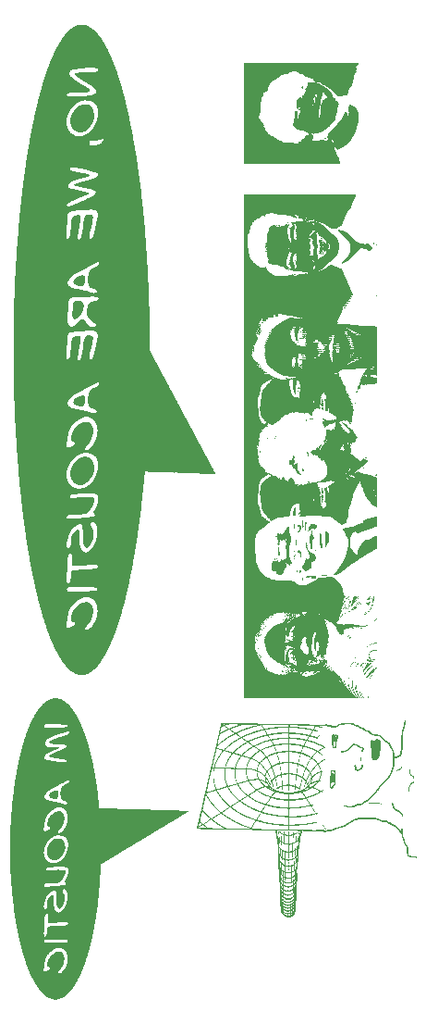
<source format=gbo>
G04*
G04 #@! TF.GenerationSoftware,Altium Limited,Altium Designer,25.1.2 (22)*
G04*
G04 Layer_Color=32896*
%FSLAX26Y26*%
%MOIN*%
G70*
G04*
G04 #@! TF.SameCoordinates,36FF1957-655E-4FCE-A78B-4FF043CE075B*
G04*
G04*
G04 #@! TF.FilePolarity,Positive*
G04*
G01*
G75*
G36*
X1662610Y3658710D02*
X1663242D01*
Y3658078D01*
X1662926D01*
Y3657762D01*
X1662610D01*
Y3657446D01*
X1661346D01*
Y3658710D01*
X1661662D01*
Y3659026D01*
X1662610D01*
Y3658710D01*
D02*
G37*
G36*
X1660082Y3657446D02*
X1659766D01*
Y3657762D01*
X1660082D01*
Y3657446D01*
D02*
G37*
G36*
X1667034D02*
X1666718D01*
Y3656498D01*
X1667034D01*
Y3654918D01*
Y3654602D01*
Y3653338D01*
X1667350D01*
Y3649862D01*
X1667034D01*
Y3648914D01*
X1666718D01*
Y3648598D01*
X1666402D01*
Y3647966D01*
X1666086D01*
Y3647650D01*
X1665770D01*
Y3646702D01*
X1665454D01*
Y3646386D01*
X1665138D01*
Y3646070D01*
X1664822D01*
Y3645754D01*
X1664506D01*
Y3645122D01*
X1664190D01*
Y3644174D01*
X1663874D01*
Y3644806D01*
X1663558D01*
Y3646070D01*
X1663242D01*
Y3647334D01*
X1663558D01*
Y3647966D01*
X1664190D01*
Y3648282D01*
X1664822D01*
Y3649862D01*
X1665138D01*
Y3650178D01*
X1664822D01*
Y3651126D01*
X1664506D01*
Y3651442D01*
X1664190D01*
Y3651758D01*
X1662926D01*
Y3652074D01*
X1662610D01*
Y3652390D01*
X1662294D01*
Y3653338D01*
X1662610D01*
Y3653654D01*
X1662926D01*
Y3653970D01*
X1662610D01*
Y3654602D01*
X1662294D01*
Y3655234D01*
X1661978D01*
Y3655550D01*
X1662294D01*
Y3655866D01*
X1662610D01*
Y3656182D01*
X1663558D01*
Y3655866D01*
X1663874D01*
Y3656182D01*
X1664190D01*
Y3656498D01*
X1664506D01*
Y3656814D01*
X1665454D01*
Y3657130D01*
X1665138D01*
Y3657762D01*
X1664822D01*
Y3658078D01*
X1665138D01*
Y3658394D01*
X1667034D01*
Y3657446D01*
D02*
G37*
G36*
X1764993Y3647334D02*
X1764677D01*
Y3647650D01*
X1764993D01*
Y3647334D01*
D02*
G37*
G36*
X1766573Y3646386D02*
Y3646070D01*
X1765941D01*
Y3646702D01*
X1766573D01*
Y3646386D01*
D02*
G37*
G36*
X1764993Y3645122D02*
X1764677D01*
Y3645438D01*
X1764361D01*
Y3645754D01*
X1764993D01*
Y3645122D01*
D02*
G37*
G36*
X1765625Y3642278D02*
Y3641962D01*
X1765309D01*
Y3642594D01*
X1765625D01*
Y3642278D01*
D02*
G37*
G36*
X1867061Y3738341D02*
X1866745D01*
Y3737709D01*
X1866429D01*
Y3737077D01*
X1866113D01*
Y3736761D01*
X1865797D01*
Y3736445D01*
X1865481D01*
Y3736129D01*
X1865165D01*
Y3735813D01*
X1864849D01*
Y3735497D01*
X1864533D01*
Y3735181D01*
X1864217D01*
Y3734865D01*
X1863901D01*
Y3734549D01*
X1863585D01*
Y3734233D01*
X1863269D01*
Y3733917D01*
X1862953D01*
Y3733601D01*
X1862637D01*
Y3732969D01*
X1862321D01*
Y3732337D01*
X1862005D01*
Y3732021D01*
X1861689D01*
Y3731389D01*
X1861373D01*
Y3731073D01*
X1861057D01*
Y3730757D01*
X1860425D01*
Y3730441D01*
X1860109D01*
Y3729809D01*
X1859793D01*
Y3729493D01*
X1859477D01*
Y3727913D01*
X1859793D01*
Y3727281D01*
X1860109D01*
Y3726965D01*
X1860425D01*
Y3726649D01*
X1860741D01*
Y3726333D01*
X1861057D01*
Y3726017D01*
X1861373D01*
Y3725069D01*
X1861689D01*
Y3723173D01*
X1861373D01*
Y3722225D01*
X1861057D01*
Y3721909D01*
X1860741D01*
Y3721593D01*
X1860425D01*
Y3721277D01*
X1860109D01*
Y3715273D01*
X1859793D01*
Y3714641D01*
X1860109D01*
Y3713693D01*
X1859793D01*
Y3713061D01*
X1860109D01*
Y3710217D01*
X1859793D01*
Y3709901D01*
X1859477D01*
Y3709585D01*
X1858845D01*
Y3709269D01*
X1858529D01*
Y3708953D01*
X1858213D01*
Y3708637D01*
X1857897D01*
Y3708005D01*
X1857581D01*
Y3707373D01*
X1857265D01*
Y3706741D01*
X1856949D01*
Y3706425D01*
X1856633D01*
Y3706109D01*
X1856317D01*
Y3705793D01*
X1856001D01*
Y3705477D01*
X1855685D01*
Y3704845D01*
X1855369D01*
Y3702949D01*
X1855053D01*
Y3702317D01*
X1854737D01*
Y3701685D01*
X1854421D01*
Y3701053D01*
X1854105D01*
Y3700737D01*
X1853789D01*
Y3700105D01*
X1853473D01*
Y3699473D01*
X1853157D01*
Y3691573D01*
X1852841D01*
Y3690941D01*
X1852525D01*
Y3690625D01*
X1852209D01*
Y3690309D01*
X1851893D01*
Y3689045D01*
X1851577D01*
Y3687465D01*
X1851261D01*
Y3686517D01*
X1850945D01*
Y3685570D01*
X1850629D01*
Y3684938D01*
X1850313D01*
Y3684622D01*
X1849997D01*
Y3684305D01*
X1849681D01*
Y3682410D01*
X1849365D01*
Y3681461D01*
X1849049D01*
Y3680829D01*
X1848733D01*
Y3680514D01*
X1848417D01*
Y3679881D01*
X1848101D01*
Y3678617D01*
X1847785D01*
Y3677985D01*
X1847469D01*
Y3677037D01*
X1847153D01*
Y3676405D01*
X1847469D01*
Y3675458D01*
X1847153D01*
Y3670402D01*
X1846837D01*
Y3669770D01*
X1846521D01*
Y3666610D01*
X1846205D01*
Y3665662D01*
X1845889D01*
Y3665030D01*
X1845573D01*
Y3664714D01*
X1845257D01*
Y3664398D01*
X1844941D01*
Y3662502D01*
X1844625D01*
Y3661554D01*
X1844309D01*
Y3661238D01*
X1843993D01*
Y3660922D01*
X1843677D01*
Y3660606D01*
X1843361D01*
Y3660290D01*
X1843045D01*
Y3659974D01*
X1842729D01*
Y3658710D01*
X1842413D01*
Y3658078D01*
X1842097D01*
Y3657446D01*
X1841781D01*
Y3657130D01*
X1841465D01*
Y3656814D01*
X1841149D01*
Y3656498D01*
X1840833D01*
Y3656182D01*
X1840517D01*
Y3655866D01*
X1840201D01*
Y3655550D01*
X1839885D01*
Y3655234D01*
X1839569D01*
Y3654918D01*
X1839253D01*
Y3654602D01*
X1838937D01*
Y3654286D01*
X1838621D01*
Y3653970D01*
X1838305D01*
Y3653654D01*
X1837989D01*
Y3653338D01*
X1837673D01*
Y3653022D01*
X1837357D01*
Y3652706D01*
X1837041D01*
Y3652390D01*
X1836725D01*
Y3651758D01*
X1836409D01*
Y3650810D01*
X1836093D01*
Y3650494D01*
X1835777D01*
Y3649546D01*
X1835461D01*
Y3649230D01*
X1835145D01*
Y3648598D01*
X1834829D01*
Y3647650D01*
X1834513D01*
Y3647334D01*
X1834197D01*
Y3646386D01*
X1833881D01*
Y3646070D01*
X1833565D01*
Y3645438D01*
X1833249D01*
Y3644806D01*
X1832933D01*
Y3644174D01*
X1832617D01*
Y3643542D01*
X1832933D01*
Y3643226D01*
X1832617D01*
Y3642594D01*
X1832301D01*
Y3642278D01*
X1831985D01*
Y3635958D01*
X1831669D01*
Y3635326D01*
X1831353D01*
Y3634694D01*
X1831037D01*
Y3634378D01*
X1830721D01*
Y3634062D01*
X1830405D01*
Y3633430D01*
X1830089D01*
Y3632482D01*
X1829773D01*
Y3631534D01*
X1829457D01*
Y3630586D01*
X1829141D01*
Y3629954D01*
X1828825D01*
Y3629322D01*
X1828509D01*
Y3629006D01*
X1828193D01*
Y3628374D01*
X1827561D01*
Y3628058D01*
X1827245D01*
Y3627742D01*
X1826613D01*
Y3627426D01*
X1825981D01*
Y3627110D01*
X1825349D01*
Y3626794D01*
X1822505D01*
Y3626478D01*
X1822189D01*
Y3626162D01*
X1821557D01*
Y3625846D01*
X1821241D01*
Y3625530D01*
X1820609D01*
Y3625214D01*
X1813341D01*
Y3624898D01*
X1813025D01*
Y3624582D01*
X1812393D01*
Y3624266D01*
X1809233D01*
Y3623950D01*
X1808917D01*
Y3623634D01*
X1808601D01*
Y3623318D01*
X1808285D01*
Y3623002D01*
X1807969D01*
Y3622686D01*
X1807653D01*
Y3622370D01*
X1807337D01*
Y3622054D01*
X1807021D01*
Y3621738D01*
X1806705D01*
Y3621422D01*
X1806389D01*
Y3621106D01*
X1806073D01*
Y3620790D01*
X1805441D01*
Y3620474D01*
X1805125D01*
Y3620790D01*
X1804809D01*
Y3620474D01*
X1804177D01*
Y3620790D01*
X1803861D01*
Y3621106D01*
X1803545D01*
Y3621422D01*
X1803229D01*
Y3622054D01*
X1802913D01*
Y3622370D01*
X1802597D01*
Y3622686D01*
X1801965D01*
Y3623002D01*
X1801649D01*
Y3623318D01*
X1801333D01*
Y3623634D01*
X1800701D01*
Y3623950D01*
X1799437D01*
Y3623634D01*
X1799121D01*
Y3623950D01*
X1798173D01*
Y3623634D01*
X1797857D01*
Y3623950D01*
X1797541D01*
Y3623634D01*
X1797225D01*
Y3623950D01*
X1796909D01*
Y3623634D01*
X1796593D01*
Y3623950D01*
X1795961D01*
Y3623634D01*
X1795013D01*
Y3623950D01*
X1794065D01*
Y3624266D01*
X1793749D01*
Y3624582D01*
X1793117D01*
Y3624898D01*
X1792801D01*
Y3625214D01*
X1789957D01*
Y3625530D01*
X1789325D01*
Y3625846D01*
X1789009D01*
Y3626162D01*
X1788693D01*
Y3626478D01*
X1788377D01*
Y3626794D01*
X1787745D01*
Y3627110D01*
X1787429D01*
Y3627426D01*
X1787113D01*
Y3628058D01*
X1786797D01*
Y3628374D01*
X1786165D01*
Y3628690D01*
X1785849D01*
Y3629006D01*
X1785533D01*
Y3629322D01*
X1785217D01*
Y3629638D01*
X1784901D01*
Y3629954D01*
X1784585D01*
Y3630270D01*
X1784269D01*
Y3630586D01*
X1783953D01*
Y3630902D01*
X1783637D01*
Y3631218D01*
X1783321D01*
Y3631534D01*
X1783005D01*
Y3631850D01*
X1782689D01*
Y3632166D01*
X1782373D01*
Y3632482D01*
X1782057D01*
Y3632798D01*
X1781741D01*
Y3633114D01*
X1781425D01*
Y3633430D01*
X1781109D01*
Y3633746D01*
X1780793D01*
Y3636274D01*
X1780477D01*
Y3636906D01*
X1780161D01*
Y3637538D01*
X1779845D01*
Y3637854D01*
X1779529D01*
Y3638170D01*
X1779213D01*
Y3638486D01*
X1778897D01*
Y3638802D01*
X1778581D01*
Y3639118D01*
X1778265D01*
Y3639434D01*
X1777949D01*
Y3639750D01*
X1777633D01*
Y3640066D01*
X1777317D01*
Y3640382D01*
X1777001D01*
Y3640698D01*
X1776685D01*
Y3641014D01*
X1776369D01*
Y3641330D01*
X1776053D01*
Y3641646D01*
X1775737D01*
Y3641962D01*
X1775105D01*
Y3642278D01*
X1774789D01*
Y3642910D01*
X1774157D01*
Y3643226D01*
X1773841D01*
Y3643542D01*
X1773525D01*
Y3643858D01*
X1773209D01*
Y3644174D01*
X1772893D01*
Y3644490D01*
X1772577D01*
Y3644806D01*
X1772261D01*
Y3645122D01*
X1771945D01*
Y3645438D01*
X1771313D01*
Y3646070D01*
X1770997D01*
Y3646386D01*
X1770365D01*
Y3647018D01*
X1770049D01*
Y3647334D01*
X1769417D01*
Y3647650D01*
X1769101D01*
Y3647966D01*
X1768785D01*
Y3648282D01*
X1768469D01*
Y3648598D01*
X1768153D01*
Y3648914D01*
X1767205D01*
Y3649230D01*
X1766573D01*
Y3649862D01*
X1766257D01*
Y3650178D01*
X1765625D01*
Y3648914D01*
X1765309D01*
Y3649546D01*
X1764993D01*
Y3650178D01*
X1765309D01*
Y3650810D01*
X1764045D01*
Y3650494D01*
X1763097D01*
Y3650810D01*
X1762149D01*
Y3651126D01*
X1761517D01*
Y3652074D01*
X1760886D01*
Y3652390D01*
X1760254D01*
Y3652706D01*
X1759938D01*
Y3653022D01*
X1759621D01*
Y3653338D01*
X1758989D01*
Y3653654D01*
X1758358D01*
Y3654918D01*
X1757726D01*
Y3655234D01*
X1757093D01*
Y3655550D01*
X1756777D01*
Y3655866D01*
X1756146D01*
Y3656182D01*
X1755830D01*
Y3656498D01*
X1755514D01*
Y3656814D01*
X1755197D01*
Y3657130D01*
X1754881D01*
Y3657446D01*
X1753618D01*
Y3657762D01*
X1752669D01*
Y3658078D01*
X1752037D01*
Y3658394D01*
X1751406D01*
Y3658710D01*
X1750774D01*
Y3659026D01*
X1750457D01*
Y3659342D01*
X1750141D01*
Y3659658D01*
X1749825D01*
Y3659974D01*
X1749509D01*
Y3660290D01*
X1749194D01*
Y3660606D01*
X1748878D01*
Y3660922D01*
X1748562D01*
Y3661238D01*
X1748246D01*
Y3661554D01*
X1747930D01*
Y3661870D01*
X1747614D01*
Y3662186D01*
X1747298D01*
Y3662502D01*
X1746982D01*
Y3662818D01*
X1746666D01*
Y3663134D01*
X1745402D01*
Y3663450D01*
X1742242D01*
Y3663766D01*
X1741610D01*
Y3664082D01*
X1739398D01*
Y3664398D01*
X1738766D01*
Y3664714D01*
X1738450D01*
Y3665030D01*
X1738134D01*
Y3665346D01*
X1737502D01*
Y3665662D01*
X1736870D01*
Y3665978D01*
X1736238D01*
Y3666610D01*
X1735606D01*
Y3666926D01*
X1735290D01*
Y3667242D01*
X1734974D01*
Y3667558D01*
X1734658D01*
Y3668190D01*
X1734342D01*
Y3668506D01*
X1734026D01*
Y3668822D01*
X1733710D01*
Y3669138D01*
X1733394D01*
Y3669454D01*
X1733078D01*
Y3669770D01*
X1732762D01*
Y3670086D01*
X1732446D01*
Y3670402D01*
X1732130D01*
Y3670718D01*
X1731814D01*
Y3671034D01*
X1731498D01*
Y3671350D01*
X1731182D01*
Y3671666D01*
X1730866D01*
Y3671982D01*
X1730550D01*
Y3672298D01*
X1730234D01*
Y3672614D01*
X1729918D01*
Y3672930D01*
X1729286D01*
Y3673246D01*
X1727390D01*
Y3673562D01*
X1726442D01*
Y3673878D01*
X1712854D01*
Y3674194D01*
X1712538D01*
Y3674510D01*
X1712222D01*
Y3674826D01*
X1711906D01*
Y3675142D01*
X1711274D01*
Y3675458D01*
X1710958D01*
Y3675773D01*
X1710642D01*
Y3676090D01*
X1710326D01*
Y3676405D01*
X1709694D01*
Y3677037D01*
X1709378D01*
Y3677354D01*
X1709062D01*
Y3677985D01*
X1708746D01*
Y3678617D01*
X1708430D01*
Y3678934D01*
X1708114D01*
Y3679249D01*
X1707798D01*
Y3679566D01*
X1707482D01*
Y3680198D01*
X1707166D01*
Y3680514D01*
X1706850D01*
Y3680829D01*
X1706534D01*
Y3681146D01*
X1706218D01*
Y3681461D01*
X1705902D01*
Y3681778D01*
X1705270D01*
Y3682093D01*
X1704954D01*
Y3682410D01*
X1704638D01*
Y3683041D01*
X1704322D01*
Y3686202D01*
X1704006D01*
Y3686834D01*
X1703690D01*
Y3687149D01*
X1695790D01*
Y3687465D01*
X1695158D01*
Y3687781D01*
X1694842D01*
Y3688097D01*
X1694526D01*
Y3688413D01*
X1694210D01*
Y3688729D01*
X1693894D01*
Y3689045D01*
X1693578D01*
Y3689361D01*
X1693262D01*
Y3689677D01*
X1692946D01*
Y3689993D01*
X1692314D01*
Y3690309D01*
X1690734D01*
Y3689993D01*
X1690102D01*
Y3689677D01*
X1689786D01*
Y3689361D01*
X1689470D01*
Y3689045D01*
X1688838D01*
Y3688729D01*
X1687574D01*
Y3689045D01*
X1686942D01*
Y3689361D01*
X1686626D01*
Y3689677D01*
X1686310D01*
Y3689993D01*
X1685994D01*
Y3690309D01*
X1685678D01*
Y3690625D01*
X1685362D01*
Y3690941D01*
X1685046D01*
Y3691257D01*
X1684730D01*
Y3691573D01*
X1684414D01*
Y3691889D01*
X1684098D01*
Y3692205D01*
X1683466D01*
Y3692521D01*
X1677778D01*
Y3692837D01*
X1677146D01*
Y3693153D01*
X1676830D01*
Y3693469D01*
X1676514D01*
Y3693785D01*
X1676198D01*
Y3694101D01*
X1675882D01*
Y3694417D01*
X1675566D01*
Y3694733D01*
X1675250D01*
Y3695049D01*
X1674934D01*
Y3695365D01*
X1674618D01*
Y3695681D01*
X1674302D01*
Y3695997D01*
X1673986D01*
Y3696313D01*
X1673670D01*
Y3696629D01*
X1673354D01*
Y3696945D01*
X1673038D01*
Y3697261D01*
X1672722D01*
Y3697577D01*
X1672406D01*
Y3697893D01*
X1672090D01*
Y3698209D01*
X1671774D01*
Y3698525D01*
X1671458D01*
Y3698841D01*
X1671142D01*
Y3699157D01*
X1670510D01*
Y3699789D01*
X1670194D01*
Y3700105D01*
X1669878D01*
Y3700421D01*
X1669562D01*
Y3700737D01*
X1669246D01*
Y3701053D01*
X1668930D01*
Y3701369D01*
X1668614D01*
Y3701685D01*
X1668298D01*
Y3702001D01*
X1667666D01*
Y3702317D01*
X1667350D01*
Y3702633D01*
X1667034D01*
Y3702949D01*
X1656922D01*
Y3703265D01*
X1655974D01*
Y3703581D01*
X1655658D01*
Y3703897D01*
X1655342D01*
Y3704213D01*
X1655026D01*
Y3704529D01*
X1654710D01*
Y3704845D01*
X1654394D01*
Y3705161D01*
X1654078D01*
Y3705477D01*
X1653762D01*
Y3705793D01*
X1653446D01*
Y3706109D01*
X1653130D01*
Y3706425D01*
X1652814D01*
Y3706741D01*
X1652498D01*
Y3707057D01*
X1652182D01*
Y3707373D01*
X1651866D01*
Y3707689D01*
X1651550D01*
Y3708005D01*
X1650918D01*
Y3708321D01*
X1646810D01*
Y3708637D01*
X1646178D01*
Y3708953D01*
X1645546D01*
Y3709585D01*
X1645230D01*
Y3709901D01*
X1644914D01*
Y3710217D01*
X1644598D01*
Y3710533D01*
X1643966D01*
Y3710849D01*
X1643650D01*
Y3711165D01*
X1643334D01*
Y3711481D01*
X1637963D01*
Y3711797D01*
X1637647D01*
Y3712113D01*
X1637014D01*
Y3712429D01*
X1636698D01*
Y3712745D01*
X1635435D01*
Y3713061D01*
X1634486D01*
Y3712745D01*
X1633223D01*
Y3712429D01*
X1632907D01*
Y3712113D01*
X1632591D01*
Y3711797D01*
X1631958D01*
Y3711481D01*
X1628483D01*
Y3711165D01*
X1627851D01*
Y3710849D01*
X1627219D01*
Y3710533D01*
X1626587D01*
Y3710217D01*
X1625955D01*
Y3709901D01*
X1619319D01*
Y3709585D01*
X1618687D01*
Y3708953D01*
X1618371D01*
Y3708321D01*
X1618055D01*
Y3708005D01*
X1617739D01*
Y3707373D01*
X1617423D01*
Y3707057D01*
X1617107D01*
Y3706741D01*
X1616475D01*
Y3706425D01*
X1616159D01*
Y3706109D01*
X1615843D01*
Y3705793D01*
X1615527D01*
Y3705477D01*
X1614895D01*
Y3705161D01*
X1614263D01*
Y3704845D01*
X1613947D01*
Y3704529D01*
X1613631D01*
Y3704213D01*
X1612999D01*
Y3703897D01*
X1611735D01*
Y3703581D01*
X1611103D01*
Y3703265D01*
X1610471D01*
Y3702949D01*
X1609839D01*
Y3702633D01*
X1608891D01*
Y3702317D01*
X1606679D01*
Y3702001D01*
X1600043D01*
Y3701685D01*
X1599411D01*
Y3701369D01*
X1597199D01*
Y3701053D01*
X1596567D01*
Y3700737D01*
X1595935D01*
Y3700421D01*
X1595619D01*
Y3700105D01*
X1595303D01*
Y3699789D01*
X1594987D01*
Y3699473D01*
X1594671D01*
Y3699157D01*
X1594355D01*
Y3698841D01*
X1593723D01*
Y3698525D01*
X1593091D01*
Y3698209D01*
X1589931D01*
Y3697893D01*
X1589615D01*
Y3697577D01*
X1588667D01*
Y3697261D01*
X1588351D01*
Y3696945D01*
X1588035D01*
Y3696629D01*
X1587719D01*
Y3696313D01*
X1587403D01*
Y3695997D01*
X1587087D01*
Y3695681D01*
X1586771D01*
Y3695365D01*
X1586455D01*
Y3695049D01*
X1586139D01*
Y3694733D01*
X1585823D01*
Y3694417D01*
X1585191D01*
Y3694101D01*
X1584875D01*
Y3693785D01*
X1583927D01*
Y3693469D01*
X1583611D01*
Y3693153D01*
X1583295D01*
Y3692837D01*
X1582979D01*
Y3692521D01*
X1582663D01*
Y3692205D01*
X1582347D01*
Y3691573D01*
X1581715D01*
Y3691257D01*
X1581399D01*
Y3690941D01*
X1581083D01*
Y3690625D01*
X1580767D01*
Y3690309D01*
X1580135D01*
Y3689993D01*
X1576343D01*
Y3689677D01*
X1575711D01*
Y3689361D01*
X1575395D01*
Y3689045D01*
X1575079D01*
Y3688729D01*
X1574763D01*
Y3688413D01*
X1574447D01*
Y3688097D01*
X1573815D01*
Y3687781D01*
X1573499D01*
Y3687465D01*
X1573183D01*
Y3687149D01*
X1572867D01*
Y3686834D01*
X1572551D01*
Y3686517D01*
X1572235D01*
Y3686202D01*
X1571919D01*
Y3685885D01*
X1571603D01*
Y3685570D01*
X1571287D01*
Y3685253D01*
X1570971D01*
Y3684938D01*
X1570655D01*
Y3684622D01*
X1570339D01*
Y3684305D01*
X1570023D01*
Y3683990D01*
X1569707D01*
Y3683673D01*
X1569391D01*
Y3683358D01*
X1569075D01*
Y3683041D01*
X1568443D01*
Y3682726D01*
X1567811D01*
Y3682410D01*
X1567495D01*
Y3682093D01*
X1567179D01*
Y3681778D01*
X1566547D01*
Y3681461D01*
X1566231D01*
Y3681146D01*
X1565915D01*
Y3680829D01*
X1565599D01*
Y3680514D01*
X1565283D01*
Y3680198D01*
X1564967D01*
Y3679881D01*
X1564335D01*
Y3679566D01*
X1558647D01*
Y3679249D01*
X1557699D01*
Y3678934D01*
X1557383D01*
Y3678617D01*
X1557067D01*
Y3678302D01*
X1556751D01*
Y3677985D01*
X1556435D01*
Y3677669D01*
X1556119D01*
Y3677354D01*
X1555803D01*
Y3677037D01*
X1555487D01*
Y3676722D01*
X1555171D01*
Y3676090D01*
X1554855D01*
Y3673878D01*
X1554539D01*
Y3673246D01*
X1554223D01*
Y3672930D01*
X1553907D01*
Y3672614D01*
X1553591D01*
Y3672298D01*
X1553275D01*
Y3671982D01*
X1552959D01*
Y3671666D01*
X1552327D01*
Y3671034D01*
X1552011D01*
Y3670718D01*
X1551695D01*
Y3670402D01*
X1551379D01*
Y3670086D01*
X1551063D01*
Y3669770D01*
X1550747D01*
Y3669454D01*
X1550431D01*
Y3668822D01*
X1550115D01*
Y3668506D01*
X1549799D01*
Y3667874D01*
X1549483D01*
Y3667242D01*
X1549167D01*
Y3666610D01*
X1548851D01*
Y3666294D01*
X1548535D01*
Y3665978D01*
X1548219D01*
Y3665662D01*
X1547903D01*
Y3665346D01*
X1547587D01*
Y3665030D01*
X1547271D01*
Y3664714D01*
X1546955D01*
Y3664398D01*
X1546639D01*
Y3664082D01*
X1546323D01*
Y3663766D01*
X1546007D01*
Y3663450D01*
X1545691D01*
Y3663134D01*
X1545375D01*
Y3662818D01*
X1545059D01*
Y3662186D01*
X1544743D01*
Y3659026D01*
X1544427D01*
Y3658394D01*
X1544111D01*
Y3658078D01*
X1543795D01*
Y3657762D01*
X1543479D01*
Y3657130D01*
X1543163D01*
Y3655234D01*
X1542847D01*
Y3654602D01*
X1542531D01*
Y3654286D01*
X1542215D01*
Y3653970D01*
X1541899D01*
Y3653654D01*
X1541583D01*
Y3653338D01*
X1541267D01*
Y3653022D01*
X1540951D01*
Y3652706D01*
X1540635D01*
Y3652074D01*
X1540319D01*
Y3643858D01*
X1540003D01*
Y3642910D01*
X1539687D01*
Y3642278D01*
X1539371D01*
Y3641962D01*
X1539055D01*
Y3641646D01*
X1538739D01*
Y3641330D01*
X1538107D01*
Y3641014D01*
X1535263D01*
Y3640698D01*
X1534947D01*
Y3641014D01*
X1533999D01*
Y3640698D01*
X1533051D01*
Y3640382D01*
X1532735D01*
Y3640066D01*
X1532419D01*
Y3639750D01*
X1532103D01*
Y3639434D01*
X1531787D01*
Y3639118D01*
X1531471D01*
Y3638802D01*
X1531155D01*
Y3638486D01*
X1530839D01*
Y3638170D01*
X1530523D01*
Y3637854D01*
X1530207D01*
Y3637538D01*
X1529575D01*
Y3637222D01*
X1527679D01*
Y3636906D01*
X1527047D01*
Y3636590D01*
X1526731D01*
Y3635642D01*
X1526415D01*
Y3633746D01*
X1526099D01*
Y3633114D01*
X1525783D01*
Y3625214D01*
X1525467D01*
Y3624582D01*
X1525151D01*
Y3624266D01*
X1524835D01*
Y3623950D01*
X1524519D01*
Y3623634D01*
X1524203D01*
Y3623318D01*
X1523887D01*
Y3623002D01*
X1523571D01*
Y3622686D01*
X1523255D01*
Y3622370D01*
X1522939D01*
Y3622054D01*
X1522623D01*
Y3621738D01*
X1522307D01*
Y3621106D01*
X1521991D01*
Y3620474D01*
X1521675D01*
Y3620158D01*
X1521359D01*
Y3619842D01*
X1521043D01*
Y3619210D01*
X1520727D01*
Y3618894D01*
X1520411D01*
Y3618578D01*
X1520095D01*
Y3618262D01*
X1519780D01*
Y3617946D01*
X1519464D01*
Y3617630D01*
X1519148D01*
Y3616998D01*
X1518832D01*
Y3614470D01*
X1518515D01*
Y3613838D01*
X1518199D01*
Y3608150D01*
X1517883D01*
Y3607202D01*
X1517568D01*
Y3606570D01*
X1517252D01*
Y3605306D01*
X1516936D01*
Y3604674D01*
X1516620D01*
Y3600250D01*
X1516303D01*
Y3599618D01*
X1515987D01*
Y3598986D01*
X1515671D01*
Y3598038D01*
X1515355D01*
Y3597406D01*
X1515040D01*
Y3586346D01*
X1514724D01*
Y3585714D01*
X1514408D01*
Y3583818D01*
X1514091D01*
Y3582870D01*
X1513775D01*
Y3581922D01*
X1513459D01*
Y3580974D01*
X1513775D01*
Y3580342D01*
X1514091D01*
Y3579710D01*
X1514408D01*
Y3579394D01*
X1514724D01*
Y3579078D01*
X1515040D01*
Y3568018D01*
X1514724D01*
Y3567070D01*
X1514408D01*
Y3564227D01*
X1514091D01*
Y3563595D01*
X1513775D01*
Y3563278D01*
X1513459D01*
Y3562963D01*
X1513143D01*
Y3562646D01*
X1512828D01*
Y3562015D01*
X1512512D01*
Y3561383D01*
X1512196D01*
Y3560751D01*
X1511880D01*
Y3560119D01*
X1511563D01*
Y3553799D01*
X1511247D01*
Y3553483D01*
X1510931D01*
Y3552851D01*
X1510300D01*
Y3552535D01*
X1509984D01*
Y3552219D01*
X1509668D01*
Y3551903D01*
X1509035D01*
Y3551587D01*
X1508404D01*
Y3551271D01*
X1508088D01*
Y3550955D01*
X1507772D01*
Y3549375D01*
X1508088D01*
Y3549059D01*
X1508404D01*
Y3548427D01*
X1508720D01*
Y3548111D01*
X1509035D01*
Y3547479D01*
X1509351D01*
Y3546847D01*
X1509668D01*
Y3544951D01*
X1509351D01*
Y3544635D01*
X1509668D01*
Y3544003D01*
X1509984D01*
Y3543371D01*
X1510300D01*
Y3543055D01*
X1510616D01*
Y3542739D01*
X1510931D01*
Y3542423D01*
X1511247D01*
Y3542107D01*
X1511563D01*
Y3541791D01*
X1511880D01*
Y3541475D01*
X1512196D01*
Y3541159D01*
X1512512D01*
Y3540843D01*
X1512828D01*
Y3540527D01*
X1513143D01*
Y3540211D01*
X1513459D01*
Y3539895D01*
X1513775D01*
Y3539579D01*
X1514091D01*
Y3539263D01*
X1514408D01*
Y3538947D01*
X1514724D01*
Y3538631D01*
X1515040D01*
Y3538315D01*
X1515355D01*
Y3537683D01*
X1515671D01*
Y3537367D01*
X1515987D01*
Y3536735D01*
X1516303D01*
Y3536103D01*
X1516620D01*
Y3532627D01*
X1516936D01*
Y3531679D01*
X1517252D01*
Y3530731D01*
X1517568D01*
Y3529783D01*
X1517883D01*
Y3529151D01*
X1518199D01*
Y3528835D01*
X1518515D01*
Y3528519D01*
X1519148D01*
Y3528203D01*
X1520411D01*
Y3527887D01*
X1521043D01*
Y3527571D01*
X1521991D01*
Y3527255D01*
X1522623D01*
Y3526939D01*
X1522939D01*
Y3526623D01*
X1523255D01*
Y3526307D01*
X1523571D01*
Y3525991D01*
X1523887D01*
Y3525675D01*
X1524203D01*
Y3525359D01*
X1524519D01*
Y3524727D01*
X1524835D01*
Y3523779D01*
X1525151D01*
Y3522831D01*
X1525467D01*
Y3522515D01*
X1525783D01*
Y3522199D01*
X1526099D01*
Y3521883D01*
X1526415D01*
Y3521251D01*
X1526731D01*
Y3520935D01*
X1527047D01*
Y3520619D01*
X1527363D01*
Y3520303D01*
X1527679D01*
Y3519671D01*
X1527995D01*
Y3517775D01*
X1527679D01*
Y3517143D01*
X1527363D01*
Y3516827D01*
X1527047D01*
Y3516195D01*
X1526731D01*
Y3515247D01*
X1526415D01*
Y3513035D01*
X1526731D01*
Y3512087D01*
X1527047D01*
Y3511771D01*
X1527363D01*
Y3511455D01*
X1527679D01*
Y3511139D01*
X1527995D01*
Y3510823D01*
X1528311D01*
Y3510507D01*
X1528627D01*
Y3510191D01*
X1528943D01*
Y3509875D01*
X1529259D01*
Y3509559D01*
X1529575D01*
Y3509243D01*
X1529891D01*
Y3508927D01*
X1530207D01*
Y3508611D01*
X1530523D01*
Y3508295D01*
X1530839D01*
Y3507979D01*
X1531155D01*
Y3507663D01*
X1531471D01*
Y3507347D01*
X1531787D01*
Y3507031D01*
X1532103D01*
Y3506399D01*
X1532419D01*
Y3505767D01*
X1532735D01*
Y3501659D01*
X1533051D01*
Y3501343D01*
X1533367D01*
Y3500711D01*
X1533683D01*
Y3500395D01*
X1533999D01*
Y3499131D01*
X1534315D01*
Y3498183D01*
X1534631D01*
Y3497551D01*
X1534947D01*
Y3496919D01*
X1535263D01*
Y3496603D01*
X1535579D01*
Y3496287D01*
X1535895D01*
Y3495971D01*
X1536211D01*
Y3495655D01*
X1536527D01*
Y3495339D01*
X1536843D01*
Y3495023D01*
X1537475D01*
Y3494707D01*
X1537791D01*
Y3494391D01*
X1538107D01*
Y3494075D01*
X1538423D01*
Y3493759D01*
X1538739D01*
Y3493443D01*
X1539055D01*
Y3493127D01*
X1539371D01*
Y3492811D01*
X1539687D01*
Y3492495D01*
X1540003D01*
Y3491863D01*
X1540319D01*
Y3491547D01*
X1540635D01*
Y3491231D01*
X1540951D01*
Y3489019D01*
X1541267D01*
Y3488387D01*
X1541583D01*
Y3488071D01*
X1541899D01*
Y3487755D01*
X1542215D01*
Y3487439D01*
X1542531D01*
Y3487123D01*
X1542847D01*
Y3486807D01*
X1543163D01*
Y3486491D01*
X1543479D01*
Y3486175D01*
X1543795D01*
Y3485859D01*
X1544743D01*
Y3485543D01*
X1548851D01*
Y3485227D01*
X1549483D01*
Y3484911D01*
X1549799D01*
Y3484595D01*
X1550115D01*
Y3484279D01*
X1550431D01*
Y3483963D01*
X1550747D01*
Y3483647D01*
X1551063D01*
Y3483331D01*
X1551379D01*
Y3483015D01*
X1551695D01*
Y3482699D01*
X1552011D01*
Y3482383D01*
X1552327D01*
Y3482067D01*
X1552643D01*
Y3481751D01*
X1552959D01*
Y3481435D01*
X1553275D01*
Y3481119D01*
X1553591D01*
Y3480803D01*
X1554223D01*
Y3480487D01*
X1556751D01*
Y3480171D01*
X1557383D01*
Y3479855D01*
X1558015D01*
Y3479539D01*
X1558647D01*
Y3479223D01*
X1558963D01*
Y3478907D01*
X1559595D01*
Y3478591D01*
X1559911D01*
Y3478275D01*
X1560227D01*
Y3477959D01*
X1560543D01*
Y3477643D01*
X1560859D01*
Y3477327D01*
X1561491D01*
Y3477011D01*
X1562123D01*
Y3476695D01*
X1562439D01*
Y3476379D01*
X1562755D01*
Y3476063D01*
X1563071D01*
Y3475747D01*
X1563387D01*
Y3475431D01*
X1563703D01*
Y3475115D01*
X1564019D01*
Y3474799D01*
X1564335D01*
Y3474483D01*
X1564651D01*
Y3474167D01*
X1564967D01*
Y3473851D01*
X1565599D01*
Y3473535D01*
X1568443D01*
Y3473219D01*
X1569075D01*
Y3472903D01*
X1569391D01*
Y3472587D01*
X1569707D01*
Y3472271D01*
X1570023D01*
Y3471955D01*
X1570339D01*
Y3471639D01*
X1570655D01*
Y3471323D01*
X1571287D01*
Y3471007D01*
X1571919D01*
Y3470691D01*
X1573183D01*
Y3470375D01*
X1573815D01*
Y3470059D01*
X1574447D01*
Y3469743D01*
X1574763D01*
Y3469427D01*
X1575079D01*
Y3469111D01*
X1575395D01*
Y3468479D01*
X1575711D01*
Y3467847D01*
X1576027D01*
Y3467531D01*
X1576343D01*
Y3467215D01*
X1576659D01*
Y3466583D01*
X1577291D01*
Y3466267D01*
X1577607D01*
Y3465951D01*
X1579503D01*
Y3465635D01*
X1580135D01*
Y3465319D01*
X1580767D01*
Y3465003D01*
X1581083D01*
Y3464687D01*
X1581715D01*
Y3464371D01*
X1582347D01*
Y3464055D01*
X1582663D01*
Y3463739D01*
X1583611D01*
Y3463423D01*
X1583927D01*
Y3463107D01*
X1584559D01*
Y3462791D01*
X1584875D01*
Y3462475D01*
X1585507D01*
Y3462159D01*
X1588351D01*
Y3461843D01*
X1588667D01*
Y3461527D01*
X1590247D01*
Y3461211D01*
X1591511D01*
Y3460895D01*
X1591827D01*
Y3460579D01*
X1592143D01*
Y3460263D01*
X1592459D01*
Y3459947D01*
X1592775D01*
Y3459631D01*
X1593091D01*
Y3459315D01*
X1593407D01*
Y3458999D01*
X1594039D01*
Y3458683D01*
X1594671D01*
Y3458367D01*
X1594987D01*
Y3458051D01*
X1595935D01*
Y3457735D01*
X1598147D01*
Y3457419D01*
X1599095D01*
Y3457103D01*
X1599727D01*
Y3456787D01*
X1621531D01*
Y3457103D01*
X1623111D01*
Y3456787D01*
X1630695D01*
Y3457103D01*
X1632591D01*
Y3457419D01*
X1633854D01*
Y3457103D01*
X1635119D01*
Y3456787D01*
X1634803D01*
Y3455839D01*
X1635119D01*
Y3455523D01*
X1635435D01*
Y3455207D01*
X1635751D01*
Y3454575D01*
X1636066D01*
Y3454259D01*
X1636382D01*
Y3453943D01*
X1636698D01*
Y3453627D01*
X1637014D01*
Y3453311D01*
X1637331D01*
Y3452995D01*
X1637647D01*
Y3452679D01*
X1637963D01*
Y3452363D01*
X1638594D01*
Y3452047D01*
X1646178D01*
Y3452363D01*
X1647126D01*
Y3452679D01*
X1650602D01*
Y3452995D01*
X1650918D01*
Y3453311D01*
X1651234D01*
Y3453627D01*
X1651550D01*
Y3454575D01*
X1651234D01*
Y3454891D01*
X1650918D01*
Y3455207D01*
X1650602D01*
Y3455523D01*
X1649654D01*
Y3455207D01*
X1648390D01*
Y3455523D01*
X1647758D01*
Y3456471D01*
X1647442D01*
Y3456787D01*
X1647758D01*
Y3457103D01*
X1649022D01*
Y3457419D01*
X1649654D01*
Y3457735D01*
X1650602D01*
Y3458051D01*
X1651550D01*
Y3458367D01*
X1652182D01*
Y3458683D01*
X1652814D01*
Y3458999D01*
X1653762D01*
Y3459315D01*
X1654710D01*
Y3459631D01*
X1656606D01*
Y3459947D01*
X1659134D01*
Y3460263D01*
X1659450D01*
Y3460579D01*
X1659766D01*
Y3461211D01*
X1660082D01*
Y3461843D01*
X1660714D01*
Y3462159D01*
X1661030D01*
Y3462791D01*
X1661346D01*
Y3463739D01*
X1661662D01*
Y3464055D01*
X1661978D01*
Y3464687D01*
X1662294D01*
Y3465319D01*
X1662610D01*
Y3465635D01*
X1662926D01*
Y3465951D01*
X1663242D01*
Y3466267D01*
X1663558D01*
Y3466583D01*
X1663874D01*
Y3466899D01*
X1664190D01*
Y3467215D01*
X1664506D01*
Y3467531D01*
X1664822D01*
Y3467847D01*
X1665138D01*
Y3468163D01*
X1665454D01*
Y3468479D01*
X1666086D01*
Y3468795D01*
X1666402D01*
Y3469111D01*
X1667034D01*
Y3469427D01*
X1667666D01*
Y3469743D01*
X1668614D01*
Y3470059D01*
X1669246D01*
Y3470375D01*
X1670194D01*
Y3470691D01*
X1670826D01*
Y3471007D01*
X1671458D01*
Y3471323D01*
X1671774D01*
Y3471955D01*
X1672090D01*
Y3472271D01*
X1672406D01*
Y3472587D01*
X1672722D01*
Y3472903D01*
X1673038D01*
Y3473219D01*
X1673354D01*
Y3473535D01*
X1673670D01*
Y3474167D01*
X1673986D01*
Y3474799D01*
X1674302D01*
Y3475115D01*
X1674618D01*
Y3475431D01*
X1674934D01*
Y3477643D01*
X1675250D01*
Y3479223D01*
X1675566D01*
Y3479539D01*
X1676198D01*
Y3479855D01*
X1676514D01*
Y3480171D01*
X1676830D01*
Y3480487D01*
X1677146D01*
Y3480803D01*
X1677778D01*
Y3481119D01*
X1678410D01*
Y3481435D01*
X1679674D01*
Y3481751D01*
X1680306D01*
Y3482067D01*
X1680622D01*
Y3481751D01*
X1681886D01*
Y3481435D01*
X1682202D01*
Y3481751D01*
X1682518D01*
Y3482067D01*
X1683782D01*
Y3482383D01*
X1684098D01*
Y3482067D01*
X1686942D01*
Y3482383D01*
X1687890D01*
Y3482699D01*
X1688206D01*
Y3483015D01*
X1688838D01*
Y3483647D01*
X1689154D01*
Y3483963D01*
X1688838D01*
Y3484279D01*
X1687890D01*
Y3484595D01*
X1689154D01*
Y3484911D01*
X1688206D01*
Y3485227D01*
X1687890D01*
Y3486175D01*
X1687574D01*
Y3486491D01*
X1687890D01*
Y3486807D01*
X1688206D01*
Y3487123D01*
X1688522D01*
Y3487439D01*
X1688206D01*
Y3487755D01*
X1688522D01*
Y3488071D01*
X1688838D01*
Y3488387D01*
X1689154D01*
Y3488703D01*
X1689470D01*
Y3491231D01*
X1688838D01*
Y3491547D01*
X1688206D01*
Y3491231D01*
X1687574D01*
Y3490915D01*
X1687258D01*
Y3490599D01*
X1686942D01*
Y3490915D01*
X1686626D01*
Y3491231D01*
X1686310D01*
Y3491547D01*
X1685994D01*
Y3491863D01*
X1685678D01*
Y3492179D01*
X1685362D01*
Y3492811D01*
X1684730D01*
Y3493127D01*
X1683782D01*
Y3493443D01*
X1683466D01*
Y3493127D01*
X1683150D01*
Y3492811D01*
X1682202D01*
Y3492495D01*
X1681886D01*
Y3492811D01*
X1680306D01*
Y3493127D01*
X1679674D01*
Y3493443D01*
X1679358D01*
Y3494075D01*
X1678726D01*
Y3493759D01*
X1678094D01*
Y3494075D01*
X1677778D01*
Y3494391D01*
X1676830D01*
Y3494707D01*
X1676198D01*
Y3495023D01*
X1675882D01*
Y3495339D01*
X1675566D01*
Y3495655D01*
X1675250D01*
Y3495971D01*
X1674934D01*
Y3496919D01*
X1675250D01*
Y3497235D01*
X1674302D01*
Y3497551D01*
X1673986D01*
Y3497867D01*
X1673038D01*
Y3498183D01*
X1672406D01*
Y3498499D01*
X1669878D01*
Y3498815D01*
X1668298D01*
Y3498499D01*
X1667982D01*
Y3498183D01*
X1668298D01*
Y3496919D01*
X1667034D01*
Y3497867D01*
X1666718D01*
Y3498183D01*
X1666402D01*
Y3498499D01*
X1666086D01*
Y3498815D01*
X1665454D01*
Y3498499D01*
X1664506D01*
Y3498815D01*
X1663874D01*
Y3499131D01*
X1662610D01*
Y3498815D01*
X1661978D01*
Y3498499D01*
X1660714D01*
Y3498815D01*
X1660398D01*
Y3499131D01*
X1660082D01*
Y3499447D01*
X1659766D01*
Y3499763D01*
X1657554D01*
Y3500079D01*
X1657238D01*
Y3500395D01*
X1656606D01*
Y3501027D01*
X1655974D01*
Y3501343D01*
X1655658D01*
Y3501659D01*
X1655342D01*
Y3501975D01*
X1653446D01*
Y3502291D01*
X1651866D01*
Y3502607D01*
X1650602D01*
Y3502923D01*
X1649022D01*
Y3503239D01*
X1648390D01*
Y3503555D01*
X1647442D01*
Y3503871D01*
X1647126D01*
Y3504187D01*
X1646494D01*
Y3504503D01*
X1645862D01*
Y3504819D01*
X1644914D01*
Y3505135D01*
X1644598D01*
Y3505767D01*
X1643966D01*
Y3506083D01*
X1643334D01*
Y3506399D01*
X1642386D01*
Y3506715D01*
X1642070D01*
Y3507031D01*
X1641754D01*
Y3507347D01*
X1641122D01*
Y3507663D01*
X1640806D01*
Y3507979D01*
X1640491D01*
Y3508295D01*
X1640175D01*
Y3508927D01*
X1639859D01*
Y3509243D01*
X1639543D01*
Y3509559D01*
X1638910D01*
Y3509875D01*
X1638278D01*
Y3510191D01*
X1637963D01*
Y3510507D01*
X1637647D01*
Y3510823D01*
X1637331D01*
Y3511139D01*
X1637014D01*
Y3511455D01*
X1636698D01*
Y3511771D01*
X1636382D01*
Y3512087D01*
X1636066D01*
Y3512403D01*
X1635751D01*
Y3512719D01*
X1635435D01*
Y3513035D01*
X1635119D01*
Y3513351D01*
X1634803D01*
Y3513667D01*
X1634486D01*
Y3514299D01*
X1634170D01*
Y3514931D01*
X1633854D01*
Y3515563D01*
X1633539D01*
Y3516511D01*
X1633223D01*
Y3517143D01*
X1632907D01*
Y3518407D01*
X1632591D01*
Y3524727D01*
X1632907D01*
Y3526307D01*
X1633223D01*
Y3527255D01*
X1633539D01*
Y3528519D01*
X1633854D01*
Y3533575D01*
X1634170D01*
Y3534207D01*
X1634486D01*
Y3534839D01*
X1634803D01*
Y3536103D01*
X1635119D01*
Y3537051D01*
X1635435D01*
Y3537999D01*
X1635751D01*
Y3539263D01*
X1636066D01*
Y3540527D01*
X1636382D01*
Y3541791D01*
X1636698D01*
Y3543055D01*
X1637014D01*
Y3548111D01*
X1637331D01*
Y3550323D01*
X1637647D01*
Y3553799D01*
X1637963D01*
Y3555695D01*
X1638278D01*
Y3556642D01*
X1638594D01*
Y3558854D01*
X1638910D01*
Y3562015D01*
X1639226D01*
Y3562963D01*
X1638910D01*
Y3565175D01*
X1639226D01*
Y3566122D01*
X1639543D01*
Y3567387D01*
X1639859D01*
Y3568334D01*
X1640491D01*
Y3568018D01*
X1641438D01*
Y3568650D01*
X1641754D01*
Y3568966D01*
X1642386D01*
Y3568650D01*
X1642702D01*
Y3568334D01*
X1643966D01*
Y3568650D01*
X1644282D01*
Y3568966D01*
X1645546D01*
Y3568650D01*
X1645862D01*
Y3568966D01*
X1646178D01*
Y3569282D01*
X1646494D01*
Y3569914D01*
X1646810D01*
Y3570862D01*
X1647126D01*
Y3571810D01*
X1647442D01*
Y3572442D01*
X1648074D01*
Y3571178D01*
X1647758D01*
Y3569282D01*
X1648074D01*
Y3567387D01*
X1647758D01*
Y3565807D01*
X1648074D01*
Y3563278D01*
X1647758D01*
Y3559802D01*
X1647442D01*
Y3556010D01*
X1647126D01*
Y3550323D01*
X1647442D01*
Y3548743D01*
X1647758D01*
Y3547479D01*
X1648074D01*
Y3546847D01*
X1648390D01*
Y3546215D01*
X1648706D01*
Y3545899D01*
X1649022D01*
Y3545267D01*
X1649338D01*
Y3544951D01*
X1649654D01*
Y3544635D01*
X1649970D01*
Y3544951D01*
X1650286D01*
Y3545267D01*
X1650918D01*
Y3545583D01*
X1651234D01*
Y3545899D01*
X1651550D01*
Y3546847D01*
X1651866D01*
Y3547479D01*
X1652182D01*
Y3548111D01*
X1652498D01*
Y3549059D01*
X1652814D01*
Y3553167D01*
X1652498D01*
Y3553799D01*
X1652182D01*
Y3555063D01*
X1651866D01*
Y3556010D01*
X1652182D01*
Y3556959D01*
X1652498D01*
Y3557274D01*
X1653130D01*
Y3557590D01*
X1653446D01*
Y3557907D01*
X1654078D01*
Y3558222D01*
X1654710D01*
Y3558539D01*
X1655026D01*
Y3558854D01*
X1655342D01*
Y3559171D01*
X1655658D01*
Y3559486D01*
X1655974D01*
Y3560119D01*
X1656290D01*
Y3560751D01*
X1656606D01*
Y3561383D01*
X1656922D01*
Y3562015D01*
X1657238D01*
Y3562646D01*
X1657554D01*
Y3563595D01*
X1657870D01*
Y3563910D01*
X1658186D01*
Y3564543D01*
X1658502D01*
Y3565175D01*
X1658818D01*
Y3566439D01*
X1659134D01*
Y3567387D01*
X1659450D01*
Y3570230D01*
X1659134D01*
Y3570546D01*
X1658818D01*
Y3570862D01*
X1658502D01*
Y3571178D01*
X1656922D01*
Y3571494D01*
X1655342D01*
Y3571810D01*
X1654394D01*
Y3572126D01*
X1653762D01*
Y3572442D01*
X1653446D01*
Y3572758D01*
X1653130D01*
Y3573074D01*
X1652814D01*
Y3573390D01*
X1652498D01*
Y3576234D01*
X1652814D01*
Y3576866D01*
X1653446D01*
Y3577182D01*
X1653762D01*
Y3577498D01*
X1654078D01*
Y3577814D01*
X1655026D01*
Y3578130D01*
X1655342D01*
Y3578446D01*
X1655658D01*
Y3578762D01*
X1655974D01*
Y3579078D01*
X1656290D01*
Y3579394D01*
X1656606D01*
Y3579710D01*
X1656922D01*
Y3580026D01*
X1657238D01*
Y3580342D01*
X1657870D01*
Y3580658D01*
X1658502D01*
Y3580974D01*
X1659134D01*
Y3581290D01*
X1659450D01*
Y3583186D01*
X1659134D01*
Y3583502D01*
X1658818D01*
Y3583818D01*
X1658502D01*
Y3583502D01*
X1655342D01*
Y3583186D01*
X1655026D01*
Y3582870D01*
X1654710D01*
Y3582554D01*
X1654078D01*
Y3582238D01*
X1653446D01*
Y3581922D01*
X1653130D01*
Y3580974D01*
X1652814D01*
Y3580342D01*
X1652498D01*
Y3580026D01*
X1652182D01*
Y3579710D01*
X1651866D01*
Y3579394D01*
X1651550D01*
Y3579078D01*
X1651234D01*
Y3578762D01*
X1650918D01*
Y3578130D01*
X1650602D01*
Y3577498D01*
X1650286D01*
Y3577182D01*
X1649970D01*
Y3576866D01*
X1649654D01*
Y3576550D01*
X1649338D01*
Y3576234D01*
X1648074D01*
Y3576866D01*
X1647758D01*
Y3577182D01*
X1647442D01*
Y3577498D01*
X1646810D01*
Y3579710D01*
X1646494D01*
Y3580342D01*
X1646178D01*
Y3581290D01*
X1645862D01*
Y3584134D01*
X1646178D01*
Y3585082D01*
X1646494D01*
Y3586346D01*
X1646810D01*
Y3586978D01*
X1646494D01*
Y3587610D01*
X1646178D01*
Y3588242D01*
X1645862D01*
Y3588874D01*
X1645546D01*
Y3590138D01*
X1645230D01*
Y3590770D01*
X1644914D01*
Y3592034D01*
X1644598D01*
Y3592982D01*
X1644282D01*
Y3593298D01*
X1643966D01*
Y3593930D01*
X1643650D01*
Y3594246D01*
X1643334D01*
Y3595510D01*
X1643650D01*
Y3597722D01*
X1643334D01*
Y3598354D01*
X1643650D01*
Y3604042D01*
X1643966D01*
Y3606254D01*
X1644282D01*
Y3606570D01*
X1644598D01*
Y3606886D01*
X1644914D01*
Y3607202D01*
X1645230D01*
Y3607834D01*
X1645546D01*
Y3608150D01*
X1645862D01*
Y3608466D01*
X1646178D01*
Y3608782D01*
X1646494D01*
Y3609098D01*
X1646810D01*
Y3609730D01*
X1647442D01*
Y3610046D01*
X1647758D01*
Y3610362D01*
X1648074D01*
Y3610678D01*
X1648390D01*
Y3610994D01*
X1648706D01*
Y3611310D01*
X1649022D01*
Y3611626D01*
X1649338D01*
Y3611942D01*
X1649654D01*
Y3612258D01*
X1649970D01*
Y3612574D01*
X1650286D01*
Y3612890D01*
X1650602D01*
Y3613522D01*
X1650918D01*
Y3613838D01*
X1651234D01*
Y3614154D01*
X1652182D01*
Y3614470D01*
X1652498D01*
Y3615102D01*
X1652814D01*
Y3615734D01*
X1653130D01*
Y3616998D01*
X1653446D01*
Y3617314D01*
X1653762D01*
Y3617630D01*
X1655026D01*
Y3617946D01*
X1655658D01*
Y3618262D01*
X1657554D01*
Y3617946D01*
X1658186D01*
Y3618262D01*
X1658502D01*
Y3618578D01*
X1660082D01*
Y3618894D01*
X1662610D01*
Y3618578D01*
X1662926D01*
Y3617946D01*
X1663242D01*
Y3617630D01*
X1663874D01*
Y3617314D01*
X1664506D01*
Y3617630D01*
X1664822D01*
Y3617946D01*
X1665454D01*
Y3618262D01*
X1665770D01*
Y3621106D01*
X1665454D01*
Y3624582D01*
X1665770D01*
Y3625530D01*
X1666086D01*
Y3625846D01*
X1666402D01*
Y3626162D01*
X1667982D01*
Y3626478D01*
X1668930D01*
Y3626794D01*
X1669878D01*
Y3627110D01*
X1670826D01*
Y3627426D01*
X1671458D01*
Y3628058D01*
X1671774D01*
Y3628690D01*
X1672090D01*
Y3629638D01*
X1671774D01*
Y3630586D01*
X1671458D01*
Y3631218D01*
X1671142D01*
Y3631850D01*
X1671458D01*
Y3632482D01*
X1671774D01*
Y3633114D01*
X1672406D01*
Y3633430D01*
X1673354D01*
Y3633746D01*
X1673670D01*
Y3634062D01*
X1673986D01*
Y3634378D01*
X1674618D01*
Y3634694D01*
X1674934D01*
Y3635326D01*
X1675250D01*
Y3635642D01*
X1675566D01*
Y3635958D01*
X1675882D01*
Y3636590D01*
X1676198D01*
Y3637222D01*
X1676514D01*
Y3638170D01*
X1676830D01*
Y3639434D01*
X1677146D01*
Y3640066D01*
X1677462D01*
Y3641014D01*
X1677778D01*
Y3642594D01*
X1678094D01*
Y3644174D01*
X1677778D01*
Y3645122D01*
X1677462D01*
Y3645754D01*
X1677146D01*
Y3646386D01*
X1676514D01*
Y3646702D01*
X1675566D01*
Y3647018D01*
X1674618D01*
Y3647334D01*
X1673986D01*
Y3647650D01*
X1673670D01*
Y3647966D01*
X1673354D01*
Y3648282D01*
X1673038D01*
Y3648914D01*
X1673354D01*
Y3649862D01*
X1673670D01*
Y3650178D01*
X1673986D01*
Y3650494D01*
X1674934D01*
Y3650810D01*
X1676514D01*
Y3650494D01*
X1676830D01*
Y3650810D01*
X1677462D01*
Y3651126D01*
X1677778D01*
Y3651758D01*
X1678094D01*
Y3652074D01*
X1678410D01*
Y3652706D01*
X1678726D01*
Y3653338D01*
X1679042D01*
Y3653970D01*
X1679358D01*
Y3654602D01*
X1679990D01*
Y3654918D01*
X1680306D01*
Y3655550D01*
X1680622D01*
Y3655866D01*
X1680938D01*
Y3656182D01*
X1681254D01*
Y3656498D01*
X1681570D01*
Y3656814D01*
X1681886D01*
Y3657130D01*
X1682202D01*
Y3657446D01*
X1682518D01*
Y3657762D01*
X1682834D01*
Y3658078D01*
X1683466D01*
Y3658394D01*
X1683782D01*
Y3658710D01*
X1684730D01*
Y3659026D01*
X1685046D01*
Y3659342D01*
X1685678D01*
Y3659974D01*
X1685994D01*
Y3660922D01*
X1685678D01*
Y3661238D01*
X1685362D01*
Y3661554D01*
X1685678D01*
Y3662818D01*
X1685994D01*
Y3664082D01*
X1685678D01*
Y3665978D01*
X1685362D01*
Y3666294D01*
X1685046D01*
Y3667558D01*
X1684730D01*
Y3668190D01*
X1684414D01*
Y3668506D01*
X1683466D01*
Y3668190D01*
X1683150D01*
Y3667874D01*
X1682518D01*
Y3668190D01*
X1682202D01*
Y3668506D01*
X1681886D01*
Y3669138D01*
X1682202D01*
Y3670086D01*
X1681886D01*
Y3670402D01*
X1682518D01*
Y3670718D01*
X1682834D01*
Y3671034D01*
X1683466D01*
Y3671350D01*
X1684730D01*
Y3671666D01*
X1685994D01*
Y3671350D01*
X1687574D01*
Y3671034D01*
X1687890D01*
Y3671350D01*
X1690102D01*
Y3671666D01*
X1692946D01*
Y3671982D01*
X1696422D01*
Y3672298D01*
X1698318D01*
Y3672614D01*
X1704322D01*
Y3672930D01*
X1705586D01*
Y3672614D01*
X1708430D01*
Y3672298D01*
X1708746D01*
Y3672614D01*
X1710958D01*
Y3672298D01*
X1715382D01*
Y3671982D01*
X1716014D01*
Y3671666D01*
X1716962D01*
Y3671350D01*
X1717910D01*
Y3671034D01*
X1718226D01*
Y3671350D01*
X1719490D01*
Y3671034D01*
X1721070D01*
Y3670718D01*
X1721702D01*
Y3670086D01*
X1722018D01*
Y3669770D01*
X1722966D01*
Y3670086D01*
X1723914D01*
Y3670402D01*
X1725178D01*
Y3670086D01*
X1725810D01*
Y3669138D01*
X1726126D01*
Y3668822D01*
X1726758D01*
Y3668506D01*
X1728022D01*
Y3668190D01*
X1729286D01*
Y3667874D01*
X1729602D01*
Y3667242D01*
X1729918D01*
Y3666926D01*
X1730234D01*
Y3666610D01*
X1730550D01*
Y3666294D01*
X1731182D01*
Y3665978D01*
X1731814D01*
Y3665662D01*
X1732446D01*
Y3665346D01*
X1732762D01*
Y3664714D01*
X1733078D01*
Y3664398D01*
X1733394D01*
Y3664082D01*
X1733710D01*
Y3663766D01*
X1734658D01*
Y3663450D01*
X1735290D01*
Y3663134D01*
X1735606D01*
Y3662186D01*
X1735922D01*
Y3661870D01*
X1736554D01*
Y3661554D01*
X1737818D01*
Y3661238D01*
X1738134D01*
Y3660922D01*
X1738766D01*
Y3660606D01*
X1739082D01*
Y3660290D01*
X1739398D01*
Y3659974D01*
X1740030D01*
Y3659658D01*
X1740662D01*
Y3659342D01*
X1741294D01*
Y3659026D01*
X1741610D01*
Y3658710D01*
X1742242D01*
Y3658394D01*
X1742558D01*
Y3658078D01*
X1743506D01*
Y3657762D01*
X1744138D01*
Y3657446D01*
X1744454D01*
Y3657130D01*
X1745086D01*
Y3656814D01*
X1745402D01*
Y3656498D01*
X1746034D01*
Y3656182D01*
X1746666D01*
Y3655866D01*
X1747614D01*
Y3655550D01*
X1747930D01*
Y3655234D01*
X1748878D01*
Y3654918D01*
X1749509D01*
Y3654602D01*
X1749825D01*
Y3654286D01*
X1750141D01*
Y3653654D01*
X1750457D01*
Y3653338D01*
X1750774D01*
Y3653022D01*
X1752037D01*
Y3652706D01*
X1752353D01*
Y3652390D01*
X1752669D01*
Y3652074D01*
X1753618D01*
Y3651758D01*
X1753934D01*
Y3651442D01*
X1754249D01*
Y3651126D01*
X1754565D01*
Y3650810D01*
X1755514D01*
Y3650494D01*
X1756461D01*
Y3650178D01*
X1756777D01*
Y3649862D01*
X1757093D01*
Y3649230D01*
X1757409D01*
Y3648914D01*
X1757726D01*
Y3648282D01*
X1758042D01*
Y3647966D01*
X1758358D01*
Y3647334D01*
X1758989D01*
Y3647018D01*
X1759305D01*
Y3646702D01*
X1759938D01*
Y3646386D01*
X1760254D01*
Y3646070D01*
X1760570D01*
Y3645754D01*
X1760886D01*
Y3645438D01*
X1761201D01*
Y3645122D01*
X1761517D01*
Y3644806D01*
X1761833D01*
Y3644490D01*
X1762149D01*
Y3643858D01*
X1762781D01*
Y3643542D01*
X1764045D01*
Y3643226D01*
X1764361D01*
Y3642910D01*
X1764677D01*
Y3641646D01*
X1765309D01*
Y3641330D01*
X1765625D01*
Y3640698D01*
X1765941D01*
Y3640066D01*
X1766257D01*
Y3639750D01*
X1766573D01*
Y3639434D01*
X1766889D01*
Y3639118D01*
X1767205D01*
Y3638802D01*
X1767521D01*
Y3638486D01*
X1768153D01*
Y3638170D01*
X1768785D01*
Y3637222D01*
X1769101D01*
Y3636590D01*
X1769417D01*
Y3636274D01*
X1769733D01*
Y3635642D01*
X1770049D01*
Y3635326D01*
X1770365D01*
Y3634062D01*
X1770681D01*
Y3633114D01*
X1770997D01*
Y3632166D01*
X1771313D01*
Y3630902D01*
X1771629D01*
Y3629954D01*
X1771945D01*
Y3629638D01*
X1773209D01*
Y3629322D01*
X1773525D01*
Y3628690D01*
X1774157D01*
Y3628058D01*
X1774473D01*
Y3627742D01*
X1775105D01*
Y3626478D01*
X1774473D01*
Y3625846D01*
X1774789D01*
Y3625530D01*
X1775105D01*
Y3625846D01*
X1776053D01*
Y3625530D01*
X1775737D01*
Y3622370D01*
X1775421D01*
Y3621422D01*
X1775105D01*
Y3621106D01*
X1774473D01*
Y3620474D01*
X1774789D01*
Y3620158D01*
X1775421D01*
Y3619842D01*
X1776369D01*
Y3619526D01*
X1776053D01*
Y3618894D01*
X1777001D01*
Y3618578D01*
X1777317D01*
Y3618262D01*
X1777633D01*
Y3617630D01*
X1778265D01*
Y3616998D01*
X1778581D01*
Y3616682D01*
X1779213D01*
Y3617314D01*
X1779529D01*
Y3617630D01*
X1779845D01*
Y3617946D01*
X1780161D01*
Y3617630D01*
X1780477D01*
Y3617314D01*
X1780793D01*
Y3616682D01*
X1781109D01*
Y3616366D01*
X1781425D01*
Y3616050D01*
X1781741D01*
Y3615734D01*
X1782689D01*
Y3615418D01*
X1783005D01*
Y3615102D01*
X1783321D01*
Y3614470D01*
X1783637D01*
Y3613206D01*
X1783953D01*
Y3613522D01*
X1784269D01*
Y3613206D01*
X1784585D01*
Y3612574D01*
X1784901D01*
Y3612258D01*
X1785849D01*
Y3611942D01*
X1786165D01*
Y3611626D01*
X1785849D01*
Y3611310D01*
X1785533D01*
Y3610046D01*
X1785849D01*
Y3609098D01*
X1786165D01*
Y3607834D01*
X1786797D01*
Y3608150D01*
X1789325D01*
Y3607834D01*
X1789957D01*
Y3606570D01*
X1790273D01*
Y3606254D01*
X1790589D01*
Y3605938D01*
X1790905D01*
Y3605306D01*
X1791221D01*
Y3604990D01*
X1791537D01*
Y3604674D01*
X1791853D01*
Y3604358D01*
X1792169D01*
Y3604042D01*
X1792485D01*
Y3603410D01*
X1792801D01*
Y3603094D01*
X1793117D01*
Y3602462D01*
X1793433D01*
Y3601830D01*
X1793749D01*
Y3601514D01*
X1794065D01*
Y3600882D01*
X1794381D01*
Y3600250D01*
X1794697D01*
Y3599302D01*
X1795645D01*
Y3598670D01*
X1795961D01*
Y3597722D01*
X1795645D01*
Y3596774D01*
X1795329D01*
Y3596458D01*
X1796277D01*
Y3596774D01*
X1796593D01*
Y3597090D01*
X1795961D01*
Y3597406D01*
X1796909D01*
Y3597090D01*
X1797225D01*
Y3596774D01*
X1796909D01*
Y3595826D01*
X1796593D01*
Y3594878D01*
X1796909D01*
Y3593614D01*
X1796593D01*
Y3593298D01*
X1796909D01*
Y3592350D01*
X1796593D01*
Y3592034D01*
X1796277D01*
Y3591086D01*
X1795961D01*
Y3589822D01*
X1795645D01*
Y3586978D01*
X1795329D01*
Y3586346D01*
X1795013D01*
Y3586030D01*
X1794697D01*
Y3585714D01*
X1794381D01*
Y3585398D01*
X1794065D01*
Y3584450D01*
X1793749D01*
Y3581922D01*
X1793433D01*
Y3581606D01*
X1793117D01*
Y3580974D01*
X1792801D01*
Y3579394D01*
X1792485D01*
Y3575286D01*
X1792169D01*
Y3574022D01*
X1791853D01*
Y3570546D01*
X1791537D01*
Y3569598D01*
X1791221D01*
Y3568966D01*
X1790905D01*
Y3566439D01*
X1790589D01*
Y3564543D01*
X1790273D01*
Y3563910D01*
X1789957D01*
Y3560119D01*
X1789641D01*
Y3559171D01*
X1789325D01*
Y3558222D01*
X1789009D01*
Y3557907D01*
X1788693D01*
Y3557590D01*
X1788377D01*
Y3557274D01*
X1788061D01*
Y3556642D01*
X1787745D01*
Y3556327D01*
X1787429D01*
Y3555695D01*
X1787113D01*
Y3554747D01*
X1786797D01*
Y3553799D01*
X1786481D01*
Y3553167D01*
X1786165D01*
Y3552851D01*
X1785849D01*
Y3552219D01*
X1785533D01*
Y3551903D01*
X1785217D01*
Y3547163D01*
X1784901D01*
Y3545267D01*
X1784585D01*
Y3544635D01*
X1784269D01*
Y3544003D01*
X1783953D01*
Y3542739D01*
X1784269D01*
Y3541791D01*
X1783953D01*
Y3539579D01*
X1783637D01*
Y3537367D01*
X1783321D01*
Y3537051D01*
X1782689D01*
Y3536419D01*
X1782373D01*
Y3535787D01*
X1782057D01*
Y3535471D01*
X1781109D01*
Y3535155D01*
X1780477D01*
Y3534839D01*
X1780161D01*
Y3532943D01*
X1779845D01*
Y3531995D01*
X1779529D01*
Y3531679D01*
X1779213D01*
Y3531363D01*
X1778897D01*
Y3531047D01*
X1778265D01*
Y3530731D01*
X1777949D01*
Y3530415D01*
X1777633D01*
Y3530099D01*
X1777001D01*
Y3529783D01*
X1776369D01*
Y3529467D01*
X1776053D01*
Y3528519D01*
X1775421D01*
Y3528203D01*
X1774789D01*
Y3527887D01*
X1773841D01*
Y3527571D01*
X1773525D01*
Y3527255D01*
X1773209D01*
Y3526939D01*
X1772893D01*
Y3526307D01*
X1772577D01*
Y3525991D01*
X1771945D01*
Y3525675D01*
X1771629D01*
Y3525359D01*
X1771313D01*
Y3525043D01*
X1770997D01*
Y3524727D01*
X1770365D01*
Y3524411D01*
X1770049D01*
Y3524095D01*
X1769733D01*
Y3523463D01*
X1769417D01*
Y3521883D01*
X1769101D01*
Y3521567D01*
X1768785D01*
Y3521251D01*
X1768469D01*
Y3520935D01*
X1768153D01*
Y3519987D01*
X1767837D01*
Y3519671D01*
X1767521D01*
Y3519355D01*
X1767205D01*
Y3518723D01*
X1766573D01*
Y3518091D01*
X1766257D01*
Y3517459D01*
X1765941D01*
Y3517143D01*
X1765625D01*
Y3516827D01*
X1765309D01*
Y3516195D01*
X1764993D01*
Y3515879D01*
X1764045D01*
Y3515563D01*
X1763729D01*
Y3514931D01*
X1763413D01*
Y3514615D01*
X1763097D01*
Y3514299D01*
X1762781D01*
Y3513983D01*
X1762465D01*
Y3513667D01*
X1761833D01*
Y3513351D01*
X1761201D01*
Y3512719D01*
X1760886D01*
Y3512403D01*
X1759305D01*
Y3511139D01*
X1758674D01*
Y3510823D01*
X1757726D01*
Y3510507D01*
X1757093D01*
Y3510191D01*
X1756777D01*
Y3509559D01*
X1756146D01*
Y3509243D01*
X1755514D01*
Y3508927D01*
X1755197D01*
Y3508611D01*
X1754881D01*
Y3507979D01*
X1754565D01*
Y3507663D01*
X1754881D01*
Y3507347D01*
X1754249D01*
Y3507031D01*
X1753934D01*
Y3506715D01*
X1752353D01*
Y3506399D01*
X1752037D01*
Y3506083D01*
X1751722D01*
Y3505767D01*
X1751406D01*
Y3505451D01*
X1750774D01*
Y3505767D01*
X1750141D01*
Y3505451D01*
X1750457D01*
Y3504503D01*
X1750141D01*
Y3504187D01*
X1748562D01*
Y3503871D01*
X1748246D01*
Y3503555D01*
X1747614D01*
Y3503239D01*
X1747298D01*
Y3502923D01*
X1746666D01*
Y3502607D01*
X1746350D01*
Y3502291D01*
X1746034D01*
Y3501343D01*
X1745718D01*
Y3501027D01*
X1745402D01*
Y3500711D01*
X1745086D01*
Y3500395D01*
X1743822D01*
Y3500079D01*
X1743506D01*
Y3499763D01*
X1743190D01*
Y3499447D01*
X1742558D01*
Y3499131D01*
X1741926D01*
Y3499447D01*
X1741610D01*
Y3499763D01*
X1740662D01*
Y3498815D01*
X1741294D01*
Y3498499D01*
X1740978D01*
Y3498183D01*
X1740030D01*
Y3497867D01*
X1739714D01*
Y3497551D01*
X1739082D01*
Y3497235D01*
X1738450D01*
Y3496919D01*
X1738134D01*
Y3496603D01*
X1737502D01*
Y3496287D01*
X1737186D01*
Y3495971D01*
X1736870D01*
Y3495655D01*
X1736554D01*
Y3495339D01*
X1736238D01*
Y3495023D01*
X1735290D01*
Y3494707D01*
X1734974D01*
Y3495023D01*
X1734658D01*
Y3494707D01*
X1733710D01*
Y3494391D01*
X1733078D01*
Y3494707D01*
X1730234D01*
Y3494391D01*
X1729602D01*
Y3494075D01*
X1729286D01*
Y3493443D01*
X1728970D01*
Y3492811D01*
X1728022D01*
Y3492179D01*
X1728970D01*
Y3491547D01*
X1728338D01*
Y3491863D01*
X1727390D01*
Y3492811D01*
X1726442D01*
Y3492495D01*
X1725494D01*
Y3491863D01*
X1725178D01*
Y3491547D01*
X1724862D01*
Y3491231D01*
X1724230D01*
Y3490915D01*
X1723914D01*
Y3490599D01*
X1723282D01*
Y3490283D01*
X1722334D01*
Y3490599D01*
X1722018D01*
Y3490283D01*
X1721386D01*
Y3489967D01*
X1721070D01*
Y3490283D01*
X1719174D01*
Y3489967D01*
X1718858D01*
Y3490283D01*
X1718226D01*
Y3489651D01*
X1717278D01*
Y3489967D01*
X1716962D01*
Y3489651D01*
X1716646D01*
Y3489335D01*
X1716330D01*
Y3489651D01*
X1716014D01*
Y3489967D01*
X1715698D01*
Y3490283D01*
X1712222D01*
Y3490599D01*
X1708746D01*
Y3490283D01*
X1708430D01*
Y3489335D01*
X1708114D01*
Y3489019D01*
X1708430D01*
Y3488703D01*
X1708746D01*
Y3488071D01*
X1709062D01*
Y3487755D01*
X1709378D01*
Y3487123D01*
X1709062D01*
Y3486807D01*
X1708114D01*
Y3487123D01*
X1707798D01*
Y3486807D01*
X1706534D01*
Y3486491D01*
X1705270D01*
Y3486807D01*
X1704954D01*
Y3487755D01*
X1705270D01*
Y3488387D01*
X1704954D01*
Y3488703D01*
X1704638D01*
Y3489335D01*
X1703690D01*
Y3489019D01*
X1701162D01*
Y3488071D01*
X1700530D01*
Y3488387D01*
X1699898D01*
Y3488071D01*
X1699582D01*
Y3487755D01*
X1698950D01*
Y3487439D01*
X1698634D01*
Y3487123D01*
X1700214D01*
Y3486807D01*
X1701162D01*
Y3486491D01*
X1703374D01*
Y3486175D01*
X1703058D01*
Y3485859D01*
X1701794D01*
Y3486175D01*
X1701162D01*
Y3485859D01*
X1700846D01*
Y3485227D01*
X1701162D01*
Y3484911D01*
X1702110D01*
Y3484595D01*
X1702426D01*
Y3484911D01*
X1702742D01*
Y3484279D01*
X1702426D01*
Y3483963D01*
X1702110D01*
Y3482699D01*
X1702426D01*
Y3482383D01*
X1703374D01*
Y3482067D01*
X1703690D01*
Y3481435D01*
X1704006D01*
Y3481119D01*
X1704322D01*
Y3479223D01*
X1704638D01*
Y3476695D01*
X1704954D01*
Y3474483D01*
X1704638D01*
Y3472903D01*
X1704322D01*
Y3471639D01*
X1704006D01*
Y3471007D01*
X1703690D01*
Y3470375D01*
X1703374D01*
Y3469743D01*
X1703058D01*
Y3468795D01*
X1702742D01*
Y3468163D01*
X1702426D01*
Y3467215D01*
X1702110D01*
Y3466583D01*
X1701794D01*
Y3466267D01*
X1701478D01*
Y3465003D01*
X1701162D01*
Y3464371D01*
X1701478D01*
Y3463739D01*
X1701794D01*
Y3463423D01*
X1702426D01*
Y3463107D01*
X1703058D01*
Y3462791D01*
X1703374D01*
Y3463107D01*
X1706218D01*
Y3463423D01*
X1707166D01*
Y3463739D01*
X1713170D01*
Y3464055D01*
X1713802D01*
Y3464371D01*
X1727074D01*
Y3464687D01*
X1732130D01*
Y3465003D01*
X1732762D01*
Y3465319D01*
X1734026D01*
Y3465635D01*
X1734658D01*
Y3465951D01*
X1734974D01*
Y3466267D01*
X1735290D01*
Y3466583D01*
X1735606D01*
Y3466899D01*
X1736238D01*
Y3467215D01*
X1736554D01*
Y3467531D01*
X1741610D01*
Y3467215D01*
X1742242D01*
Y3466899D01*
X1742558D01*
Y3466583D01*
X1742874D01*
Y3466267D01*
X1743190D01*
Y3465951D01*
X1743506D01*
Y3465635D01*
X1743822D01*
Y3465319D01*
X1744454D01*
Y3465003D01*
X1745086D01*
Y3464687D01*
X1745402D01*
Y3464371D01*
X1746034D01*
Y3464055D01*
X1746350D01*
Y3463739D01*
X1746666D01*
Y3463423D01*
X1746982D01*
Y3463107D01*
X1747298D01*
Y3462791D01*
X1747930D01*
Y3462475D01*
X1749194D01*
Y3462159D01*
X1749509D01*
Y3461843D01*
X1754249D01*
Y3462159D01*
X1758674D01*
Y3462475D01*
X1759621D01*
Y3462791D01*
X1760254D01*
Y3463107D01*
X1760886D01*
Y3463423D01*
X1761517D01*
Y3463739D01*
X1761833D01*
Y3464371D01*
X1761517D01*
Y3464687D01*
X1760254D01*
Y3464371D01*
X1758358D01*
Y3464687D01*
X1757409D01*
Y3464371D01*
X1756461D01*
Y3464687D01*
X1756146D01*
Y3466899D01*
X1756461D01*
Y3467531D01*
X1756777D01*
Y3468163D01*
X1757093D01*
Y3468795D01*
X1757409D01*
Y3469111D01*
X1757726D01*
Y3470375D01*
X1758042D01*
Y3470691D01*
X1757093D01*
Y3471639D01*
X1757409D01*
Y3471955D01*
X1758042D01*
Y3472903D01*
X1757409D01*
Y3473219D01*
X1755830D01*
Y3472903D01*
X1755514D01*
Y3473219D01*
X1754881D01*
Y3472903D01*
X1753934D01*
Y3472587D01*
X1753618D01*
Y3472903D01*
X1752353D01*
Y3473219D01*
X1752669D01*
Y3473535D01*
X1753618D01*
Y3473851D01*
X1753934D01*
Y3474167D01*
X1754249D01*
Y3476063D01*
X1754565D01*
Y3477011D01*
X1754881D01*
Y3477643D01*
X1755197D01*
Y3478591D01*
X1755514D01*
Y3479223D01*
X1756146D01*
Y3479539D01*
X1756461D01*
Y3480803D01*
X1756777D01*
Y3481435D01*
X1757093D01*
Y3482067D01*
X1757409D01*
Y3482699D01*
X1757726D01*
Y3483331D01*
X1757409D01*
Y3484911D01*
X1757726D01*
Y3485227D01*
X1758358D01*
Y3485543D01*
X1758674D01*
Y3485859D01*
X1758989D01*
Y3486491D01*
X1759305D01*
Y3486807D01*
X1759621D01*
Y3487123D01*
X1759938D01*
Y3487755D01*
X1759621D01*
Y3489019D01*
X1759938D01*
Y3489335D01*
X1760254D01*
Y3489651D01*
X1760570D01*
Y3489967D01*
X1761517D01*
Y3490599D01*
X1762149D01*
Y3491231D01*
X1762465D01*
Y3491547D01*
X1762781D01*
Y3492179D01*
X1763097D01*
Y3492495D01*
X1763729D01*
Y3493759D01*
X1764677D01*
Y3494075D01*
X1764993D01*
Y3494391D01*
X1765309D01*
Y3494707D01*
X1765625D01*
Y3495023D01*
X1765941D01*
Y3495655D01*
X1766257D01*
Y3495971D01*
X1766573D01*
Y3496919D01*
X1766889D01*
Y3497235D01*
X1768469D01*
Y3497551D01*
X1768785D01*
Y3497867D01*
X1769101D01*
Y3498499D01*
X1769417D01*
Y3498815D01*
X1770049D01*
Y3499131D01*
X1770365D01*
Y3499447D01*
X1770681D01*
Y3499763D01*
X1770997D01*
Y3500395D01*
X1771313D01*
Y3500711D01*
X1771629D01*
Y3501027D01*
X1771945D01*
Y3501343D01*
X1772261D01*
Y3501975D01*
X1772577D01*
Y3502607D01*
X1772893D01*
Y3503239D01*
X1773525D01*
Y3503555D01*
X1774157D01*
Y3503871D01*
X1774473D01*
Y3504187D01*
X1774789D01*
Y3504503D01*
X1775105D01*
Y3504819D01*
X1775421D01*
Y3505135D01*
X1775737D01*
Y3505451D01*
X1776053D01*
Y3506399D01*
X1776369D01*
Y3506715D01*
X1777317D01*
Y3507031D01*
X1777949D01*
Y3507347D01*
X1778265D01*
Y3507663D01*
X1778581D01*
Y3508611D01*
X1778897D01*
Y3509243D01*
X1779213D01*
Y3509559D01*
X1779529D01*
Y3509875D01*
X1780161D01*
Y3510191D01*
X1780477D01*
Y3510823D01*
X1780793D01*
Y3511139D01*
X1781425D01*
Y3511771D01*
X1781741D01*
Y3512403D01*
X1782057D01*
Y3512719D01*
X1782373D01*
Y3513035D01*
X1782689D01*
Y3513351D01*
X1783005D01*
Y3513667D01*
X1783321D01*
Y3513983D01*
X1783637D01*
Y3514299D01*
X1783953D01*
Y3514615D01*
X1784269D01*
Y3514931D01*
X1784585D01*
Y3515247D01*
X1784901D01*
Y3515563D01*
X1785533D01*
Y3515879D01*
X1785849D01*
Y3516195D01*
X1786165D01*
Y3516511D01*
X1786481D01*
Y3516827D01*
X1787113D01*
Y3517143D01*
X1788377D01*
Y3518407D01*
X1788061D01*
Y3518723D01*
X1788377D01*
Y3519039D01*
X1788693D01*
Y3518723D01*
X1789009D01*
Y3518407D01*
X1789325D01*
Y3518723D01*
X1789641D01*
Y3519039D01*
X1789957D01*
Y3519671D01*
X1790273D01*
Y3519987D01*
X1790589D01*
Y3520303D01*
X1790905D01*
Y3520935D01*
X1791221D01*
Y3521251D01*
X1791537D01*
Y3521567D01*
X1791853D01*
Y3522199D01*
X1792169D01*
Y3523147D01*
X1792485D01*
Y3523779D01*
X1792801D01*
Y3524727D01*
X1793117D01*
Y3525043D01*
X1794381D01*
Y3525359D01*
X1794697D01*
Y3525991D01*
X1795013D01*
Y3526939D01*
X1795329D01*
Y3527255D01*
X1795645D01*
Y3527887D01*
X1795961D01*
Y3528519D01*
X1796277D01*
Y3528835D01*
X1796593D01*
Y3529151D01*
X1796909D01*
Y3529467D01*
X1797225D01*
Y3529783D01*
X1797541D01*
Y3530099D01*
X1798173D01*
Y3530415D01*
X1798489D01*
Y3530731D01*
X1798805D01*
Y3531047D01*
X1799121D01*
Y3531679D01*
X1799437D01*
Y3532311D01*
X1799753D01*
Y3532943D01*
X1800069D01*
Y3533259D01*
X1800385D01*
Y3533575D01*
X1800701D01*
Y3534207D01*
X1801017D01*
Y3534523D01*
X1801333D01*
Y3535155D01*
X1801649D01*
Y3535471D01*
X1801965D01*
Y3535787D01*
X1802281D01*
Y3536103D01*
X1802913D01*
Y3536419D01*
X1803229D01*
Y3536735D01*
X1803545D01*
Y3537051D01*
X1803861D01*
Y3537367D01*
X1804177D01*
Y3537683D01*
X1804493D01*
Y3537999D01*
X1804809D01*
Y3538631D01*
X1805125D01*
Y3538947D01*
X1805441D01*
Y3539263D01*
X1805757D01*
Y3539895D01*
X1806073D01*
Y3540211D01*
X1806389D01*
Y3540527D01*
X1806705D01*
Y3541159D01*
X1807021D01*
Y3541475D01*
X1807337D01*
Y3541791D01*
X1807653D01*
Y3543055D01*
X1807969D01*
Y3543371D01*
X1808285D01*
Y3544003D01*
X1808601D01*
Y3544319D01*
X1808917D01*
Y3544635D01*
X1809233D01*
Y3544951D01*
X1809549D01*
Y3545267D01*
X1809865D01*
Y3545899D01*
X1810181D01*
Y3546215D01*
X1810497D01*
Y3546847D01*
X1810813D01*
Y3547795D01*
X1811129D01*
Y3548743D01*
X1811445D01*
Y3549059D01*
X1811761D01*
Y3549691D01*
X1812077D01*
Y3550007D01*
X1812393D01*
Y3550639D01*
X1812709D01*
Y3551587D01*
X1813025D01*
Y3553167D01*
X1813341D01*
Y3553483D01*
X1813657D01*
Y3553799D01*
X1813973D01*
Y3554747D01*
X1814289D01*
Y3555063D01*
X1814605D01*
Y3555695D01*
X1814921D01*
Y3556010D01*
X1815237D01*
Y3556642D01*
X1815553D01*
Y3557590D01*
X1815869D01*
Y3558222D01*
X1816185D01*
Y3559486D01*
X1816501D01*
Y3559802D01*
X1816817D01*
Y3561066D01*
X1817133D01*
Y3562015D01*
X1817449D01*
Y3562646D01*
X1817765D01*
Y3563595D01*
X1818081D01*
Y3564227D01*
X1818397D01*
Y3564543D01*
X1818713D01*
Y3564858D01*
X1819029D01*
Y3565490D01*
X1819345D01*
Y3565807D01*
X1819661D01*
Y3566122D01*
X1820293D01*
Y3566439D01*
X1821557D01*
Y3566122D01*
X1822821D01*
Y3566439D01*
X1823769D01*
Y3566122D01*
X1824085D01*
Y3565807D01*
X1824401D01*
Y3565490D01*
X1824717D01*
Y3565175D01*
X1825033D01*
Y3564858D01*
X1825349D01*
Y3564543D01*
X1825665D01*
Y3564227D01*
X1825981D01*
Y3563910D01*
X1826297D01*
Y3563595D01*
X1826613D01*
Y3562963D01*
X1826929D01*
Y3562646D01*
X1827245D01*
Y3562331D01*
X1827561D01*
Y3562015D01*
X1827877D01*
Y3561698D01*
X1828193D01*
Y3561066D01*
X1828509D01*
Y3560434D01*
X1828825D01*
Y3558539D01*
X1829141D01*
Y3556010D01*
X1829457D01*
Y3555063D01*
X1829773D01*
Y3554431D01*
X1830089D01*
Y3554115D01*
X1830405D01*
Y3553799D01*
X1830721D01*
Y3553483D01*
X1831037D01*
Y3553799D01*
X1831669D01*
Y3554747D01*
X1831985D01*
Y3555379D01*
X1832301D01*
Y3556010D01*
X1832617D01*
Y3557274D01*
X1832933D01*
Y3557907D01*
X1833249D01*
Y3559486D01*
X1833565D01*
Y3559802D01*
X1833249D01*
Y3562331D01*
X1833565D01*
Y3563278D01*
X1833881D01*
Y3564858D01*
X1833565D01*
Y3567070D01*
X1833249D01*
Y3570230D01*
X1832933D01*
Y3571178D01*
X1832617D01*
Y3576234D01*
X1832301D01*
Y3578446D01*
X1832617D01*
Y3580026D01*
X1832933D01*
Y3580974D01*
X1832617D01*
Y3581606D01*
X1832301D01*
Y3581922D01*
X1832617D01*
Y3582238D01*
X1832301D01*
Y3582554D01*
X1831985D01*
Y3583818D01*
X1832301D01*
Y3584134D01*
X1832617D01*
Y3584766D01*
X1831985D01*
Y3585714D01*
X1832301D01*
Y3586346D01*
X1832617D01*
Y3586662D01*
X1832933D01*
Y3587294D01*
X1833249D01*
Y3587926D01*
X1833565D01*
Y3588242D01*
X1833881D01*
Y3588558D01*
X1834197D01*
Y3589190D01*
X1834829D01*
Y3589822D01*
X1835145D01*
Y3590770D01*
X1835461D01*
Y3591402D01*
X1835777D01*
Y3591718D01*
X1840517D01*
Y3591402D01*
X1842413D01*
Y3591086D01*
X1843993D01*
Y3590770D01*
X1844309D01*
Y3590454D01*
X1844625D01*
Y3589822D01*
X1844941D01*
Y3589190D01*
X1845573D01*
Y3588874D01*
X1845889D01*
Y3588558D01*
X1846521D01*
Y3588242D01*
X1847153D01*
Y3587926D01*
X1847785D01*
Y3587610D01*
X1848733D01*
Y3587294D01*
X1849049D01*
Y3586978D01*
X1850313D01*
Y3587294D01*
X1850629D01*
Y3586978D01*
X1851893D01*
Y3587294D01*
X1852209D01*
Y3586978D01*
X1852841D01*
Y3586662D01*
X1853157D01*
Y3586030D01*
X1853473D01*
Y3585714D01*
X1853789D01*
Y3585398D01*
X1854421D01*
Y3585082D01*
X1854737D01*
Y3584450D01*
X1855685D01*
Y3583818D01*
X1856001D01*
Y3583186D01*
X1856949D01*
Y3582870D01*
X1857581D01*
Y3582554D01*
X1857897D01*
Y3581922D01*
X1858213D01*
Y3581606D01*
X1858529D01*
Y3581290D01*
X1859161D01*
Y3580974D01*
X1859477D01*
Y3580658D01*
X1859793D01*
Y3580342D01*
X1860109D01*
Y3579710D01*
X1860425D01*
Y3579078D01*
X1860741D01*
Y3578446D01*
X1861057D01*
Y3578130D01*
X1861373D01*
Y3577498D01*
X1861689D01*
Y3577182D01*
X1862005D01*
Y3576550D01*
X1862321D01*
Y3576234D01*
X1862637D01*
Y3575286D01*
X1862953D01*
Y3574338D01*
X1863269D01*
Y3573706D01*
X1863585D01*
Y3573074D01*
X1863901D01*
Y3572758D01*
X1864217D01*
Y3572126D01*
X1864533D01*
Y3571494D01*
X1864849D01*
Y3570546D01*
X1865165D01*
Y3568966D01*
X1865481D01*
Y3568018D01*
X1865797D01*
Y3567070D01*
X1866113D01*
Y3565807D01*
X1866429D01*
Y3564858D01*
X1866745D01*
Y3563595D01*
X1867061D01*
Y3561383D01*
X1867377D01*
Y3559486D01*
X1867693D01*
Y3556959D01*
X1868009D01*
Y3552219D01*
X1868325D01*
Y3537999D01*
X1868009D01*
Y3533259D01*
X1867693D01*
Y3528835D01*
X1867377D01*
Y3526939D01*
X1867061D01*
Y3525991D01*
X1866745D01*
Y3525043D01*
X1866429D01*
Y3524411D01*
X1866113D01*
Y3523147D01*
X1865797D01*
Y3522199D01*
X1865481D01*
Y3521567D01*
X1865165D01*
Y3520935D01*
X1864849D01*
Y3520303D01*
X1864533D01*
Y3519355D01*
X1864217D01*
Y3518407D01*
X1863901D01*
Y3516195D01*
X1863585D01*
Y3514931D01*
X1863269D01*
Y3513983D01*
X1862953D01*
Y3512719D01*
X1862637D01*
Y3511455D01*
X1862321D01*
Y3510191D01*
X1862005D01*
Y3509243D01*
X1861689D01*
Y3508295D01*
X1861373D01*
Y3507031D01*
X1861057D01*
Y3506399D01*
X1860741D01*
Y3505135D01*
X1860425D01*
Y3504503D01*
X1860109D01*
Y3502923D01*
X1859793D01*
Y3501975D01*
X1859477D01*
Y3501343D01*
X1859161D01*
Y3500711D01*
X1858845D01*
Y3499763D01*
X1858529D01*
Y3498815D01*
X1858213D01*
Y3498183D01*
X1857897D01*
Y3497235D01*
X1857581D01*
Y3495971D01*
X1857265D01*
Y3495339D01*
X1856949D01*
Y3494707D01*
X1856633D01*
Y3494391D01*
X1856317D01*
Y3493759D01*
X1856001D01*
Y3492811D01*
X1855685D01*
Y3492179D01*
X1855369D01*
Y3491231D01*
X1855053D01*
Y3490599D01*
X1854737D01*
Y3489967D01*
X1854421D01*
Y3489335D01*
X1854105D01*
Y3488703D01*
X1853789D01*
Y3487755D01*
X1853473D01*
Y3487123D01*
X1853157D01*
Y3486807D01*
X1852841D01*
Y3486175D01*
X1852525D01*
Y3485227D01*
X1852209D01*
Y3484595D01*
X1851893D01*
Y3483963D01*
X1851577D01*
Y3483647D01*
X1851261D01*
Y3483015D01*
X1850945D01*
Y3482383D01*
X1850629D01*
Y3481751D01*
X1850313D01*
Y3481119D01*
X1849997D01*
Y3480487D01*
X1849681D01*
Y3480171D01*
X1849365D01*
Y3479539D01*
X1849049D01*
Y3478907D01*
X1848733D01*
Y3478591D01*
X1848417D01*
Y3477959D01*
X1848101D01*
Y3477643D01*
X1847785D01*
Y3476695D01*
X1847469D01*
Y3476379D01*
X1847153D01*
Y3476063D01*
X1846837D01*
Y3475431D01*
X1846521D01*
Y3474799D01*
X1846205D01*
Y3474483D01*
X1845889D01*
Y3473851D01*
X1845573D01*
Y3473219D01*
X1845257D01*
Y3472903D01*
X1844941D01*
Y3472587D01*
X1844625D01*
Y3471955D01*
X1844309D01*
Y3471639D01*
X1843993D01*
Y3471007D01*
X1843677D01*
Y3470375D01*
X1843361D01*
Y3470059D01*
X1843045D01*
Y3469427D01*
X1842729D01*
Y3468795D01*
X1842413D01*
Y3468163D01*
X1842097D01*
Y3467531D01*
X1841781D01*
Y3466899D01*
X1841465D01*
Y3466583D01*
X1841149D01*
Y3465951D01*
X1840833D01*
Y3465635D01*
X1840517D01*
Y3465003D01*
X1840201D01*
Y3464371D01*
X1839885D01*
Y3464055D01*
X1839569D01*
Y3463739D01*
X1839253D01*
Y3463423D01*
X1838937D01*
Y3462791D01*
X1838621D01*
Y3462475D01*
X1838305D01*
Y3462159D01*
X1837989D01*
Y3461843D01*
X1837673D01*
Y3461527D01*
X1837357D01*
Y3460895D01*
X1837041D01*
Y3460579D01*
X1836725D01*
Y3460263D01*
X1836409D01*
Y3459947D01*
X1836093D01*
Y3459631D01*
X1835777D01*
Y3459315D01*
X1835461D01*
Y3458683D01*
X1835145D01*
Y3458367D01*
X1834829D01*
Y3458051D01*
X1834513D01*
Y3457735D01*
X1834197D01*
Y3457419D01*
X1833881D01*
Y3457103D01*
X1833565D01*
Y3456787D01*
X1833249D01*
Y3456471D01*
X1832933D01*
Y3456155D01*
X1832617D01*
Y3455839D01*
X1832301D01*
Y3455523D01*
X1831985D01*
Y3455207D01*
X1831353D01*
Y3454891D01*
X1831037D01*
Y3454575D01*
X1830721D01*
Y3454259D01*
X1830405D01*
Y3453627D01*
X1829773D01*
Y3453311D01*
X1829457D01*
Y3452995D01*
X1829141D01*
Y3452679D01*
X1828825D01*
Y3452363D01*
X1828509D01*
Y3452047D01*
X1828193D01*
Y3451731D01*
X1827877D01*
Y3451415D01*
X1827561D01*
Y3451099D01*
X1827245D01*
Y3450783D01*
X1826613D01*
Y3450467D01*
X1826297D01*
Y3450151D01*
X1825981D01*
Y3449835D01*
X1825665D01*
Y3449519D01*
X1825349D01*
Y3449203D01*
X1825033D01*
Y3448887D01*
X1824401D01*
Y3448571D01*
X1824085D01*
Y3448255D01*
X1823769D01*
Y3447939D01*
X1823453D01*
Y3447623D01*
X1822821D01*
Y3447307D01*
X1822505D01*
Y3446992D01*
X1821873D01*
Y3446675D01*
X1821557D01*
Y3446360D01*
X1821241D01*
Y3446044D01*
X1820925D01*
Y3445727D01*
X1820609D01*
Y3445412D01*
X1820293D01*
Y3445095D01*
X1819661D01*
Y3444780D01*
X1819345D01*
Y3444463D01*
X1819029D01*
Y3444148D01*
X1818397D01*
Y3443831D01*
X1818081D01*
Y3443515D01*
X1817449D01*
Y3443200D01*
X1817133D01*
Y3442883D01*
X1816501D01*
Y3442568D01*
X1816185D01*
Y3442251D01*
X1815553D01*
Y3441936D01*
X1814921D01*
Y3441619D01*
X1814605D01*
Y3441303D01*
X1813973D01*
Y3440988D01*
X1813341D01*
Y3440671D01*
X1812393D01*
Y3440356D01*
X1811761D01*
Y3440039D01*
X1811445D01*
Y3439724D01*
X1810813D01*
Y3439407D01*
X1810497D01*
Y3439091D01*
X1809865D01*
Y3438776D01*
X1809549D01*
Y3438459D01*
X1808601D01*
Y3438144D01*
X1808285D01*
Y3437827D01*
X1807653D01*
Y3437512D01*
X1807337D01*
Y3437195D01*
X1806705D01*
Y3436880D01*
X1806073D01*
Y3436564D01*
X1805441D01*
Y3436247D01*
X1805125D01*
Y3435932D01*
X1804493D01*
Y3435615D01*
X1804177D01*
Y3435300D01*
X1803545D01*
Y3434984D01*
X1802913D01*
Y3434668D01*
X1802281D01*
Y3434352D01*
X1801649D01*
Y3434036D01*
X1801017D01*
Y3433720D01*
X1800385D01*
Y3433404D01*
X1799437D01*
Y3433088D01*
X1798805D01*
Y3432772D01*
X1798489D01*
Y3432456D01*
X1797857D01*
Y3432140D01*
X1796909D01*
Y3431824D01*
X1795961D01*
Y3431508D01*
X1795013D01*
Y3431192D01*
X1794381D01*
Y3430876D01*
X1792169D01*
Y3431192D01*
X1791853D01*
Y3431508D01*
X1791221D01*
Y3431824D01*
X1790905D01*
Y3432140D01*
X1790589D01*
Y3432456D01*
X1790273D01*
Y3432772D01*
X1789957D01*
Y3433088D01*
X1789641D01*
Y3433404D01*
X1789325D01*
Y3434036D01*
X1789009D01*
Y3434352D01*
X1788693D01*
Y3435300D01*
X1788377D01*
Y3435932D01*
X1787745D01*
Y3436247D01*
X1787429D01*
Y3436564D01*
X1787113D01*
Y3437195D01*
X1786797D01*
Y3437827D01*
X1786481D01*
Y3438144D01*
X1786165D01*
Y3438459D01*
X1785849D01*
Y3438776D01*
X1785533D01*
Y3439091D01*
X1785217D01*
Y3439724D01*
X1784901D01*
Y3440039D01*
X1784585D01*
Y3440356D01*
X1783321D01*
Y3439724D01*
X1783005D01*
Y3438776D01*
X1782689D01*
Y3436564D01*
X1783005D01*
Y3429612D01*
X1783321D01*
Y3428980D01*
X1783637D01*
Y3428348D01*
X1783953D01*
Y3428032D01*
X1784269D01*
Y3427716D01*
X1784585D01*
Y3427400D01*
X1784901D01*
Y3427084D01*
X1785217D01*
Y3426452D01*
X1785533D01*
Y3425820D01*
X1785849D01*
Y3423292D01*
X1786165D01*
Y3422660D01*
X1786481D01*
Y3422344D01*
X1786797D01*
Y3422028D01*
X1787113D01*
Y3421712D01*
X1787429D01*
Y3421396D01*
X1787745D01*
Y3421080D01*
X1788061D01*
Y3420764D01*
X1788377D01*
Y3420132D01*
X1788693D01*
Y3416340D01*
X1789009D01*
Y3413812D01*
X1789325D01*
Y3413496D01*
X1789641D01*
Y3412864D01*
X1789957D01*
Y3412548D01*
X1790273D01*
Y3410968D01*
X1790589D01*
Y3410020D01*
X1790905D01*
Y3409388D01*
X1791221D01*
Y3409072D01*
X1791537D01*
Y3408756D01*
X1791853D01*
Y3408124D01*
X1792169D01*
Y3407808D01*
X1792485D01*
Y3407176D01*
X1792801D01*
Y3406860D01*
X1793117D01*
Y3406544D01*
X1793433D01*
Y3406228D01*
X1793749D01*
Y3405912D01*
X1794065D01*
Y3405596D01*
X1794381D01*
Y3405280D01*
X1794697D01*
Y3404964D01*
X1795013D01*
Y3404648D01*
X1795329D01*
Y3404332D01*
X1795645D01*
Y3403384D01*
X1795961D01*
Y3403068D01*
X1796277D01*
Y3402752D01*
X1796593D01*
Y3402436D01*
X1796909D01*
Y3401488D01*
X1797225D01*
Y3400224D01*
X1797541D01*
Y3399592D01*
X1797857D01*
Y3398960D01*
X1798173D01*
Y3398328D01*
X1798489D01*
Y3397064D01*
X1798805D01*
Y3391060D01*
X1799121D01*
Y3390428D01*
X1799437D01*
Y3389796D01*
X1799753D01*
Y3389164D01*
X1800069D01*
Y3387900D01*
X1800385D01*
Y3387268D01*
X1800701D01*
Y3386952D01*
X1801017D01*
Y3386320D01*
X1801649D01*
Y3386004D01*
X1801965D01*
Y3385372D01*
X1802281D01*
Y3380000D01*
X1455000D01*
Y3741501D01*
X1867061D01*
Y3738341D01*
D02*
G37*
G36*
X1788377Y3608782D02*
X1787745D01*
Y3609098D01*
X1787429D01*
Y3609414D01*
X1788377D01*
Y3608782D01*
D02*
G37*
G36*
X1642070Y3569282D02*
X1641754D01*
Y3569598D01*
X1642070D01*
Y3569282D01*
D02*
G37*
G36*
X1710326Y3488071D02*
X1710010D01*
Y3488387D01*
X1710326D01*
Y3488071D01*
D02*
G37*
G36*
X1747298Y3473219D02*
X1747930D01*
Y3472903D01*
X1748246D01*
Y3472587D01*
X1748562D01*
Y3472271D01*
X1749194D01*
Y3472587D01*
X1752353D01*
Y3471639D01*
X1752669D01*
Y3470375D01*
X1751722D01*
Y3470059D01*
X1751090D01*
Y3469743D01*
X1750774D01*
Y3469111D01*
X1750457D01*
Y3468795D01*
X1750141D01*
Y3468479D01*
X1749825D01*
Y3468163D01*
X1749194D01*
Y3467847D01*
X1748246D01*
Y3468163D01*
X1746666D01*
Y3468479D01*
X1746350D01*
Y3468795D01*
X1746034D01*
Y3469111D01*
X1745718D01*
Y3469743D01*
X1745402D01*
Y3471639D01*
X1745718D01*
Y3472587D01*
X1746034D01*
Y3472903D01*
X1746350D01*
Y3473219D01*
X1746982D01*
Y3473535D01*
X1747298D01*
Y3473219D01*
D02*
G37*
G36*
X1687653Y3174490D02*
X1687505D01*
Y3174564D01*
X1687653D01*
Y3174490D01*
D02*
G37*
G36*
X1687430Y3174341D02*
X1687356D01*
Y3174267D01*
X1687282D01*
Y3174416D01*
X1687134D01*
Y3174341D01*
X1687059D01*
Y3174416D01*
X1686911D01*
Y3174490D01*
X1687430D01*
Y3174341D01*
D02*
G37*
G36*
X1689879Y3174193D02*
X1689805D01*
Y3174267D01*
X1689879D01*
Y3174193D01*
D02*
G37*
G36*
X1689731D02*
X1689657D01*
Y3174267D01*
X1689731D01*
Y3174193D01*
D02*
G37*
G36*
X1701456Y3173525D02*
X1701382D01*
Y3173599D01*
X1701308D01*
Y3173673D01*
X1701456D01*
Y3173525D01*
D02*
G37*
G36*
X1698340Y3173377D02*
X1698191D01*
Y3173451D01*
X1698340D01*
Y3173377D01*
D02*
G37*
G36*
X1701456Y3173228D02*
X1701531D01*
Y3173080D01*
X1701456D01*
Y3173154D01*
X1701234D01*
Y3173006D01*
X1701160D01*
Y3173080D01*
X1700789D01*
Y3173154D01*
X1700863D01*
Y3173228D01*
X1700937D01*
Y3173154D01*
X1701160D01*
Y3173228D01*
X1701234D01*
Y3173302D01*
X1701456D01*
Y3173228D01*
D02*
G37*
G36*
X1703609Y3172783D02*
X1703312D01*
Y3172857D01*
X1703609D01*
Y3172783D01*
D02*
G37*
G36*
X1701456Y3172857D02*
X1701382D01*
Y3172783D01*
X1701308D01*
Y3172931D01*
X1701456D01*
Y3172857D01*
D02*
G37*
G36*
X1701605Y3172560D02*
X1701160D01*
Y3172635D01*
X1701605D01*
Y3172560D01*
D02*
G37*
G36*
X1702273D02*
Y3172486D01*
X1702198D01*
Y3172635D01*
X1702273D01*
Y3172560D01*
D02*
G37*
G36*
X1709471Y3171818D02*
X1709323D01*
Y3171892D01*
X1709471D01*
Y3171818D01*
D02*
G37*
G36*
X1710659Y3171595D02*
X1710584D01*
Y3171670D01*
X1710659D01*
Y3171595D01*
D02*
G37*
G36*
X1711252Y3171373D02*
X1710956D01*
Y3171447D01*
X1711252D01*
Y3171373D01*
D02*
G37*
G36*
X1716373Y3170631D02*
X1716225D01*
Y3170779D01*
X1716373D01*
Y3170631D01*
D02*
G37*
G36*
X1718970Y3169740D02*
X1718896D01*
Y3169814D01*
X1718822D01*
Y3169889D01*
X1718970D01*
Y3169740D01*
D02*
G37*
G36*
X1722458Y3169369D02*
X1722310D01*
Y3169443D01*
X1722458D01*
Y3169369D01*
D02*
G37*
G36*
X1721865D02*
X1721716D01*
Y3169443D01*
X1721865D01*
Y3169369D01*
D02*
G37*
G36*
X1721048D02*
X1720529D01*
Y3169443D01*
X1721048D01*
Y3169369D01*
D02*
G37*
G36*
X1721122Y3169072D02*
X1720974D01*
Y3169147D01*
X1721122D01*
Y3169072D01*
D02*
G37*
G36*
X1720529Y3168998D02*
X1720455D01*
Y3169072D01*
X1720529D01*
Y3168998D01*
D02*
G37*
G36*
X1724017Y3168924D02*
X1723943D01*
Y3168998D01*
X1724017D01*
Y3168924D01*
D02*
G37*
G36*
X1724313Y3168033D02*
X1724239D01*
Y3168108D01*
X1724313D01*
Y3168033D01*
D02*
G37*
G36*
X1725649Y3167662D02*
X1725501D01*
Y3167736D01*
X1725649D01*
Y3167662D01*
D02*
G37*
G36*
X1725946Y3167514D02*
X1726020D01*
Y3167440D01*
X1725872D01*
Y3167514D01*
X1725724D01*
Y3167588D01*
X1725946D01*
Y3167514D01*
D02*
G37*
G36*
X1726614Y3167069D02*
Y3166920D01*
X1726466D01*
Y3167143D01*
X1726614D01*
Y3167069D01*
D02*
G37*
G36*
X1729434Y3165659D02*
X1729508D01*
Y3165584D01*
X1729434D01*
Y3165659D01*
X1729286D01*
Y3165733D01*
Y3165807D01*
X1729434D01*
Y3165659D01*
D02*
G37*
G36*
X1739156Y3159796D02*
Y3159722D01*
X1739082D01*
Y3159870D01*
X1739156D01*
Y3159796D01*
D02*
G37*
G36*
X1741382Y3157124D02*
X1741308D01*
Y3157198D01*
X1741382D01*
Y3157124D01*
D02*
G37*
G36*
X1741456Y3156902D02*
X1741382D01*
Y3156976D01*
X1741456D01*
Y3156902D01*
D02*
G37*
G36*
X1743831Y3155714D02*
X1743757D01*
Y3155863D01*
X1743831D01*
Y3155714D01*
D02*
G37*
G36*
X1745315Y3154156D02*
X1745241D01*
Y3154230D01*
X1745315D01*
Y3154156D01*
D02*
G37*
G36*
X1745167D02*
X1745093D01*
Y3154230D01*
X1745167D01*
Y3154156D01*
D02*
G37*
G36*
X1745612Y3153933D02*
X1745464D01*
Y3154007D01*
X1745612D01*
Y3153933D01*
D02*
G37*
G36*
X1748284Y3151410D02*
X1748135D01*
Y3151484D01*
X1748284D01*
Y3151410D01*
D02*
G37*
G36*
X1750584Y3148887D02*
Y3148813D01*
X1750510D01*
Y3148961D01*
X1750584D01*
Y3148887D01*
D02*
G37*
G36*
X1752662Y3147625D02*
X1752736D01*
Y3147551D01*
X1752885D01*
Y3147403D01*
X1753182D01*
Y3147254D01*
X1753108D01*
Y3147328D01*
X1752959D01*
Y3147254D01*
X1752811D01*
Y3147403D01*
X1752736D01*
Y3147551D01*
X1752440D01*
Y3147625D01*
X1752588D01*
Y3147699D01*
X1752662D01*
Y3147625D01*
D02*
G37*
G36*
X1752588Y3147403D02*
X1752736D01*
Y3147328D01*
X1752514D01*
Y3147254D01*
X1752440D01*
Y3147477D01*
X1752588D01*
Y3147403D01*
D02*
G37*
G36*
X1859007Y3267922D02*
X1858933D01*
Y3267403D01*
X1858859D01*
Y3267180D01*
X1858785D01*
Y3267032D01*
X1858711D01*
Y3266957D01*
X1858636D01*
Y3266809D01*
X1858562D01*
Y3266735D01*
X1858488D01*
Y3266660D01*
X1858414D01*
Y3266512D01*
X1858340D01*
Y3266438D01*
X1858265D01*
Y3266364D01*
X1858191D01*
Y3266141D01*
X1858117D01*
Y3265993D01*
X1858043D01*
Y3265770D01*
X1857968D01*
Y3265251D01*
X1857894D01*
Y3264286D01*
X1857820D01*
Y3264063D01*
X1857746D01*
Y3263915D01*
X1857672D01*
Y3263766D01*
X1857597D01*
Y3263692D01*
X1857523D01*
Y3263618D01*
X1857449D01*
Y3263469D01*
X1857375D01*
Y3263395D01*
X1857301D01*
Y3263321D01*
X1857226D01*
Y3263173D01*
X1857152D01*
Y3263024D01*
X1857078D01*
Y3262876D01*
X1857004D01*
Y3262653D01*
X1856929D01*
Y3262208D01*
X1856855D01*
Y3260649D01*
X1856781D01*
Y3260575D01*
X1856855D01*
Y3260501D01*
X1856781D01*
Y3260056D01*
X1856707D01*
Y3259833D01*
X1856633D01*
Y3259685D01*
X1856558D01*
Y3259536D01*
X1856484D01*
Y3259462D01*
X1856410D01*
Y3259314D01*
X1856336D01*
Y3259239D01*
X1856262D01*
Y3259091D01*
X1856187D01*
Y3259017D01*
X1856113D01*
Y3258868D01*
X1856039D01*
Y3258720D01*
X1855965D01*
Y3258571D01*
X1855890D01*
Y3258497D01*
X1855816D01*
Y3258200D01*
X1855742D01*
Y3257978D01*
X1855668D01*
Y3257829D01*
X1855594D01*
Y3257681D01*
X1855520D01*
Y3257532D01*
X1855445D01*
Y3257384D01*
X1855371D01*
Y3257236D01*
X1855297D01*
Y3257161D01*
X1855223D01*
Y3257087D01*
X1855148D01*
Y3256939D01*
X1855074D01*
Y3256790D01*
X1855000D01*
Y3256716D01*
X1854926D01*
Y3256494D01*
X1854852D01*
Y3256345D01*
X1854777D01*
Y3256048D01*
X1854703D01*
Y3255826D01*
X1854629D01*
Y3255677D01*
X1854555D01*
Y3255529D01*
X1854480D01*
Y3255380D01*
X1854406D01*
Y3255232D01*
X1854332D01*
Y3255158D01*
X1854258D01*
Y3255009D01*
X1854184D01*
Y3254935D01*
X1854110D01*
Y3254861D01*
X1854035D01*
Y3254787D01*
X1853961D01*
Y3254638D01*
X1853887D01*
Y3254490D01*
X1853813D01*
Y3254267D01*
X1853738D01*
Y3254119D01*
X1853664D01*
Y3253822D01*
X1853590D01*
Y3253673D01*
X1853516D01*
Y3253525D01*
X1853442D01*
Y3253302D01*
X1853367D01*
Y3253228D01*
X1853293D01*
Y3253080D01*
X1853219D01*
Y3252931D01*
X1853145D01*
Y3252857D01*
X1853071D01*
Y3252709D01*
X1852996D01*
Y3252635D01*
X1852922D01*
Y3252486D01*
X1852848D01*
Y3252338D01*
X1852774D01*
Y3252189D01*
X1852699D01*
Y3252041D01*
X1852625D01*
Y3251818D01*
X1852551D01*
Y3251595D01*
X1852477D01*
Y3251373D01*
X1852403D01*
Y3251299D01*
X1852328D01*
Y3251150D01*
X1852254D01*
Y3251002D01*
X1852180D01*
Y3250853D01*
X1852106D01*
Y3250779D01*
X1852032D01*
Y3250631D01*
X1851957D01*
Y3250557D01*
X1851883D01*
Y3250408D01*
X1851809D01*
Y3250260D01*
X1851735D01*
Y3250037D01*
X1851660D01*
Y3249740D01*
X1851586D01*
Y3249369D01*
X1851512D01*
Y3248627D01*
X1851438D01*
Y3248330D01*
X1851364D01*
Y3248108D01*
X1851289D01*
Y3247885D01*
X1851215D01*
Y3247811D01*
X1851141D01*
Y3247736D01*
X1851067D01*
Y3247588D01*
X1850993D01*
Y3247514D01*
X1850918D01*
Y3247440D01*
X1850844D01*
Y3247365D01*
X1850770D01*
Y3247291D01*
X1850696D01*
Y3247217D01*
X1850621D01*
Y3247143D01*
X1850547D01*
Y3246994D01*
X1850473D01*
Y3246920D01*
X1850399D01*
Y3246846D01*
X1850325D01*
Y3246772D01*
X1850251D01*
Y3246698D01*
X1850176D01*
Y3246623D01*
X1850102D01*
Y3246549D01*
X1850028D01*
Y3246475D01*
X1849954D01*
Y3246327D01*
X1849879D01*
Y3246252D01*
X1849805D01*
Y3246178D01*
X1849731D01*
Y3246030D01*
X1849657D01*
Y3245881D01*
X1849583D01*
Y3245659D01*
X1849508D01*
Y3245288D01*
X1849434D01*
Y3244768D01*
X1849360D01*
Y3244100D01*
X1849286D01*
Y3243878D01*
X1849211D01*
Y3243729D01*
X1849137D01*
Y3243581D01*
X1849063D01*
Y3243432D01*
X1848989D01*
Y3243358D01*
X1848915D01*
Y3243210D01*
X1848840D01*
Y3243135D01*
X1848766D01*
Y3242987D01*
X1848692D01*
Y3242913D01*
X1848618D01*
Y3242690D01*
X1848544D01*
Y3242542D01*
X1848469D01*
Y3242393D01*
X1848395D01*
Y3242097D01*
X1848321D01*
Y3241948D01*
X1848247D01*
Y3241800D01*
X1848172D01*
Y3241651D01*
X1848098D01*
Y3241503D01*
X1848024D01*
Y3241354D01*
X1847950D01*
Y3241206D01*
X1847876D01*
Y3241132D01*
X1847802D01*
Y3240983D01*
X1847727D01*
Y3240909D01*
X1847653D01*
Y3240835D01*
X1847579D01*
Y3240612D01*
X1847505D01*
Y3240464D01*
X1847430D01*
Y3240241D01*
X1847356D01*
Y3239944D01*
X1847282D01*
Y3239796D01*
X1847208D01*
Y3239573D01*
X1847134D01*
Y3239425D01*
X1847059D01*
Y3239351D01*
X1846985D01*
Y3239202D01*
X1846911D01*
Y3239054D01*
X1846837D01*
Y3238980D01*
X1846763D01*
Y3238905D01*
X1846688D01*
Y3238757D01*
X1846614D01*
Y3238683D01*
X1846540D01*
Y3238460D01*
X1846466D01*
Y3238312D01*
X1846391D01*
Y3238015D01*
X1846317D01*
Y3237644D01*
X1846243D01*
Y3236827D01*
X1846169D01*
Y3236531D01*
X1846095D01*
Y3236308D01*
X1846020D01*
Y3236160D01*
X1845946D01*
Y3236085D01*
X1845872D01*
Y3235937D01*
X1845798D01*
Y3235863D01*
X1845724D01*
Y3235714D01*
X1845649D01*
Y3235640D01*
X1845575D01*
Y3235492D01*
X1845501D01*
Y3235343D01*
X1845427D01*
Y3235195D01*
X1845352D01*
Y3234898D01*
X1845278D01*
Y3234749D01*
X1845204D01*
Y3234527D01*
X1845130D01*
Y3234304D01*
X1845056D01*
Y3234156D01*
X1844981D01*
Y3234082D01*
X1844907D01*
Y3233933D01*
X1844833D01*
Y3233785D01*
X1844759D01*
Y3233711D01*
X1844685D01*
Y3233636D01*
X1844610D01*
Y3233488D01*
X1844536D01*
Y3233340D01*
X1844462D01*
Y3233191D01*
X1844388D01*
Y3233043D01*
X1844313D01*
Y3232746D01*
X1844239D01*
Y3232449D01*
X1844165D01*
Y3231781D01*
X1844091D01*
Y3231262D01*
X1844017D01*
Y3231039D01*
X1843943D01*
Y3230890D01*
X1843868D01*
Y3230742D01*
X1843794D01*
Y3230668D01*
X1843720D01*
Y3230519D01*
X1843646D01*
Y3230445D01*
X1843571D01*
Y3230297D01*
X1843497D01*
Y3230223D01*
X1843423D01*
Y3230074D01*
X1843349D01*
Y3229852D01*
X1843275D01*
Y3229629D01*
X1843200D01*
Y3229406D01*
X1843126D01*
Y3229110D01*
X1843052D01*
Y3228961D01*
X1842978D01*
Y3228887D01*
X1842903D01*
Y3228738D01*
X1842829D01*
Y3228590D01*
X1842755D01*
Y3228516D01*
X1842681D01*
Y3228442D01*
X1842607D01*
Y3228293D01*
X1842533D01*
Y3228219D01*
X1842458D01*
Y3228145D01*
X1842384D01*
Y3227996D01*
X1842310D01*
Y3227848D01*
X1842236D01*
Y3227625D01*
X1842161D01*
Y3227328D01*
X1842087D01*
Y3226883D01*
X1842013D01*
Y3225844D01*
X1841939D01*
Y3225696D01*
X1841865D01*
Y3225547D01*
X1841790D01*
Y3225399D01*
X1841716D01*
Y3225325D01*
X1841642D01*
Y3225251D01*
X1841568D01*
Y3225102D01*
X1841494D01*
Y3225028D01*
X1841419D01*
Y3224954D01*
X1841345D01*
Y3224805D01*
X1841271D01*
Y3224657D01*
X1841197D01*
Y3224508D01*
X1841122D01*
Y3224211D01*
X1841048D01*
Y3223766D01*
X1840974D01*
Y3223098D01*
X1841048D01*
Y3222505D01*
X1840974D01*
Y3221985D01*
X1840900D01*
Y3221762D01*
X1840826D01*
Y3221540D01*
X1840751D01*
Y3221392D01*
X1840677D01*
Y3221243D01*
X1840603D01*
Y3221169D01*
X1840529D01*
Y3221095D01*
X1840455D01*
Y3220946D01*
X1840380D01*
Y3220872D01*
X1840306D01*
Y3220798D01*
X1840232D01*
Y3220724D01*
X1840158D01*
Y3220649D01*
X1840083D01*
Y3220575D01*
X1839935D01*
Y3220427D01*
X1839861D01*
Y3220352D01*
X1839787D01*
Y3220278D01*
X1839712D01*
Y3220204D01*
X1839638D01*
Y3220130D01*
X1839564D01*
Y3220056D01*
X1839490D01*
Y3219981D01*
X1839416D01*
Y3219907D01*
X1839341D01*
Y3219833D01*
X1839267D01*
Y3219759D01*
X1839193D01*
Y3219685D01*
X1839044D01*
Y3219610D01*
X1838970D01*
Y3219536D01*
X1838896D01*
Y3219388D01*
X1838822D01*
Y3219314D01*
X1838748D01*
Y3219239D01*
X1838674D01*
Y3219165D01*
X1838599D01*
Y3219091D01*
X1838525D01*
Y3219017D01*
X1838451D01*
Y3218943D01*
X1838377D01*
Y3218868D01*
X1838302D01*
Y3218794D01*
X1838228D01*
Y3218720D01*
X1838154D01*
Y3218646D01*
X1838080D01*
Y3218571D01*
X1838006D01*
Y3218497D01*
X1837931D01*
Y3218423D01*
X1837857D01*
Y3218349D01*
X1837783D01*
Y3218275D01*
X1837709D01*
Y3218200D01*
X1837634D01*
Y3218126D01*
X1837560D01*
Y3218052D01*
X1837486D01*
Y3217978D01*
X1837412D01*
Y3217903D01*
X1837338D01*
Y3217829D01*
X1837264D01*
Y3217755D01*
X1837189D01*
Y3217681D01*
X1837115D01*
Y3217607D01*
X1837041D01*
Y3217532D01*
X1836967D01*
Y3217458D01*
X1836892D01*
Y3217384D01*
X1836818D01*
Y3217310D01*
X1836744D01*
Y3217236D01*
X1836670D01*
Y3217161D01*
X1836595D01*
Y3217087D01*
X1836521D01*
Y3217013D01*
X1836447D01*
Y3216939D01*
X1836373D01*
Y3216865D01*
X1836299D01*
Y3216790D01*
X1836225D01*
Y3216716D01*
X1836150D01*
Y3216642D01*
X1836076D01*
Y3216568D01*
X1836002D01*
Y3216494D01*
X1835928D01*
Y3216419D01*
X1835853D01*
Y3216345D01*
X1835779D01*
Y3216271D01*
X1835705D01*
Y3216197D01*
X1835631D01*
Y3216122D01*
X1835557D01*
Y3216048D01*
X1835482D01*
Y3215974D01*
X1835408D01*
Y3215826D01*
X1835334D01*
Y3215751D01*
X1835260D01*
Y3215677D01*
X1835186D01*
Y3215603D01*
X1835111D01*
Y3215529D01*
X1835037D01*
Y3215454D01*
X1834963D01*
Y3215380D01*
X1834889D01*
Y3215306D01*
X1834814D01*
Y3215158D01*
X1834740D01*
Y3215009D01*
X1834666D01*
Y3214787D01*
X1834592D01*
Y3214490D01*
X1834518D01*
Y3214267D01*
X1834443D01*
Y3214044D01*
X1834369D01*
Y3213970D01*
X1834295D01*
Y3213822D01*
X1834221D01*
Y3213748D01*
X1834147D01*
Y3213673D01*
X1834072D01*
Y3213525D01*
X1833998D01*
Y3213451D01*
X1833924D01*
Y3213377D01*
X1833850D01*
Y3213302D01*
X1833775D01*
Y3213228D01*
X1833701D01*
Y3213154D01*
X1833627D01*
Y3213080D01*
X1833553D01*
Y3213006D01*
X1833479D01*
Y3212857D01*
X1833405D01*
Y3212783D01*
X1833330D01*
Y3212709D01*
X1833256D01*
Y3212635D01*
X1833182D01*
Y3212560D01*
X1833108D01*
Y3212486D01*
X1833033D01*
Y3212412D01*
X1832959D01*
Y3212338D01*
X1832885D01*
Y3212264D01*
X1832811D01*
Y3212115D01*
X1832736D01*
Y3212041D01*
X1832662D01*
Y3211892D01*
X1832588D01*
Y3211744D01*
X1832514D01*
Y3211595D01*
X1832440D01*
Y3211299D01*
X1832366D01*
Y3211076D01*
X1832291D01*
Y3210853D01*
X1832217D01*
Y3210779D01*
X1832143D01*
Y3210631D01*
X1832069D01*
Y3210482D01*
X1831994D01*
Y3210408D01*
X1831920D01*
Y3210334D01*
X1831846D01*
Y3210186D01*
X1831698D01*
Y3210037D01*
X1831549D01*
Y3209889D01*
X1831475D01*
Y3209814D01*
X1831401D01*
Y3209740D01*
X1831326D01*
Y3209666D01*
X1831252D01*
Y3209592D01*
X1831178D01*
Y3209518D01*
X1831104D01*
Y3209443D01*
X1831030D01*
Y3209369D01*
X1830956D01*
Y3209295D01*
X1830881D01*
Y3209221D01*
X1830807D01*
Y3209147D01*
X1830733D01*
Y3209072D01*
X1830659D01*
Y3208998D01*
X1830510D01*
Y3208924D01*
X1830436D01*
Y3208776D01*
X1830362D01*
Y3208701D01*
X1830288D01*
Y3208627D01*
X1830213D01*
Y3208553D01*
X1830139D01*
Y3208479D01*
X1830065D01*
Y3208330D01*
X1829991D01*
Y3208256D01*
X1829917D01*
Y3208182D01*
X1829842D01*
Y3208108D01*
X1829768D01*
Y3208033D01*
X1829694D01*
Y3207885D01*
X1829620D01*
Y3207811D01*
X1829545D01*
Y3207662D01*
X1829471D01*
Y3207588D01*
X1829397D01*
Y3207440D01*
X1829323D01*
Y3207291D01*
X1829249D01*
Y3207069D01*
X1829174D01*
Y3206846D01*
X1829100D01*
Y3206698D01*
X1829026D01*
Y3206475D01*
X1828952D01*
Y3206327D01*
X1828878D01*
Y3206178D01*
X1828803D01*
Y3206104D01*
X1828729D01*
Y3206030D01*
X1828655D01*
Y3205881D01*
X1828581D01*
Y3205807D01*
X1828506D01*
Y3205659D01*
X1828432D01*
Y3205510D01*
X1828358D01*
Y3205436D01*
X1828284D01*
Y3205213D01*
X1828210D01*
Y3205065D01*
X1828135D01*
Y3204768D01*
X1828061D01*
Y3204546D01*
X1827987D01*
Y3204397D01*
X1827913D01*
Y3204249D01*
X1827839D01*
Y3204100D01*
X1827764D01*
Y3204026D01*
X1827690D01*
Y3203878D01*
X1827616D01*
Y3203803D01*
X1827542D01*
Y3203729D01*
X1827467D01*
Y3203581D01*
X1827393D01*
Y3203506D01*
X1827319D01*
Y3203284D01*
X1827245D01*
Y3203135D01*
X1827171D01*
Y3202987D01*
X1827097D01*
Y3202764D01*
X1827022D01*
Y3202542D01*
X1826948D01*
Y3202319D01*
X1826874D01*
Y3202171D01*
X1826800D01*
Y3202022D01*
X1826725D01*
Y3201948D01*
X1826651D01*
Y3201800D01*
X1826577D01*
Y3201725D01*
X1826503D01*
Y3201577D01*
X1826429D01*
Y3201503D01*
X1826354D01*
Y3201354D01*
X1826280D01*
Y3201206D01*
X1826206D01*
Y3201057D01*
X1826132D01*
Y3200835D01*
X1826057D01*
Y3200686D01*
X1825983D01*
Y3200464D01*
X1825909D01*
Y3200241D01*
X1825835D01*
Y3200093D01*
X1825761D01*
Y3199944D01*
X1825687D01*
Y3199796D01*
X1825612D01*
Y3199722D01*
X1825538D01*
Y3199573D01*
X1825464D01*
Y3199499D01*
X1825390D01*
Y3199351D01*
X1825315D01*
Y3199276D01*
X1825241D01*
Y3199128D01*
X1825167D01*
Y3198980D01*
X1825093D01*
Y3198757D01*
X1825019D01*
Y3198534D01*
X1824944D01*
Y3198312D01*
X1824870D01*
Y3198163D01*
X1824796D01*
Y3198015D01*
X1824722D01*
Y3197866D01*
X1824648D01*
Y3197718D01*
X1824573D01*
Y3197644D01*
X1824499D01*
Y3197495D01*
X1824425D01*
Y3197421D01*
X1824351D01*
Y3197273D01*
X1824276D01*
Y3197198D01*
X1824202D01*
Y3197050D01*
X1824128D01*
Y3196902D01*
X1824054D01*
Y3196753D01*
X1823980D01*
Y3196531D01*
X1823905D01*
Y3196382D01*
X1823831D01*
Y3196160D01*
X1823757D01*
Y3195937D01*
X1823683D01*
Y3195789D01*
X1823609D01*
Y3195640D01*
X1823534D01*
Y3195566D01*
X1823460D01*
Y3195417D01*
X1823386D01*
Y3195343D01*
X1823312D01*
Y3195195D01*
X1823237D01*
Y3195121D01*
X1823163D01*
Y3194972D01*
X1823089D01*
Y3194824D01*
X1823015D01*
Y3194675D01*
X1822941D01*
Y3194527D01*
X1822866D01*
Y3194304D01*
X1822792D01*
Y3194082D01*
X1822718D01*
Y3193859D01*
X1822644D01*
Y3193711D01*
X1822570D01*
Y3193562D01*
X1822495D01*
Y3193414D01*
X1822421D01*
Y3193340D01*
X1822347D01*
Y3193191D01*
X1822273D01*
Y3193117D01*
X1822198D01*
Y3193043D01*
X1822124D01*
Y3192894D01*
X1822050D01*
Y3192746D01*
X1821976D01*
Y3192597D01*
X1821902D01*
Y3192375D01*
X1821828D01*
Y3192152D01*
X1821753D01*
Y3192004D01*
X1821679D01*
Y3191781D01*
X1821605D01*
Y3191633D01*
X1821531D01*
Y3191484D01*
X1821456D01*
Y3191410D01*
X1821382D01*
Y3191187D01*
X1821308D01*
Y3191113D01*
X1821234D01*
Y3191039D01*
X1821160D01*
Y3190890D01*
X1821085D01*
Y3190816D01*
X1821011D01*
Y3190668D01*
X1820937D01*
Y3190519D01*
X1820863D01*
Y3190371D01*
X1820789D01*
Y3190148D01*
X1820714D01*
Y3189926D01*
X1820640D01*
Y3189703D01*
X1820566D01*
Y3189555D01*
X1820492D01*
Y3189406D01*
X1820417D01*
Y3189258D01*
X1820343D01*
Y3189110D01*
X1820269D01*
Y3189035D01*
X1820195D01*
Y3188887D01*
X1820121D01*
Y3188813D01*
X1820046D01*
Y3188664D01*
X1819972D01*
Y3188590D01*
X1819898D01*
Y3188442D01*
X1819824D01*
Y3188293D01*
X1819749D01*
Y3188070D01*
X1819675D01*
Y3187848D01*
X1819601D01*
Y3187699D01*
X1819527D01*
Y3187477D01*
X1819453D01*
Y3187254D01*
X1819379D01*
Y3187106D01*
X1819304D01*
Y3187032D01*
X1819230D01*
Y3186883D01*
X1819156D01*
Y3186809D01*
X1819082D01*
Y3186735D01*
X1819007D01*
Y3186586D01*
X1818933D01*
Y3186512D01*
X1818859D01*
Y3186364D01*
X1818785D01*
Y3186215D01*
X1818711D01*
Y3185993D01*
X1818636D01*
Y3185770D01*
X1818562D01*
Y3185622D01*
X1818488D01*
Y3185399D01*
X1818414D01*
Y3185176D01*
X1818340D01*
Y3185102D01*
X1818265D01*
Y3184954D01*
X1818191D01*
Y3184805D01*
X1818117D01*
Y3184731D01*
X1818043D01*
Y3184583D01*
X1817968D01*
Y3184508D01*
X1817894D01*
Y3184434D01*
X1817820D01*
Y3184286D01*
X1817746D01*
Y3184137D01*
X1817672D01*
Y3183840D01*
X1817597D01*
Y3183395D01*
X1817523D01*
Y3182653D01*
X1817449D01*
Y3182208D01*
X1817375D01*
Y3181985D01*
X1817301D01*
Y3181837D01*
X1817226D01*
Y3181688D01*
X1817152D01*
Y3181614D01*
X1817078D01*
Y3181540D01*
X1817004D01*
Y3181392D01*
X1816929D01*
Y3181317D01*
X1816855D01*
Y3181243D01*
X1816781D01*
Y3181095D01*
X1816707D01*
Y3181020D01*
X1816633D01*
Y3180798D01*
X1816558D01*
Y3180575D01*
X1816484D01*
Y3180427D01*
X1816410D01*
Y3180130D01*
X1816336D01*
Y3179981D01*
X1816262D01*
Y3179833D01*
X1816187D01*
Y3179685D01*
X1816113D01*
Y3179536D01*
X1816039D01*
Y3179388D01*
X1815965D01*
Y3179314D01*
X1815890D01*
Y3179239D01*
X1815816D01*
Y3179165D01*
X1815742D01*
Y3179017D01*
X1815668D01*
Y3178868D01*
X1815594D01*
Y3178571D01*
X1815520D01*
Y3178200D01*
X1815445D01*
Y3177681D01*
X1815371D01*
Y3177013D01*
X1815297D01*
Y3176716D01*
X1815223D01*
Y3176568D01*
X1815148D01*
Y3176494D01*
X1815074D01*
Y3176345D01*
X1815000D01*
Y3176271D01*
X1814926D01*
Y3176122D01*
X1814852D01*
Y3176048D01*
X1814777D01*
Y3175974D01*
X1814703D01*
Y3175826D01*
X1814629D01*
Y3175677D01*
X1814555D01*
Y3175529D01*
X1814480D01*
Y3175306D01*
X1814406D01*
Y3175084D01*
X1814332D01*
Y3174861D01*
X1814258D01*
Y3174638D01*
X1814184D01*
Y3174490D01*
X1814110D01*
Y3174341D01*
X1814035D01*
Y3174267D01*
X1813961D01*
Y3174119D01*
X1813887D01*
Y3174044D01*
X1813813D01*
Y3173896D01*
X1813738D01*
Y3173822D01*
X1813664D01*
Y3173748D01*
X1813590D01*
Y3173599D01*
X1813516D01*
Y3173377D01*
X1813442D01*
Y3173154D01*
X1813367D01*
Y3172857D01*
X1813293D01*
Y3172560D01*
X1813219D01*
Y3172412D01*
X1813145D01*
Y3172338D01*
X1813071D01*
Y3172189D01*
X1812996D01*
Y3172115D01*
X1812922D01*
Y3171967D01*
X1812848D01*
Y3171892D01*
X1812774D01*
Y3171818D01*
X1812699D01*
Y3171744D01*
X1812625D01*
Y3171595D01*
X1812551D01*
Y3171521D01*
X1812477D01*
Y3171299D01*
X1812403D01*
Y3171076D01*
X1812328D01*
Y3170779D01*
X1812254D01*
Y3169814D01*
X1812328D01*
Y3168850D01*
X1812254D01*
Y3168627D01*
X1812180D01*
Y3168405D01*
X1812106D01*
Y3168182D01*
X1812032D01*
Y3168033D01*
X1811957D01*
Y3167959D01*
X1811883D01*
Y3167811D01*
X1811809D01*
Y3167736D01*
X1811735D01*
Y3167662D01*
X1811660D01*
Y3167514D01*
X1811586D01*
Y3167440D01*
X1811512D01*
Y3167365D01*
X1811438D01*
Y3167143D01*
X1811364D01*
Y3166920D01*
X1811289D01*
Y3166698D01*
X1811215D01*
Y3166104D01*
X1811141D01*
Y3165213D01*
X1811067D01*
Y3164991D01*
X1810993D01*
Y3164842D01*
X1810918D01*
Y3164694D01*
X1810844D01*
Y3164620D01*
X1810770D01*
Y3164546D01*
X1810696D01*
Y3164397D01*
X1810621D01*
Y3164323D01*
X1810547D01*
Y3164249D01*
X1810473D01*
Y3164100D01*
X1810399D01*
Y3163952D01*
X1810325D01*
Y3163803D01*
X1810251D01*
Y3163506D01*
X1810176D01*
Y3162987D01*
X1810102D01*
Y3162097D01*
X1810028D01*
Y3161800D01*
X1809954D01*
Y3161651D01*
X1809879D01*
Y3161503D01*
X1809805D01*
Y3161429D01*
X1809731D01*
Y3161280D01*
X1809657D01*
Y3161206D01*
X1809583D01*
Y3161057D01*
X1809508D01*
Y3160983D01*
X1809434D01*
Y3160835D01*
X1809360D01*
Y3160686D01*
X1809286D01*
Y3160464D01*
X1809211D01*
Y3160019D01*
X1809137D01*
Y3159573D01*
X1809063D01*
Y3158831D01*
X1808989D01*
Y3158608D01*
X1808915D01*
Y3158460D01*
X1808840D01*
Y3158312D01*
X1808766D01*
Y3158238D01*
X1808692D01*
Y3158163D01*
X1808618D01*
Y3158015D01*
X1808544D01*
Y3157941D01*
X1808469D01*
Y3157866D01*
X1808395D01*
Y3157718D01*
X1808321D01*
Y3157644D01*
X1808247D01*
Y3157570D01*
X1808172D01*
Y3157495D01*
X1808098D01*
Y3157421D01*
X1808024D01*
Y3157347D01*
X1807950D01*
Y3157273D01*
X1807876D01*
Y3157198D01*
X1807802D01*
Y3157124D01*
X1807727D01*
Y3157050D01*
X1807579D01*
Y3156976D01*
X1807505D01*
Y3156902D01*
X1807430D01*
Y3156827D01*
X1807356D01*
Y3156753D01*
X1807208D01*
Y3156679D01*
X1807134D01*
Y3156605D01*
X1807059D01*
Y3156531D01*
X1806985D01*
Y3156456D01*
X1806911D01*
Y3156382D01*
X1806837D01*
Y3156308D01*
X1806763D01*
Y3156234D01*
X1806688D01*
Y3156160D01*
X1806540D01*
Y3156085D01*
X1806466D01*
Y3156011D01*
X1806317D01*
Y3155937D01*
X1806169D01*
Y3155863D01*
X1806020D01*
Y3155789D01*
X1805798D01*
Y3155714D01*
X1805649D01*
Y3155640D01*
X1805427D01*
Y3155566D01*
X1805278D01*
Y3155492D01*
X1805056D01*
Y3155417D01*
X1804981D01*
Y3155343D01*
X1804907D01*
Y3155269D01*
X1804759D01*
Y3155195D01*
X1804610D01*
Y3155121D01*
X1804536D01*
Y3155046D01*
X1804388D01*
Y3154972D01*
X1804239D01*
Y3154898D01*
X1804017D01*
Y3154824D01*
X1803571D01*
Y3154749D01*
X1803126D01*
Y3154675D01*
X1802681D01*
Y3154601D01*
X1802310D01*
Y3154527D01*
X1802161D01*
Y3154453D01*
X1801939D01*
Y3154378D01*
X1801865D01*
Y3154304D01*
X1801716D01*
Y3154230D01*
X1801642D01*
Y3154156D01*
X1801494D01*
Y3154082D01*
X1801419D01*
Y3154007D01*
X1801271D01*
Y3153933D01*
X1801122D01*
Y3153859D01*
X1800974D01*
Y3153785D01*
X1800529D01*
Y3153711D01*
X1800083D01*
Y3153636D01*
X1799564D01*
Y3153562D01*
X1799267D01*
Y3153488D01*
X1799044D01*
Y3153414D01*
X1798822D01*
Y3153340D01*
X1798748D01*
Y3153265D01*
X1798599D01*
Y3153191D01*
X1798451D01*
Y3153117D01*
X1798377D01*
Y3153043D01*
X1798228D01*
Y3152968D01*
X1798154D01*
Y3152894D01*
X1798006D01*
Y3152820D01*
X1797857D01*
Y3152746D01*
X1797634D01*
Y3152672D01*
X1797264D01*
Y3152597D01*
X1795779D01*
Y3152523D01*
X1795111D01*
Y3152449D01*
X1794814D01*
Y3152375D01*
X1794592D01*
Y3152301D01*
X1794518D01*
Y3152226D01*
X1794369D01*
Y3152152D01*
X1794295D01*
Y3152078D01*
X1794221D01*
Y3152004D01*
X1794147D01*
Y3151930D01*
X1794072D01*
Y3151855D01*
X1793998D01*
Y3151781D01*
X1793924D01*
Y3151707D01*
X1793850D01*
Y3151633D01*
X1793775D01*
Y3151558D01*
X1793701D01*
Y3151484D01*
X1793553D01*
Y3151410D01*
X1793479D01*
Y3151336D01*
X1793405D01*
Y3151262D01*
X1793330D01*
Y3151187D01*
X1793256D01*
Y3151039D01*
X1793108D01*
Y3150890D01*
X1793033D01*
Y3150816D01*
X1792959D01*
Y3150742D01*
X1792885D01*
Y3150668D01*
X1792811D01*
Y3150594D01*
X1792736D01*
Y3150519D01*
X1792588D01*
Y3150445D01*
X1792514D01*
Y3150371D01*
X1792440D01*
Y3150297D01*
X1792366D01*
Y3150223D01*
X1792291D01*
Y3150148D01*
X1792217D01*
Y3150074D01*
X1792143D01*
Y3150000D01*
X1792069D01*
Y3149926D01*
X1791994D01*
Y3149852D01*
X1791920D01*
Y3149777D01*
X1791846D01*
Y3149703D01*
X1791772D01*
Y3149629D01*
X1791698D01*
Y3149555D01*
X1791623D01*
Y3149481D01*
X1791549D01*
Y3149406D01*
X1791475D01*
Y3149332D01*
X1791401D01*
Y3149258D01*
X1791252D01*
Y3149184D01*
X1791178D01*
Y3149110D01*
X1791104D01*
Y3149035D01*
X1791030D01*
Y3148961D01*
X1790956D01*
Y3148887D01*
X1790881D01*
Y3148813D01*
X1790733D01*
Y3148664D01*
X1790584D01*
Y3148590D01*
X1790510D01*
Y3148516D01*
X1790436D01*
Y3148442D01*
X1790362D01*
Y3148367D01*
X1790288D01*
Y3148293D01*
X1790213D01*
Y3148219D01*
X1790139D01*
Y3148145D01*
X1790065D01*
Y3148070D01*
X1789991D01*
Y3147996D01*
X1789917D01*
Y3147922D01*
X1789768D01*
Y3147848D01*
X1789694D01*
Y3147774D01*
X1789620D01*
Y3147699D01*
X1789471D01*
Y3147625D01*
X1789323D01*
Y3147551D01*
X1789174D01*
Y3147477D01*
X1789026D01*
Y3147403D01*
X1788878D01*
Y3147328D01*
X1788729D01*
Y3147254D01*
X1788581D01*
Y3147180D01*
X1788358D01*
Y3147106D01*
X1788210D01*
Y3147032D01*
X1787467D01*
Y3147106D01*
X1782495D01*
Y3147032D01*
X1781902D01*
Y3146957D01*
X1781828D01*
Y3147032D01*
X1779230D01*
Y3146957D01*
X1777820D01*
Y3146883D01*
X1777597D01*
Y3146957D01*
X1776855D01*
Y3147032D01*
X1776633D01*
Y3147106D01*
X1776410D01*
Y3147180D01*
X1776262D01*
Y3147254D01*
X1776039D01*
Y3147328D01*
X1775965D01*
Y3147403D01*
X1775890D01*
Y3147477D01*
X1775816D01*
Y3147551D01*
X1775668D01*
Y3147625D01*
X1775520D01*
Y3147699D01*
X1775223D01*
Y3147774D01*
X1775148D01*
Y3147848D01*
X1774777D01*
Y3147922D01*
X1774555D01*
Y3147996D01*
X1767579D01*
Y3148070D01*
X1767208D01*
Y3148145D01*
X1766985D01*
Y3148219D01*
X1766837D01*
Y3148293D01*
X1766688D01*
Y3148367D01*
X1766614D01*
Y3148442D01*
X1766466D01*
Y3148516D01*
X1766391D01*
Y3148590D01*
X1766317D01*
Y3148664D01*
X1766243D01*
Y3148738D01*
X1766095D01*
Y3148813D01*
X1766020D01*
Y3148887D01*
X1765946D01*
Y3148961D01*
X1765872D01*
Y3149035D01*
X1765798D01*
Y3149110D01*
X1765724D01*
Y3149184D01*
X1765649D01*
Y3149258D01*
X1765575D01*
Y3149332D01*
X1765501D01*
Y3149406D01*
X1765427D01*
Y3149481D01*
X1765352D01*
Y3149629D01*
X1765204D01*
Y3149703D01*
X1765130D01*
Y3149852D01*
X1765056D01*
Y3149926D01*
X1764981D01*
Y3150000D01*
X1764833D01*
Y3150074D01*
X1764759D01*
Y3150148D01*
X1764685D01*
Y3150223D01*
X1764610D01*
Y3150297D01*
X1764536D01*
Y3150371D01*
X1764462D01*
Y3150445D01*
X1764388D01*
Y3150519D01*
X1764313D01*
Y3150594D01*
X1764239D01*
Y3150668D01*
X1764165D01*
Y3150742D01*
X1764017D01*
Y3150816D01*
X1763868D01*
Y3150890D01*
X1763794D01*
Y3150965D01*
X1763646D01*
Y3151039D01*
X1763423D01*
Y3151113D01*
X1763200D01*
Y3151187D01*
X1763126D01*
Y3151262D01*
X1762903D01*
Y3151336D01*
X1762829D01*
Y3151410D01*
X1762607D01*
Y3151484D01*
X1762533D01*
Y3151558D01*
X1762384D01*
Y3151633D01*
X1762236D01*
Y3151707D01*
X1762161D01*
Y3151781D01*
X1762013D01*
Y3151855D01*
X1761939D01*
Y3151930D01*
X1761865D01*
Y3152004D01*
X1761716D01*
Y3152078D01*
X1761642D01*
Y3152152D01*
X1761568D01*
Y3152226D01*
X1761494D01*
Y3152301D01*
X1761419D01*
Y3152375D01*
X1761345D01*
Y3152449D01*
X1761271D01*
Y3152523D01*
X1761197D01*
Y3152597D01*
X1761122D01*
Y3152672D01*
X1761048D01*
Y3152820D01*
X1760974D01*
Y3152894D01*
X1760826D01*
Y3152968D01*
X1760751D01*
Y3153043D01*
X1760677D01*
Y3153117D01*
X1760603D01*
Y3153191D01*
X1760529D01*
Y3153265D01*
X1760455D01*
Y3153340D01*
X1760380D01*
Y3153414D01*
X1760306D01*
Y3153488D01*
X1760232D01*
Y3153562D01*
X1760158D01*
Y3153711D01*
X1760009D01*
Y3153785D01*
X1759935D01*
Y3153859D01*
X1759861D01*
Y3153933D01*
X1759712D01*
Y3154007D01*
X1759638D01*
Y3154082D01*
X1759564D01*
Y3154156D01*
X1759416D01*
Y3154230D01*
X1759119D01*
Y3154304D01*
X1758970D01*
Y3154378D01*
X1758822D01*
Y3154453D01*
X1758599D01*
Y3154527D01*
X1758525D01*
Y3154601D01*
X1758377D01*
Y3154675D01*
X1758228D01*
Y3154749D01*
X1758080D01*
Y3154824D01*
X1758006D01*
Y3154898D01*
X1757931D01*
Y3154972D01*
X1757783D01*
Y3155046D01*
X1757634D01*
Y3155121D01*
X1757560D01*
Y3155195D01*
X1757486D01*
Y3155269D01*
X1757412D01*
Y3155343D01*
X1757338D01*
Y3155417D01*
X1757264D01*
Y3155492D01*
X1757189D01*
Y3155566D01*
X1757115D01*
Y3155640D01*
X1757041D01*
Y3155789D01*
X1756818D01*
Y3155937D01*
X1756744D01*
Y3156011D01*
X1756670D01*
Y3156085D01*
X1756521D01*
Y3156160D01*
X1756447D01*
Y3156234D01*
X1756299D01*
Y3156308D01*
X1756150D01*
Y3156382D01*
X1755853D01*
Y3156456D01*
X1755705D01*
Y3156531D01*
X1755557D01*
Y3156605D01*
X1755408D01*
Y3156679D01*
X1755260D01*
Y3156753D01*
X1755111D01*
Y3156827D01*
X1755037D01*
Y3156902D01*
X1754889D01*
Y3156976D01*
X1754814D01*
Y3157050D01*
X1754666D01*
Y3157124D01*
X1754518D01*
Y3157198D01*
X1754295D01*
Y3157273D01*
X1754221D01*
Y3157347D01*
X1753998D01*
Y3157421D01*
X1753775D01*
Y3157495D01*
X1753553D01*
Y3157570D01*
X1753405D01*
Y3157644D01*
X1753256D01*
Y3157718D01*
X1753108D01*
Y3157792D01*
X1753033D01*
Y3157866D01*
X1752885D01*
Y3157941D01*
X1752811D01*
Y3158015D01*
X1752736D01*
Y3158089D01*
X1752588D01*
Y3158163D01*
X1752440D01*
Y3158238D01*
X1752366D01*
Y3158312D01*
X1752291D01*
Y3158386D01*
X1752143D01*
Y3158460D01*
X1752069D01*
Y3158534D01*
X1751994D01*
Y3158608D01*
X1751920D01*
Y3158683D01*
X1751846D01*
Y3158757D01*
X1751772D01*
Y3158831D01*
X1751698D01*
Y3158905D01*
X1751623D01*
Y3158980D01*
X1751549D01*
Y3159054D01*
X1751475D01*
Y3159128D01*
X1751401D01*
Y3159202D01*
X1751252D01*
Y3159276D01*
X1751178D01*
Y3159351D01*
X1751030D01*
Y3159425D01*
X1750881D01*
Y3159499D01*
X1750733D01*
Y3159573D01*
X1750510D01*
Y3159648D01*
X1750288D01*
Y3159722D01*
X1750213D01*
Y3159796D01*
X1750065D01*
Y3159870D01*
X1749842D01*
Y3159944D01*
X1749768D01*
Y3160019D01*
X1749620D01*
Y3160093D01*
X1749471D01*
Y3160167D01*
X1749397D01*
Y3160241D01*
X1749323D01*
Y3160315D01*
X1749249D01*
Y3160390D01*
X1749174D01*
Y3160464D01*
X1749026D01*
Y3160538D01*
X1748878D01*
Y3160612D01*
X1748803D01*
Y3160686D01*
X1748729D01*
Y3160761D01*
X1748655D01*
Y3160835D01*
X1748581D01*
Y3160983D01*
X1748506D01*
Y3161057D01*
X1748432D01*
Y3161132D01*
X1748284D01*
Y3161206D01*
X1748210D01*
Y3161280D01*
X1748135D01*
Y3161354D01*
X1748061D01*
Y3161429D01*
X1747987D01*
Y3161503D01*
X1747839D01*
Y3161577D01*
X1747690D01*
Y3161651D01*
X1747542D01*
Y3161725D01*
X1747245D01*
Y3161800D01*
X1747022D01*
Y3161874D01*
X1746874D01*
Y3161948D01*
X1746800D01*
Y3162022D01*
X1746577D01*
Y3162097D01*
X1746429D01*
Y3162171D01*
X1746354D01*
Y3162245D01*
X1746280D01*
Y3162319D01*
X1746132D01*
Y3162393D01*
X1745983D01*
Y3162468D01*
X1745835D01*
Y3162542D01*
X1745687D01*
Y3162616D01*
X1745538D01*
Y3162690D01*
X1745315D01*
Y3162764D01*
X1745167D01*
Y3162839D01*
X1745019D01*
Y3162913D01*
X1744796D01*
Y3162987D01*
X1744648D01*
Y3163061D01*
X1744425D01*
Y3163135D01*
X1744351D01*
Y3163210D01*
X1744202D01*
Y3163284D01*
X1744054D01*
Y3163358D01*
X1743905D01*
Y3163432D01*
X1743831D01*
Y3163506D01*
X1743609D01*
Y3163581D01*
X1743460D01*
Y3163655D01*
X1743163D01*
Y3163729D01*
X1742941D01*
Y3163803D01*
X1742792D01*
Y3163878D01*
X1742570D01*
Y3163952D01*
X1742421D01*
Y3164026D01*
X1742347D01*
Y3164100D01*
X1742198D01*
Y3164174D01*
X1742124D01*
Y3164249D01*
X1741976D01*
Y3164323D01*
X1741828D01*
Y3164397D01*
X1741679D01*
Y3164471D01*
X1741531D01*
Y3164546D01*
X1741382D01*
Y3164620D01*
X1741085D01*
Y3164694D01*
X1740789D01*
Y3164768D01*
X1740566D01*
Y3164842D01*
X1740417D01*
Y3164916D01*
X1740269D01*
Y3164991D01*
X1740195D01*
Y3165065D01*
X1740121D01*
Y3165139D01*
X1739972D01*
Y3165213D01*
X1739898D01*
Y3165288D01*
X1739749D01*
Y3165362D01*
X1739675D01*
Y3165436D01*
X1739527D01*
Y3165510D01*
X1739304D01*
Y3165584D01*
X1739156D01*
Y3165659D01*
X1738785D01*
Y3165733D01*
X1738562D01*
Y3165807D01*
X1738265D01*
Y3165881D01*
X1738191D01*
Y3165956D01*
X1738117D01*
Y3166030D01*
X1738043D01*
Y3166104D01*
X1737894D01*
Y3166178D01*
X1737820D01*
Y3166252D01*
X1737672D01*
Y3166327D01*
X1737523D01*
Y3166401D01*
X1737449D01*
Y3166475D01*
X1737301D01*
Y3166549D01*
X1737226D01*
Y3166623D01*
X1737152D01*
Y3166698D01*
X1737004D01*
Y3166772D01*
X1736929D01*
Y3166846D01*
X1736855D01*
Y3166920D01*
X1736781D01*
Y3167069D01*
X1736707D01*
Y3167143D01*
X1736558D01*
Y3167217D01*
X1736484D01*
Y3167291D01*
X1736410D01*
Y3167365D01*
X1736336D01*
Y3167440D01*
X1735965D01*
Y3167514D01*
X1735371D01*
Y3167588D01*
X1735223D01*
Y3167662D01*
X1734926D01*
Y3167736D01*
X1734629D01*
Y3167811D01*
X1734406D01*
Y3167885D01*
X1733961D01*
Y3167959D01*
X1732328D01*
Y3167885D01*
X1731438D01*
Y3167959D01*
X1731215D01*
Y3168033D01*
X1731067D01*
Y3168108D01*
X1730844D01*
Y3168182D01*
X1730770D01*
Y3168256D01*
X1730696D01*
Y3168330D01*
X1730621D01*
Y3168405D01*
X1730473D01*
Y3168479D01*
X1730399D01*
Y3168553D01*
X1730325D01*
Y3168627D01*
X1730176D01*
Y3168701D01*
X1729879D01*
Y3168776D01*
X1729508D01*
Y3168850D01*
X1728544D01*
Y3168924D01*
X1728024D01*
Y3168998D01*
X1727876D01*
Y3169072D01*
X1727653D01*
Y3169147D01*
X1727579D01*
Y3169295D01*
X1727430D01*
Y3169369D01*
X1727356D01*
Y3169443D01*
X1727282D01*
Y3169518D01*
X1727134D01*
Y3169592D01*
X1727059D01*
Y3169666D01*
X1726837D01*
Y3169740D01*
X1726763D01*
Y3169814D01*
X1726391D01*
Y3169889D01*
X1725352D01*
Y3169814D01*
X1725056D01*
Y3169740D01*
X1724685D01*
Y3169666D01*
X1724610D01*
Y3169740D01*
X1724388D01*
Y3169666D01*
X1723943D01*
Y3169592D01*
X1723720D01*
Y3169666D01*
X1723646D01*
Y3169592D01*
X1723571D01*
Y3169666D01*
X1723497D01*
Y3169740D01*
X1723571D01*
Y3169814D01*
X1723497D01*
Y3169889D01*
X1723423D01*
Y3169963D01*
X1723349D01*
Y3170111D01*
X1723275D01*
Y3170260D01*
X1723200D01*
Y3170334D01*
X1723126D01*
Y3170408D01*
X1723052D01*
Y3170482D01*
X1722978D01*
Y3170557D01*
X1722829D01*
Y3170631D01*
X1722755D01*
Y3170705D01*
X1722533D01*
Y3170779D01*
X1722236D01*
Y3170853D01*
X1721642D01*
Y3170779D01*
X1721345D01*
Y3170853D01*
X1721271D01*
Y3170779D01*
X1721122D01*
Y3170853D01*
X1720974D01*
Y3170779D01*
X1720380D01*
Y3170928D01*
X1720232D01*
Y3171002D01*
X1720009D01*
Y3171150D01*
X1719935D01*
Y3171299D01*
X1719861D01*
Y3171373D01*
X1719787D01*
Y3171447D01*
X1719712D01*
Y3171521D01*
X1719638D01*
Y3171595D01*
X1719490D01*
Y3171670D01*
X1719341D01*
Y3171744D01*
X1719193D01*
Y3171818D01*
X1718822D01*
Y3171892D01*
X1718080D01*
Y3171967D01*
X1717857D01*
Y3171892D01*
X1717338D01*
Y3171818D01*
X1716892D01*
Y3171744D01*
X1715631D01*
Y3171818D01*
X1715557D01*
Y3171744D01*
X1715408D01*
Y3171670D01*
X1715334D01*
Y3171744D01*
X1715260D01*
Y3171818D01*
X1715186D01*
Y3171892D01*
X1715111D01*
Y3171967D01*
X1714963D01*
Y3172115D01*
X1714889D01*
Y3172189D01*
X1714814D01*
Y3172264D01*
X1714740D01*
Y3172338D01*
X1714666D01*
Y3172412D01*
X1714592D01*
Y3172486D01*
X1714518D01*
Y3172560D01*
X1714443D01*
Y3172635D01*
X1714369D01*
Y3172709D01*
X1714295D01*
Y3172783D01*
X1714072D01*
Y3172857D01*
X1713924D01*
Y3172931D01*
X1713405D01*
Y3173006D01*
X1712217D01*
Y3172931D01*
X1711178D01*
Y3173006D01*
X1710288D01*
Y3173080D01*
X1709768D01*
Y3173154D01*
X1709694D01*
Y3173228D01*
X1709545D01*
Y3173377D01*
X1709471D01*
Y3173451D01*
X1709397D01*
Y3173525D01*
X1709323D01*
Y3173599D01*
X1709249D01*
Y3173673D01*
X1709174D01*
Y3173748D01*
X1709026D01*
Y3173822D01*
X1708952D01*
Y3173896D01*
X1708803D01*
Y3173970D01*
X1708655D01*
Y3174044D01*
X1708358D01*
Y3174119D01*
X1708284D01*
Y3174193D01*
X1708210D01*
Y3174267D01*
X1708135D01*
Y3174416D01*
X1708061D01*
Y3174638D01*
X1707987D01*
Y3174787D01*
X1707913D01*
Y3174935D01*
X1707839D01*
Y3175009D01*
X1707764D01*
Y3175158D01*
X1707690D01*
Y3175232D01*
X1707616D01*
Y3175306D01*
X1707467D01*
Y3175380D01*
X1707393D01*
Y3175454D01*
X1707319D01*
Y3175677D01*
X1707245D01*
Y3177087D01*
X1707319D01*
Y3178052D01*
X1707245D01*
Y3178423D01*
X1707171D01*
Y3178720D01*
X1707097D01*
Y3178943D01*
X1707022D01*
Y3179091D01*
X1706948D01*
Y3179165D01*
X1706874D01*
Y3179239D01*
X1706800D01*
Y3179314D01*
X1706725D01*
Y3179388D01*
X1706577D01*
Y3179462D01*
X1706429D01*
Y3179536D01*
X1706280D01*
Y3179610D01*
X1706132D01*
Y3179685D01*
X1706057D01*
Y3179833D01*
X1705983D01*
Y3179981D01*
X1705909D01*
Y3180056D01*
X1705835D01*
Y3180130D01*
X1705761D01*
Y3180278D01*
X1705538D01*
Y3180352D01*
X1705390D01*
Y3180427D01*
X1705241D01*
Y3180352D01*
X1705093D01*
Y3179981D01*
X1705241D01*
Y3179907D01*
X1705315D01*
Y3179833D01*
X1705390D01*
Y3179610D01*
X1705464D01*
Y3179536D01*
X1705538D01*
Y3179462D01*
X1705612D01*
Y3179314D01*
X1705761D01*
Y3179017D01*
X1705835D01*
Y3178868D01*
X1705909D01*
Y3178423D01*
X1705983D01*
Y3177829D01*
X1706057D01*
Y3176939D01*
X1706132D01*
Y3176568D01*
X1706206D01*
Y3176419D01*
X1706280D01*
Y3176048D01*
X1706354D01*
Y3175529D01*
X1706429D01*
Y3175454D01*
X1706354D01*
Y3175306D01*
X1706429D01*
Y3175084D01*
X1706354D01*
Y3175009D01*
X1706280D01*
Y3174787D01*
X1706132D01*
Y3174564D01*
X1705909D01*
Y3174638D01*
X1705835D01*
Y3174564D01*
X1705761D01*
Y3174490D01*
X1705538D01*
Y3174564D01*
X1705315D01*
Y3174638D01*
X1704944D01*
Y3174564D01*
X1704870D01*
Y3174638D01*
X1704648D01*
Y3174712D01*
X1704573D01*
Y3174638D01*
X1704499D01*
Y3174712D01*
X1704054D01*
Y3174787D01*
X1703831D01*
Y3174861D01*
X1702866D01*
Y3174787D01*
X1701902D01*
Y3174861D01*
X1701234D01*
Y3174935D01*
X1700343D01*
Y3175009D01*
X1699453D01*
Y3175084D01*
X1698340D01*
Y3175009D01*
X1698191D01*
Y3175084D01*
X1696855D01*
Y3175158D01*
X1696410D01*
Y3175232D01*
X1695445D01*
Y3175158D01*
X1695371D01*
Y3175232D01*
X1694258D01*
Y3175158D01*
X1694184D01*
Y3175232D01*
X1694035D01*
Y3175306D01*
X1693961D01*
Y3175232D01*
X1693145D01*
Y3175306D01*
X1692848D01*
Y3175380D01*
X1692774D01*
Y3175306D01*
X1692699D01*
Y3175232D01*
X1691883D01*
Y3175158D01*
X1691809D01*
Y3175084D01*
X1690621D01*
Y3175009D01*
X1690176D01*
Y3174935D01*
X1689879D01*
Y3174787D01*
X1689805D01*
Y3174861D01*
X1689583D01*
Y3174935D01*
X1689286D01*
Y3174861D01*
X1689063D01*
Y3174712D01*
X1688024D01*
Y3174564D01*
X1687876D01*
Y3174712D01*
X1687727D01*
Y3174638D01*
X1686985D01*
Y3174564D01*
X1686911D01*
Y3174638D01*
X1686837D01*
Y3174341D01*
X1687059D01*
Y3174193D01*
X1686985D01*
Y3174119D01*
X1687282D01*
Y3173896D01*
X1687356D01*
Y3174119D01*
X1687430D01*
Y3174044D01*
X1688618D01*
Y3173970D01*
X1688544D01*
Y3173896D01*
X1688692D01*
Y3173748D01*
X1688840D01*
Y3173896D01*
X1688692D01*
Y3174044D01*
X1689063D01*
Y3173970D01*
X1689211D01*
Y3174044D01*
X1689286D01*
Y3174119D01*
X1690251D01*
Y3174044D01*
X1690547D01*
Y3174119D01*
X1690621D01*
Y3173970D01*
X1690696D01*
Y3174044D01*
X1692403D01*
Y3173970D01*
X1692477D01*
Y3174044D01*
X1693367D01*
Y3173970D01*
X1693442D01*
Y3173896D01*
X1693961D01*
Y3173822D01*
X1694332D01*
Y3173748D01*
X1694406D01*
Y3173822D01*
X1694852D01*
Y3173896D01*
X1695890D01*
Y3173970D01*
X1696484D01*
Y3173896D01*
X1697078D01*
Y3173822D01*
X1697226D01*
Y3173896D01*
X1697301D01*
Y3173822D01*
X1697597D01*
Y3173748D01*
X1698117D01*
Y3173673D01*
X1697968D01*
Y3173525D01*
X1698043D01*
Y3173451D01*
X1698117D01*
Y3173377D01*
X1698191D01*
Y3173302D01*
X1698414D01*
Y3173080D01*
X1698933D01*
Y3173006D01*
X1699007D01*
Y3173080D01*
X1699082D01*
Y3173154D01*
X1698562D01*
Y3173302D01*
X1698414D01*
Y3173451D01*
X1698488D01*
Y3173525D01*
X1698043D01*
Y3173599D01*
X1698340D01*
Y3173673D01*
X1698414D01*
Y3173599D01*
X1698562D01*
Y3173302D01*
X1698859D01*
Y3173228D01*
X1698933D01*
Y3173377D01*
X1699007D01*
Y3173228D01*
X1699082D01*
Y3173154D01*
X1699527D01*
Y3173228D01*
X1699601D01*
Y3173080D01*
X1700789D01*
Y3173006D01*
X1701011D01*
Y3172931D01*
X1700046D01*
Y3173006D01*
X1699972D01*
Y3172931D01*
X1700046D01*
Y3172857D01*
X1700121D01*
Y3172783D01*
X1700195D01*
Y3172857D01*
X1701011D01*
Y3172635D01*
X1701085D01*
Y3172560D01*
X1701011D01*
Y3172486D01*
X1701085D01*
Y3172189D01*
X1701160D01*
Y3172115D01*
X1701308D01*
Y3172189D01*
X1701160D01*
Y3172486D01*
X1701679D01*
Y3172635D01*
X1701753D01*
Y3172189D01*
X1701531D01*
Y3172264D01*
X1701382D01*
Y3172338D01*
X1701308D01*
Y3172264D01*
X1701382D01*
Y3172115D01*
X1701902D01*
Y3172041D01*
X1701976D01*
Y3172115D01*
X1701902D01*
Y3172412D01*
X1701828D01*
Y3172486D01*
X1701902D01*
Y3172560D01*
X1701976D01*
Y3172635D01*
X1702124D01*
Y3172412D01*
X1702050D01*
Y3172486D01*
X1701976D01*
Y3172338D01*
X1702421D01*
Y3172412D01*
X1702347D01*
Y3172635D01*
X1702570D01*
Y3172560D01*
X1702866D01*
Y3172635D01*
X1702941D01*
Y3172709D01*
X1703683D01*
Y3172857D01*
X1703757D01*
Y3172709D01*
X1704276D01*
Y3172635D01*
X1704351D01*
Y3172709D01*
X1704425D01*
Y3172783D01*
X1704499D01*
Y3172635D01*
X1704573D01*
Y3172560D01*
X1704722D01*
Y3172635D01*
X1704796D01*
Y3172709D01*
X1705093D01*
Y3172783D01*
X1705315D01*
Y3172635D01*
X1705241D01*
Y3172560D01*
X1705464D01*
Y3172635D01*
X1705761D01*
Y3172338D01*
X1706206D01*
Y3172264D01*
X1706280D01*
Y3172189D01*
X1706354D01*
Y3172115D01*
X1706503D01*
Y3171967D01*
X1706651D01*
Y3172115D01*
X1707171D01*
Y3172189D01*
X1707245D01*
Y3172264D01*
X1707319D01*
Y3172189D01*
X1707542D01*
Y3172264D01*
X1707616D01*
Y3172338D01*
X1707690D01*
Y3172264D01*
X1707839D01*
Y3172189D01*
X1707987D01*
Y3172115D01*
X1708210D01*
Y3172041D01*
X1708284D01*
Y3171967D01*
X1708358D01*
Y3171892D01*
X1708432D01*
Y3171818D01*
X1708506D01*
Y3171595D01*
X1708655D01*
Y3171521D01*
X1708803D01*
Y3171373D01*
D01*
D01*
X1708878D01*
Y3171447D01*
X1708952D01*
Y3171521D01*
X1708803D01*
Y3171595D01*
X1708878D01*
Y3171670D01*
X1709249D01*
Y3171595D01*
X1709323D01*
Y3171670D01*
X1709471D01*
Y3171744D01*
X1709545D01*
Y3171892D01*
X1709842D01*
Y3171818D01*
X1709694D01*
Y3171744D01*
X1709991D01*
Y3171670D01*
X1710065D01*
Y3171744D01*
X1710213D01*
Y3171670D01*
X1710288D01*
Y3171595D01*
X1710436D01*
Y3171670D01*
X1710510D01*
Y3171521D01*
X1710881D01*
Y3171373D01*
X1710956D01*
Y3171299D01*
X1711326D01*
Y3171224D01*
X1711401D01*
Y3171373D01*
X1711549D01*
Y3171299D01*
X1711623D01*
Y3171224D01*
X1711698D01*
Y3171299D01*
X1711920D01*
Y3171224D01*
X1711994D01*
Y3171373D01*
X1712440D01*
Y3171299D01*
X1712514D01*
Y3171373D01*
X1712440D01*
Y3171521D01*
X1712588D01*
Y3171447D01*
X1712662D01*
Y3171521D01*
X1712736D01*
Y3171595D01*
X1712811D01*
Y3171670D01*
X1713033D01*
Y3171595D01*
X1713108D01*
Y3171521D01*
X1713330D01*
Y3171447D01*
X1713405D01*
Y3171373D01*
X1713553D01*
Y3171447D01*
X1713627D01*
Y3171299D01*
X1713998D01*
Y3171224D01*
X1714295D01*
Y3171150D01*
X1715482D01*
Y3171224D01*
X1715557D01*
Y3171076D01*
X1715779D01*
Y3170779D01*
X1715853D01*
Y3170705D01*
X1715705D01*
Y3170631D01*
X1715779D01*
Y3170557D01*
X1715928D01*
Y3170928D01*
X1716002D01*
Y3170853D01*
X1716076D01*
Y3170779D01*
X1716002D01*
Y3170408D01*
X1716150D01*
Y3170557D01*
X1717264D01*
Y3170631D01*
X1717338D01*
Y3170482D01*
X1717412D01*
Y3170408D01*
X1717783D01*
Y3170482D01*
X1718006D01*
Y3170334D01*
X1718377D01*
Y3170186D01*
X1718525D01*
Y3169963D01*
X1718674D01*
Y3169889D01*
X1718748D01*
Y3169814D01*
X1718822D01*
Y3169592D01*
X1718970D01*
Y3169518D01*
X1719044D01*
Y3169295D01*
X1719119D01*
Y3169147D01*
X1719193D01*
Y3169295D01*
X1719267D01*
Y3169147D01*
X1719341D01*
Y3169295D01*
X1719490D01*
Y3169221D01*
X1719564D01*
Y3169072D01*
X1719490D01*
Y3169147D01*
X1719416D01*
Y3168998D01*
X1719712D01*
Y3169072D01*
X1719935D01*
Y3168998D01*
X1720083D01*
Y3168924D01*
X1720158D01*
Y3168998D01*
X1720232D01*
Y3168924D01*
X1720751D01*
Y3168850D01*
X1720900D01*
Y3168924D01*
X1720751D01*
Y3169072D01*
X1720826D01*
Y3168998D01*
X1721642D01*
Y3169072D01*
X1721197D01*
Y3169147D01*
X1721865D01*
Y3169295D01*
X1722087D01*
Y3169369D01*
X1722236D01*
Y3169295D01*
X1722310D01*
Y3169221D01*
X1722458D01*
Y3169295D01*
X1722533D01*
Y3169443D01*
X1722681D01*
Y3169221D01*
X1722755D01*
Y3169295D01*
X1722829D01*
Y3169369D01*
X1722978D01*
Y3169295D01*
X1723275D01*
Y3169369D01*
X1723349D01*
Y3169666D01*
X1723275D01*
Y3169740D01*
X1723423D01*
Y3169666D01*
X1723497D01*
Y3169221D01*
X1723571D01*
Y3169295D01*
X1723646D01*
Y3169221D01*
X1723720D01*
Y3169072D01*
X1723868D01*
Y3168776D01*
X1724017D01*
Y3168701D01*
X1723943D01*
Y3168627D01*
X1724091D01*
Y3168405D01*
X1724017D01*
Y3168479D01*
X1723943D01*
Y3168330D01*
X1724091D01*
Y3167959D01*
X1724462D01*
Y3167811D01*
X1724610D01*
Y3167885D01*
X1724536D01*
Y3167959D01*
X1724685D01*
Y3167662D01*
X1724759D01*
Y3167736D01*
X1724981D01*
Y3167811D01*
X1724907D01*
Y3167885D01*
X1725056D01*
Y3167736D01*
X1725427D01*
Y3167662D01*
X1725352D01*
Y3167588D01*
X1725649D01*
Y3167514D01*
X1725724D01*
Y3167440D01*
X1725798D01*
Y3167365D01*
X1725872D01*
Y3167291D01*
X1725946D01*
Y3167365D01*
X1726095D01*
Y3167217D01*
X1726317D01*
Y3167143D01*
X1726391D01*
Y3166994D01*
X1726317D01*
Y3166846D01*
X1726466D01*
Y3166772D01*
X1726614D01*
Y3166698D01*
X1726688D01*
Y3166920D01*
X1726837D01*
Y3166772D01*
X1727059D01*
Y3166698D01*
X1727134D01*
Y3166623D01*
X1727059D01*
Y3166698D01*
X1726911D01*
Y3166623D01*
X1726985D01*
Y3166549D01*
X1727059D01*
Y3166475D01*
X1727134D01*
Y3166549D01*
X1727282D01*
Y3166698D01*
X1727430D01*
Y3166549D01*
X1727579D01*
Y3166475D01*
Y3166401D01*
X1728395D01*
Y3166327D01*
X1727727D01*
Y3166252D01*
X1727653D01*
Y3166327D01*
X1727579D01*
Y3166401D01*
X1727505D01*
Y3166475D01*
X1727430D01*
Y3166549D01*
X1727356D01*
Y3166401D01*
X1727505D01*
Y3166252D01*
X1727653D01*
Y3166178D01*
X1727876D01*
Y3166104D01*
X1728024D01*
Y3166178D01*
X1728098D01*
Y3166104D01*
X1728247D01*
Y3166178D01*
X1728395D01*
Y3166104D01*
X1728469D01*
Y3166178D01*
X1728766D01*
Y3166104D01*
X1728840D01*
Y3166030D01*
X1728989D01*
Y3165956D01*
X1729211D01*
Y3165807D01*
X1729137D01*
Y3165733D01*
X1729211D01*
Y3165659D01*
X1729286D01*
Y3165510D01*
X1729508D01*
Y3165436D01*
X1729805D01*
Y3165362D01*
X1729879D01*
Y3165213D01*
X1730102D01*
Y3165139D01*
X1730176D01*
Y3165065D01*
X1730251D01*
Y3165139D01*
X1730399D01*
Y3164991D01*
X1730251D01*
Y3164842D01*
X1730547D01*
Y3164916D01*
X1730621D01*
Y3164842D01*
X1730696D01*
Y3164768D01*
X1730918D01*
Y3164620D01*
X1731289D01*
Y3164546D01*
X1731364D01*
Y3164397D01*
X1731735D01*
Y3164323D01*
X1731809D01*
Y3164249D01*
X1731957D01*
Y3164100D01*
X1732032D01*
Y3164026D01*
X1732106D01*
Y3163952D01*
X1732180D01*
Y3163878D01*
X1732254D01*
Y3164026D01*
X1732106D01*
Y3164100D01*
X1732032D01*
Y3164174D01*
X1732180D01*
Y3164100D01*
X1732254D01*
Y3164026D01*
X1732551D01*
Y3163878D01*
X1732625D01*
Y3163952D01*
X1732774D01*
Y3163878D01*
X1732922D01*
Y3163803D01*
X1732774D01*
Y3163878D01*
X1732699D01*
Y3163729D01*
X1732774D01*
Y3163655D01*
X1732922D01*
Y3163729D01*
X1732996D01*
Y3163655D01*
X1733293D01*
Y3163581D01*
X1733367D01*
Y3163506D01*
X1733293D01*
Y3163432D01*
X1733442D01*
Y3163581D01*
X1733516D01*
Y3163506D01*
X1733590D01*
Y3163284D01*
X1733664D01*
Y3163358D01*
X1733738D01*
Y3163284D01*
X1733813D01*
Y3163135D01*
X1733887D01*
Y3163061D01*
X1734110D01*
Y3163135D01*
X1734184D01*
Y3162987D01*
X1734258D01*
Y3162913D01*
X1734184D01*
Y3162839D01*
X1734332D01*
Y3162764D01*
X1734406D01*
Y3162690D01*
X1734480D01*
Y3162616D01*
X1734555D01*
Y3162468D01*
X1734703D01*
Y3162393D01*
X1734777D01*
Y3162468D01*
X1734852D01*
Y3162393D01*
X1734926D01*
Y3162319D01*
X1735000D01*
Y3162245D01*
X1735074D01*
Y3162171D01*
X1735223D01*
Y3162097D01*
X1735371D01*
Y3162022D01*
X1735520D01*
Y3161800D01*
X1735594D01*
Y3161725D01*
X1735668D01*
Y3161800D01*
X1735742D01*
Y3161725D01*
X1735890D01*
Y3161651D01*
X1735965D01*
Y3161503D01*
X1736039D01*
Y3161429D01*
X1736113D01*
Y3161354D01*
X1736187D01*
Y3161280D01*
X1736262D01*
Y3161354D01*
X1736336D01*
Y3161206D01*
X1736558D01*
Y3161132D01*
X1736633D01*
Y3161057D01*
X1736707D01*
Y3161132D01*
X1736781D01*
Y3161057D01*
X1736855D01*
Y3160983D01*
X1737004D01*
Y3160909D01*
X1737078D01*
Y3160761D01*
X1737226D01*
Y3160686D01*
X1737523D01*
Y3160612D01*
X1737746D01*
Y3160538D01*
X1737820D01*
Y3160464D01*
X1738043D01*
Y3160390D01*
X1738265D01*
Y3160315D01*
X1738340D01*
Y3160167D01*
X1738414D01*
Y3160093D01*
X1738562D01*
Y3159944D01*
X1738636D01*
Y3159796D01*
X1738711D01*
Y3159722D01*
X1738785D01*
Y3159796D01*
X1738859D01*
Y3159648D01*
X1739304D01*
Y3159573D01*
X1739453D01*
Y3159499D01*
X1739527D01*
Y3159276D01*
X1739675D01*
Y3159202D01*
X1739898D01*
Y3159054D01*
X1739972D01*
Y3158905D01*
X1740195D01*
Y3158831D01*
X1740269D01*
Y3158683D01*
X1740343D01*
Y3158534D01*
X1740269D01*
Y3158460D01*
X1740417D01*
Y3158312D01*
X1740492D01*
Y3158386D01*
X1740566D01*
Y3157941D01*
X1740714D01*
Y3157866D01*
X1740863D01*
Y3157718D01*
X1740789D01*
Y3157495D01*
X1741085D01*
Y3157421D01*
X1741160D01*
Y3157347D01*
X1741234D01*
Y3157273D01*
X1741160D01*
Y3157347D01*
X1741085D01*
Y3157421D01*
X1740937D01*
Y3157347D01*
X1741011D01*
Y3157198D01*
X1741160D01*
Y3157124D01*
X1741234D01*
Y3157050D01*
X1741308D01*
Y3156902D01*
X1741382D01*
Y3156827D01*
X1741531D01*
Y3156679D01*
X1741753D01*
Y3156605D01*
X1741679D01*
Y3156531D01*
X1741902D01*
Y3156605D01*
X1741976D01*
Y3156531D01*
X1742644D01*
Y3156605D01*
X1742718D01*
Y3156531D01*
X1742792D01*
Y3156456D01*
X1742941D01*
Y3156308D01*
X1743237D01*
Y3156234D01*
X1743312D01*
Y3156160D01*
X1743386D01*
Y3156085D01*
X1743460D01*
Y3155937D01*
D01*
D01*
X1743609D01*
Y3155863D01*
X1743534D01*
Y3155714D01*
X1743683D01*
Y3155566D01*
X1743757D01*
Y3155640D01*
X1743905D01*
Y3155417D01*
X1744054D01*
Y3155269D01*
X1744128D01*
Y3155195D01*
X1744054D01*
Y3155269D01*
X1743980D01*
Y3155121D01*
X1744202D01*
Y3155195D01*
X1744276D01*
Y3155121D01*
X1744351D01*
Y3155046D01*
X1744499D01*
Y3154972D01*
X1744573D01*
Y3154898D01*
X1744351D01*
Y3154749D01*
X1744499D01*
Y3154824D01*
X1744648D01*
Y3154675D01*
X1744796D01*
Y3154601D01*
X1744722D01*
Y3154378D01*
X1744796D01*
Y3154304D01*
X1744870D01*
Y3154230D01*
X1744944D01*
Y3154304D01*
X1745019D01*
Y3154156D01*
X1745093D01*
Y3154082D01*
X1745241D01*
Y3154007D01*
X1745315D01*
Y3153933D01*
X1745464D01*
Y3153785D01*
X1745612D01*
Y3153859D01*
X1745687D01*
Y3153711D01*
X1745612D01*
Y3153562D01*
X1745909D01*
Y3153414D01*
X1746057D01*
Y3153265D01*
X1746280D01*
Y3153117D01*
X1746354D01*
Y3153043D01*
X1746429D01*
Y3153117D01*
X1746577D01*
Y3153043D01*
X1746503D01*
Y3152894D01*
X1746800D01*
Y3152820D01*
X1746725D01*
Y3152746D01*
X1746874D01*
Y3152597D01*
X1746948D01*
Y3152672D01*
X1747022D01*
Y3152597D01*
X1747097D01*
Y3152375D01*
X1747171D01*
Y3152449D01*
X1747245D01*
Y3152226D01*
X1747319D01*
Y3152152D01*
X1747467D01*
Y3152004D01*
X1747542D01*
Y3151855D01*
X1747690D01*
Y3151707D01*
X1747987D01*
Y3151633D01*
X1747913D01*
Y3151558D01*
X1747987D01*
Y3151484D01*
X1748061D01*
Y3151410D01*
X1748135D01*
Y3151336D01*
X1748506D01*
Y3151187D01*
X1748655D01*
Y3151262D01*
X1748878D01*
Y3151187D01*
X1749026D01*
Y3150965D01*
X1749100D01*
Y3150890D01*
X1749174D01*
Y3150816D01*
X1749100D01*
Y3150742D01*
X1749323D01*
Y3150668D01*
X1749397D01*
Y3150594D01*
X1749323D01*
Y3150371D01*
X1749471D01*
Y3150148D01*
X1749694D01*
Y3150000D01*
X1749768D01*
Y3149926D01*
X1749694D01*
Y3149852D01*
X1749768D01*
Y3149777D01*
X1749694D01*
Y3149703D01*
X1749768D01*
Y3149555D01*
X1749842D01*
Y3149481D01*
X1749991D01*
Y3149332D01*
X1750139D01*
Y3149184D01*
X1750065D01*
Y3149035D01*
X1750213D01*
Y3149258D01*
X1750288D01*
Y3149035D01*
X1750436D01*
Y3148813D01*
X1750510D01*
Y3148738D01*
X1750659D01*
Y3148664D01*
X1750733D01*
Y3148590D01*
X1750956D01*
Y3148516D01*
X1751030D01*
Y3148442D01*
X1751104D01*
Y3148367D01*
X1751401D01*
Y3148219D01*
X1751475D01*
Y3148145D01*
X1751698D01*
Y3147996D01*
X1751846D01*
Y3147848D01*
X1751994D01*
Y3147922D01*
X1751920D01*
Y3147996D01*
X1751846D01*
Y3148070D01*
X1751772D01*
Y3148145D01*
X1751698D01*
Y3148219D01*
X1751475D01*
Y3148293D01*
X1751549D01*
Y3148367D01*
X1751623D01*
Y3148293D01*
X1751772D01*
Y3148145D01*
X1751920D01*
Y3148070D01*
X1751994D01*
Y3147922D01*
X1752217D01*
Y3147774D01*
X1752291D01*
Y3147699D01*
X1752366D01*
Y3147254D01*
X1752291D01*
Y3147180D01*
X1753182D01*
Y3147106D01*
X1753256D01*
Y3146957D01*
X1753405D01*
Y3146883D01*
X1753479D01*
Y3146809D01*
X1753553D01*
Y3146660D01*
X1753627D01*
Y3146586D01*
X1753701D01*
Y3146512D01*
X1753627D01*
Y3146586D01*
X1753553D01*
Y3146512D01*
X1753405D01*
Y3146438D01*
X1753256D01*
Y3146512D01*
X1753182D01*
Y3146438D01*
X1753033D01*
Y3146512D01*
X1752959D01*
Y3146364D01*
X1753108D01*
Y3146289D01*
X1753182D01*
Y3146215D01*
X1753256D01*
Y3146141D01*
X1753330D01*
Y3146067D01*
X1753405D01*
Y3146141D01*
X1753479D01*
Y3146067D01*
X1753553D01*
Y3145993D01*
X1753479D01*
Y3145918D01*
X1753553D01*
Y3145844D01*
X1753627D01*
Y3145473D01*
X1753775D01*
Y3145325D01*
X1753850D01*
Y3145251D01*
X1753998D01*
Y3145325D01*
X1753924D01*
Y3145399D01*
X1753998D01*
Y3145325D01*
X1754072D01*
Y3145251D01*
X1754147D01*
Y3145176D01*
X1754443D01*
Y3145102D01*
X1754889D01*
Y3145028D01*
X1754963D01*
Y3145102D01*
X1755037D01*
Y3145028D01*
X1755111D01*
Y3144954D01*
X1755186D01*
Y3144879D01*
X1755111D01*
Y3144954D01*
X1755037D01*
Y3144805D01*
X1755557D01*
Y3144657D01*
X1755705D01*
Y3144583D01*
X1755853D01*
Y3144434D01*
X1756150D01*
Y3144211D01*
X1756299D01*
Y3144137D01*
X1756373D01*
Y3143989D01*
X1756521D01*
Y3143840D01*
X1756447D01*
Y3143766D01*
X1756670D01*
Y3143618D01*
X1756892D01*
Y3143469D01*
X1756818D01*
Y3143395D01*
X1756967D01*
Y3143247D01*
X1757115D01*
Y3143173D01*
X1757189D01*
Y3143098D01*
X1757264D01*
Y3143024D01*
X1757338D01*
Y3142950D01*
X1757412D01*
Y3142876D01*
X1757486D01*
Y3142727D01*
X1757560D01*
Y3142579D01*
X1757709D01*
Y3142430D01*
X1757634D01*
Y3142505D01*
X1757560D01*
Y3142430D01*
X1757634D01*
Y3142356D01*
X1757783D01*
Y3142282D01*
X1757857D01*
Y3142208D01*
X1757931D01*
Y3142134D01*
X1758006D01*
Y3142059D01*
X1758080D01*
Y3141985D01*
X1758228D01*
Y3141911D01*
X1758154D01*
Y3141837D01*
X1758228D01*
Y3141762D01*
X1758302D01*
Y3141614D01*
D01*
D01*
X1758377D01*
Y3141392D01*
X1758525D01*
Y3141243D01*
X1758748D01*
Y3141169D01*
X1758822D01*
Y3141095D01*
X1758970D01*
Y3140946D01*
X1759119D01*
Y3140872D01*
X1759416D01*
Y3140798D01*
X1759490D01*
Y3140724D01*
X1759564D01*
Y3140649D01*
X1759935D01*
Y3140427D01*
X1760083D01*
Y3140575D01*
X1760158D01*
Y3140501D01*
X1760232D01*
Y3140427D01*
X1760306D01*
Y3140352D01*
X1760380D01*
Y3140278D01*
X1760455D01*
Y3140130D01*
X1760529D01*
Y3140204D01*
X1760677D01*
Y3140056D01*
X1760529D01*
Y3139907D01*
X1760751D01*
Y3140056D01*
X1760900D01*
Y3139610D01*
X1761048D01*
Y3139536D01*
X1761122D01*
Y3139610D01*
X1761271D01*
Y3139462D01*
X1761345D01*
Y3139314D01*
X1761494D01*
Y3139091D01*
X1761568D01*
Y3139017D01*
X1761642D01*
Y3139239D01*
X1761716D01*
Y3138943D01*
X1761790D01*
Y3138868D01*
X1762013D01*
Y3138794D01*
X1761939D01*
Y3138646D01*
X1762087D01*
Y3138497D01*
X1762236D01*
Y3138423D01*
X1762161D01*
Y3138200D01*
X1762236D01*
Y3138275D01*
X1762310D01*
Y3138052D01*
X1762458D01*
Y3137903D01*
X1762384D01*
Y3137829D01*
X1762458D01*
Y3137755D01*
X1762533D01*
Y3137903D01*
X1762681D01*
Y3137829D01*
X1762829D01*
Y3137681D01*
X1762755D01*
Y3137755D01*
X1762681D01*
Y3137829D01*
X1762607D01*
Y3137755D01*
X1762681D01*
Y3137681D01*
X1762755D01*
Y3137532D01*
X1762829D01*
Y3137458D01*
X1762903D01*
Y3137384D01*
X1762978D01*
Y3137310D01*
X1763052D01*
Y3137161D01*
X1762978D01*
Y3137087D01*
X1763052D01*
Y3137013D01*
X1763126D01*
Y3136865D01*
X1763349D01*
Y3136716D01*
X1763423D01*
Y3136642D01*
X1763497D01*
Y3136494D01*
X1763571D01*
Y3136419D01*
X1763646D01*
Y3136271D01*
X1763571D01*
Y3136122D01*
X1763868D01*
Y3136048D01*
X1764091D01*
Y3135974D01*
X1764165D01*
Y3135900D01*
X1764239D01*
Y3135677D01*
X1764462D01*
Y3135529D01*
X1764610D01*
Y3135454D01*
X1764685D01*
Y3135380D01*
X1764759D01*
Y3135306D01*
X1764981D01*
Y3135232D01*
X1765056D01*
Y3135084D01*
X1765278D01*
Y3134712D01*
X1765352D01*
Y3134638D01*
X1765427D01*
Y3134341D01*
X1765352D01*
Y3134267D01*
X1765427D01*
Y3134193D01*
X1765501D01*
Y3134341D01*
X1765798D01*
Y3134267D01*
X1765724D01*
Y3134193D01*
X1765649D01*
Y3134267D01*
X1765575D01*
Y3134193D01*
X1765649D01*
Y3134044D01*
X1765724D01*
Y3134119D01*
X1766020D01*
Y3134044D01*
D01*
D01*
X1766095D01*
Y3133896D01*
X1766169D01*
Y3133822D01*
X1766243D01*
Y3133748D01*
X1766391D01*
Y3133822D01*
X1766243D01*
Y3133896D01*
X1766391D01*
Y3133822D01*
X1766466D01*
Y3133599D01*
X1766540D01*
Y3133673D01*
X1766614D01*
Y3133599D01*
X1766688D01*
Y3133451D01*
X1766614D01*
Y3133228D01*
X1766688D01*
Y3133154D01*
X1766911D01*
Y3133080D01*
X1766985D01*
Y3132931D01*
X1767208D01*
Y3132783D01*
X1767282D01*
Y3132857D01*
X1767430D01*
Y3132709D01*
X1767653D01*
Y3132560D01*
X1767876D01*
Y3132486D01*
X1768024D01*
Y3132412D01*
X1768098D01*
Y3132338D01*
X1768172D01*
Y3132264D01*
X1768098D01*
Y3132189D01*
X1768172D01*
Y3132115D01*
X1768247D01*
Y3132041D01*
X1768321D01*
Y3132115D01*
X1768544D01*
Y3132041D01*
X1768618D01*
Y3131967D01*
X1768544D01*
Y3131892D01*
X1768618D01*
Y3131818D01*
X1768692D01*
Y3131744D01*
X1768766D01*
Y3131670D01*
X1768840D01*
Y3131595D01*
X1768989D01*
Y3131670D01*
X1769063D01*
Y3131595D01*
X1769137D01*
Y3131521D01*
X1769360D01*
Y3131447D01*
X1769434D01*
Y3131373D01*
X1769583D01*
Y3131299D01*
X1769657D01*
Y3131150D01*
X1769731D01*
Y3131076D01*
X1769805D01*
Y3130928D01*
X1770028D01*
Y3130853D01*
X1770102D01*
Y3130779D01*
X1770251D01*
Y3130705D01*
X1770176D01*
Y3130631D01*
X1770325D01*
Y3130557D01*
X1770473D01*
Y3130408D01*
X1770547D01*
Y3130260D01*
X1770696D01*
Y3130111D01*
X1770844D01*
Y3130186D01*
X1770918D01*
Y3130111D01*
X1770993D01*
Y3130037D01*
X1771067D01*
Y3129963D01*
X1771141D01*
Y3129889D01*
X1771215D01*
Y3129666D01*
X1771438D01*
Y3129592D01*
X1771660D01*
Y3129518D01*
X1771735D01*
Y3129443D01*
X1771660D01*
Y3129369D01*
X1771735D01*
Y3129295D01*
X1771883D01*
Y3129221D01*
X1772032D01*
Y3129295D01*
X1772180D01*
Y3129221D01*
X1772254D01*
Y3128998D01*
X1772328D01*
Y3128924D01*
X1772403D01*
Y3128850D01*
X1772328D01*
Y3128776D01*
X1772551D01*
Y3128701D01*
X1772625D01*
Y3128627D01*
X1772848D01*
Y3128405D01*
X1772922D01*
Y3128256D01*
X1772996D01*
Y3128182D01*
X1773071D01*
Y3128108D01*
X1773145D01*
Y3127959D01*
X1773367D01*
Y3127885D01*
X1773442D01*
Y3127736D01*
X1773516D01*
Y3127662D01*
X1773590D01*
Y3127588D01*
X1773664D01*
Y3127514D01*
X1773738D01*
Y3127440D01*
X1773887D01*
Y3127365D01*
X1774110D01*
Y3127069D01*
X1774184D01*
Y3127143D01*
X1774332D01*
Y3127069D01*
X1774406D01*
Y3126994D01*
X1774629D01*
Y3126846D01*
X1774852D01*
Y3126772D01*
X1774926D01*
Y3126623D01*
X1775000D01*
Y3126549D01*
X1775074D01*
Y3126401D01*
X1775223D01*
Y3126252D01*
X1775445D01*
Y3126178D01*
X1775520D01*
Y3126104D01*
X1775594D01*
Y3126030D01*
X1775668D01*
Y3125956D01*
X1775742D01*
Y3125881D01*
X1775816D01*
Y3125956D01*
X1775965D01*
Y3125807D01*
X1776187D01*
Y3125584D01*
X1776336D01*
Y3125510D01*
X1776262D01*
Y3125436D01*
X1776410D01*
Y3125362D01*
X1776484D01*
Y3125288D01*
X1776558D01*
Y3125362D01*
X1776707D01*
Y3125288D01*
X1776781D01*
Y3125213D01*
X1776855D01*
Y3125139D01*
X1776929D01*
Y3125065D01*
X1777004D01*
Y3124991D01*
X1777078D01*
Y3124916D01*
X1777226D01*
Y3124842D01*
X1777301D01*
Y3124768D01*
X1777523D01*
Y3124694D01*
X1777672D01*
Y3124620D01*
X1777746D01*
Y3124471D01*
X1777820D01*
Y3124397D01*
X1778117D01*
Y3124174D01*
X1778265D01*
Y3124026D01*
X1778488D01*
Y3123952D01*
X1778562D01*
Y3123878D01*
X1778785D01*
Y3123803D01*
X1778711D01*
Y3123729D01*
X1778859D01*
Y3123581D01*
X1778933D01*
Y3123506D01*
X1779007D01*
Y3123581D01*
X1778933D01*
Y3123655D01*
X1779007D01*
Y3123581D01*
X1779082D01*
Y3123655D01*
X1779230D01*
Y3123581D01*
X1779156D01*
Y3123432D01*
X1779304D01*
Y3123284D01*
X1779379D01*
Y3123061D01*
X1779527D01*
Y3122764D01*
X1779601D01*
Y3122690D01*
X1779675D01*
Y3122764D01*
X1779749D01*
Y3122319D01*
X1779824D01*
Y3122245D01*
X1780046D01*
Y3122171D01*
X1779972D01*
Y3122097D01*
X1780046D01*
Y3122022D01*
X1780269D01*
Y3121948D01*
X1780343D01*
Y3121800D01*
X1781011D01*
Y3121651D01*
X1781160D01*
Y3121503D01*
X1781234D01*
Y3121429D01*
X1781308D01*
Y3121206D01*
X1781456D01*
Y3121132D01*
X1781531D01*
Y3121206D01*
X1781605D01*
Y3121132D01*
X1781679D01*
Y3121057D01*
X1781753D01*
Y3120983D01*
X1781828D01*
Y3120909D01*
X1781902D01*
Y3120835D01*
X1782050D01*
Y3120612D01*
X1782124D01*
Y3120538D01*
X1782273D01*
Y3120464D01*
X1782421D01*
Y3120241D01*
X1782644D01*
Y3120093D01*
X1782792D01*
Y3120019D01*
X1782866D01*
Y3119944D01*
X1783015D01*
Y3119870D01*
X1783163D01*
Y3119796D01*
X1783312D01*
Y3119722D01*
X1783460D01*
Y3119796D01*
X1783534D01*
Y3119722D01*
X1783609D01*
Y3119573D01*
X1783683D01*
Y3119351D01*
X1783757D01*
Y3119276D01*
X1783831D01*
Y3119128D01*
X1783905D01*
Y3118905D01*
X1783980D01*
Y3118831D01*
X1784202D01*
Y3118757D01*
X1784276D01*
Y3118683D01*
X1784425D01*
Y3118460D01*
X1784499D01*
Y3118386D01*
X1784573D01*
Y3118460D01*
X1784648D01*
Y3118534D01*
X1784499D01*
Y3118608D01*
X1784648D01*
Y3118534D01*
X1784722D01*
Y3118460D01*
X1784796D01*
Y3118386D01*
X1784722D01*
Y3118312D01*
X1784870D01*
Y3118163D01*
X1784944D01*
Y3118238D01*
X1785093D01*
Y3118163D01*
X1785167D01*
Y3118015D01*
X1785241D01*
Y3117941D01*
X1785167D01*
Y3117866D01*
X1785241D01*
Y3117792D01*
X1785315D01*
Y3117718D01*
X1785464D01*
Y3117792D01*
X1785538D01*
Y3117718D01*
X1785612D01*
Y3117644D01*
X1785538D01*
Y3117570D01*
X1785687D01*
Y3117495D01*
X1785761D01*
Y3117421D01*
X1785835D01*
Y3117347D01*
X1785761D01*
Y3117124D01*
X1785909D01*
Y3117050D01*
X1785983D01*
Y3116976D01*
X1786057D01*
Y3116827D01*
X1786206D01*
Y3116605D01*
X1786280D01*
Y3116531D01*
X1786429D01*
Y3116679D01*
X1786577D01*
Y3116531D01*
X1786503D01*
Y3116456D01*
X1786577D01*
Y3116382D01*
X1786651D01*
Y3116234D01*
X1786725D01*
Y3116160D01*
X1786874D01*
Y3116085D01*
X1787022D01*
Y3115863D01*
X1787171D01*
Y3115789D01*
X1787097D01*
Y3115714D01*
X1787319D01*
Y3115640D01*
X1787245D01*
Y3115566D01*
X1787393D01*
Y3115417D01*
X1787467D01*
Y3115121D01*
X1787542D01*
Y3114972D01*
X1787467D01*
Y3114898D01*
X1787542D01*
Y3114824D01*
X1787616D01*
Y3114601D01*
X1787690D01*
Y3114527D01*
X1787764D01*
Y3114453D01*
X1787839D01*
Y3114378D01*
X1787690D01*
Y3114304D01*
X1787839D01*
Y3114230D01*
X1787913D01*
Y3114156D01*
X1788061D01*
Y3114007D01*
X1788135D01*
Y3113933D01*
X1788210D01*
Y3113859D01*
X1788284D01*
Y3113785D01*
X1788506D01*
Y3113711D01*
X1788581D01*
Y3113488D01*
X1788655D01*
Y3113414D01*
X1788581D01*
Y3113340D01*
X1788878D01*
Y3113265D01*
X1789026D01*
Y3113043D01*
X1789100D01*
Y3112968D01*
X1789323D01*
Y3112746D01*
X1789397D01*
Y3112672D01*
X1789471D01*
Y3112597D01*
X1789545D01*
Y3112523D01*
X1789620D01*
Y3112449D01*
X1789768D01*
Y3112301D01*
X1789842D01*
Y3112004D01*
X1789917D01*
Y3111930D01*
X1789991D01*
Y3111781D01*
X1790065D01*
Y3111707D01*
X1790139D01*
Y3111633D01*
X1790213D01*
Y3111113D01*
X1790288D01*
Y3110965D01*
X1790362D01*
Y3110890D01*
X1790436D01*
Y3110816D01*
X1790510D01*
Y3110742D01*
X1790584D01*
Y3110668D01*
X1790659D01*
Y3110594D01*
X1790881D01*
Y3110519D01*
X1790956D01*
Y3110371D01*
X1790881D01*
Y3110445D01*
X1790807D01*
Y3110371D01*
X1790881D01*
Y3110297D01*
X1790956D01*
Y3110223D01*
X1790881D01*
Y3110148D01*
X1791030D01*
Y3110000D01*
X1790956D01*
Y3109926D01*
X1791178D01*
Y3109703D01*
X1791252D01*
Y3109555D01*
X1791326D01*
Y3109481D01*
X1791401D01*
Y3109406D01*
X1791549D01*
Y3109332D01*
X1791623D01*
Y3109035D01*
X1791698D01*
Y3108961D01*
X1791772D01*
Y3109035D01*
X1791846D01*
Y3108961D01*
X1791920D01*
Y3108887D01*
X1791846D01*
Y3108516D01*
X1791920D01*
Y3108367D01*
X1791994D01*
Y3108070D01*
X1792069D01*
Y3107996D01*
X1792143D01*
Y3107848D01*
X1792069D01*
Y3107774D01*
X1792143D01*
Y3107699D01*
X1792217D01*
Y3107477D01*
X1792291D01*
Y3107403D01*
X1792440D01*
Y3107254D01*
X1792514D01*
Y3107403D01*
X1792440D01*
Y3107477D01*
X1792366D01*
Y3107699D01*
X1792217D01*
Y3107848D01*
Y3107922D01*
X1792366D01*
Y3107699D01*
X1792440D01*
Y3107625D01*
X1792514D01*
Y3107551D01*
X1792440D01*
Y3107477D01*
X1792514D01*
Y3107403D01*
X1792588D01*
Y3107180D01*
X1792736D01*
Y3107032D01*
X1792959D01*
Y3106957D01*
X1793108D01*
Y3106809D01*
X1793033D01*
Y3106660D01*
X1793108D01*
Y3106512D01*
X1793182D01*
Y3106660D01*
X1793256D01*
Y3106586D01*
X1793405D01*
Y3106438D01*
X1793256D01*
Y3106364D01*
X1793405D01*
Y3106215D01*
X1793553D01*
Y3105993D01*
X1793627D01*
Y3105918D01*
X1793701D01*
Y3105696D01*
X1793775D01*
Y3105622D01*
X1793924D01*
Y3105473D01*
X1793850D01*
Y3105399D01*
X1794072D01*
Y3105176D01*
X1794147D01*
Y3105102D01*
X1794221D01*
Y3105028D01*
X1794295D01*
Y3104954D01*
X1794221D01*
Y3104805D01*
X1794295D01*
Y3104731D01*
X1794518D01*
Y3104657D01*
X1794592D01*
Y3104583D01*
X1794518D01*
Y3104360D01*
X1794592D01*
Y3104286D01*
X1794666D01*
Y3104211D01*
X1794592D01*
Y3103321D01*
X1794666D01*
Y3104137D01*
X1794740D01*
Y3102950D01*
X1794814D01*
Y3102876D01*
X1794889D01*
Y3102802D01*
X1795037D01*
Y3102579D01*
X1795186D01*
Y3102653D01*
X1795260D01*
Y3102579D01*
X1795334D01*
Y3102430D01*
X1795482D01*
Y3102356D01*
X1795408D01*
Y3102134D01*
X1795482D01*
Y3102059D01*
X1795260D01*
Y3101985D01*
X1795334D01*
Y3101911D01*
X1795408D01*
Y3101837D01*
X1795557D01*
Y3101762D01*
X1795482D01*
Y3101688D01*
X1795557D01*
Y3101540D01*
X1795482D01*
Y3101688D01*
X1795408D01*
Y3101614D01*
X1795334D01*
Y3101540D01*
X1795260D01*
Y3101466D01*
X1795037D01*
Y3101392D01*
X1795111D01*
Y3101317D01*
X1795037D01*
Y3101243D01*
X1795111D01*
Y3101095D01*
X1795037D01*
Y3101020D01*
X1795186D01*
Y3100724D01*
X1795037D01*
Y3100649D01*
X1795111D01*
Y3100278D01*
X1795037D01*
Y3100204D01*
X1795111D01*
Y3100130D01*
X1795037D01*
Y3100056D01*
X1795111D01*
Y3099981D01*
X1795186D01*
Y3099685D01*
X1795260D01*
Y3099462D01*
X1795334D01*
Y3099165D01*
X1795408D01*
Y3099091D01*
X1795482D01*
Y3099017D01*
X1795557D01*
Y3098943D01*
X1795631D01*
Y3099017D01*
X1795705D01*
Y3098720D01*
X1795779D01*
Y3098497D01*
X1795853D01*
Y3098423D01*
X1795928D01*
Y3098349D01*
X1796076D01*
Y3098275D01*
X1795928D01*
Y3098126D01*
X1796002D01*
Y3098052D01*
X1796150D01*
Y3097978D01*
X1796225D01*
Y3097903D01*
X1796299D01*
Y3097681D01*
X1796373D01*
Y3097532D01*
X1796521D01*
Y3097384D01*
X1796595D01*
Y3097161D01*
X1796670D01*
Y3096865D01*
X1796744D01*
Y3096716D01*
X1796818D01*
Y3096642D01*
X1796892D01*
Y3096568D01*
X1796967D01*
Y3096494D01*
X1797041D01*
Y3096345D01*
X1796967D01*
Y3096197D01*
X1797115D01*
Y3095974D01*
X1797189D01*
Y3095751D01*
X1797264D01*
Y3095677D01*
X1797189D01*
Y3095380D01*
X1797264D01*
Y3095158D01*
X1797189D01*
Y3095084D01*
X1797338D01*
Y3094564D01*
X1797486D01*
Y3093302D01*
X1797338D01*
Y3093154D01*
X1797486D01*
Y3093080D01*
X1797338D01*
Y3092560D01*
X1797486D01*
Y3092486D01*
X1797338D01*
Y3092412D01*
X1797560D01*
Y3092041D01*
X1797486D01*
Y3092115D01*
X1797412D01*
Y3092189D01*
X1797486D01*
Y3092338D01*
X1797338D01*
Y3092041D01*
X1797412D01*
Y3091967D01*
X1797560D01*
Y3091670D01*
X1797634D01*
Y3091744D01*
X1797709D01*
Y3091373D01*
X1797634D01*
Y3091299D01*
X1797709D01*
Y3091224D01*
X1797783D01*
Y3090928D01*
X1797931D01*
Y3090853D01*
X1798006D01*
Y3090779D01*
X1797931D01*
Y3090705D01*
X1797857D01*
Y3090557D01*
X1797931D01*
Y3090408D01*
X1797857D01*
Y3090334D01*
X1797931D01*
Y3089963D01*
X1798006D01*
Y3089889D01*
X1798080D01*
Y3089592D01*
X1798006D01*
Y3089518D01*
X1797931D01*
Y3089443D01*
X1797857D01*
Y3089740D01*
X1797783D01*
Y3089814D01*
X1797857D01*
Y3090037D01*
X1797783D01*
Y3089889D01*
X1797709D01*
Y3089666D01*
X1797634D01*
Y3089592D01*
X1797709D01*
Y3089518D01*
X1797783D01*
Y3089369D01*
X1797931D01*
Y3089221D01*
X1797857D01*
Y3089295D01*
X1797783D01*
Y3089369D01*
X1797560D01*
Y3089221D01*
X1797857D01*
Y3089147D01*
X1797634D01*
Y3089072D01*
X1797560D01*
Y3088924D01*
X1797486D01*
Y3088850D01*
X1797338D01*
Y3089147D01*
D01*
D01*
X1797189D01*
Y3088998D01*
X1797264D01*
Y3088850D01*
X1797338D01*
Y3088627D01*
X1797412D01*
Y3088330D01*
X1797338D01*
Y3088553D01*
X1797189D01*
Y3088405D01*
X1797264D01*
Y3088330D01*
X1797338D01*
Y3088256D01*
X1797264D01*
Y3088330D01*
X1797189D01*
Y3088182D01*
X1797338D01*
Y3087959D01*
X1797486D01*
Y3087736D01*
X1797560D01*
Y3087588D01*
X1797412D01*
Y3087440D01*
X1797560D01*
Y3087069D01*
X1797709D01*
Y3087143D01*
X1797634D01*
Y3087217D01*
X1797709D01*
Y3087143D01*
X1797783D01*
Y3087069D01*
X1797857D01*
Y3086994D01*
X1797709D01*
Y3086920D01*
X1797857D01*
Y3086846D01*
X1797709D01*
Y3086772D01*
X1797931D01*
Y3086698D01*
X1797857D01*
Y3086549D01*
X1797931D01*
Y3085956D01*
X1797857D01*
Y3085733D01*
X1797783D01*
Y3084916D01*
X1797857D01*
Y3084842D01*
X1797783D01*
Y3084768D01*
X1797709D01*
Y3085733D01*
X1797560D01*
Y3084768D01*
X1797709D01*
Y3084546D01*
X1797634D01*
Y3084100D01*
X1797560D01*
Y3084174D01*
Y3084249D01*
Y3084768D01*
X1797486D01*
Y3084694D01*
X1797412D01*
Y3084620D01*
X1797486D01*
Y3084249D01*
X1797412D01*
Y3084174D01*
X1797486D01*
Y3084100D01*
X1797412D01*
Y3084026D01*
X1797709D01*
Y3083878D01*
X1797560D01*
Y3083061D01*
X1797634D01*
Y3082987D01*
X1797560D01*
Y3082913D01*
X1797486D01*
Y3082987D01*
X1797412D01*
Y3082913D01*
X1797486D01*
Y3082468D01*
X1797412D01*
Y3082616D01*
X1797338D01*
Y3082171D01*
X1797189D01*
Y3082097D01*
X1797264D01*
Y3082022D01*
X1797189D01*
Y3081948D01*
X1797115D01*
Y3082022D01*
X1796967D01*
Y3082097D01*
X1796892D01*
Y3082171D01*
X1797041D01*
Y3082097D01*
X1797115D01*
Y3082245D01*
X1796818D01*
Y3082097D01*
X1796892D01*
Y3082022D01*
X1796967D01*
Y3081948D01*
X1796892D01*
Y3081874D01*
X1796818D01*
Y3081800D01*
X1796892D01*
Y3081725D01*
X1796818D01*
Y3081651D01*
X1796892D01*
Y3081577D01*
X1796967D01*
Y3081503D01*
X1797115D01*
Y3081429D01*
X1796967D01*
Y3081057D01*
X1797041D01*
Y3080983D01*
X1797115D01*
Y3080909D01*
X1797189D01*
Y3080983D01*
X1797115D01*
Y3081057D01*
X1797041D01*
Y3081132D01*
X1797115D01*
Y3081280D01*
X1797264D01*
Y3081206D01*
X1797189D01*
Y3081132D01*
X1797264D01*
Y3081057D01*
X1797189D01*
Y3080983D01*
X1797338D01*
Y3080761D01*
X1797264D01*
Y3080835D01*
X1797189D01*
Y3080686D01*
X1797338D01*
Y3080464D01*
X1797412D01*
Y3080390D01*
X1797560D01*
Y3080241D01*
X1797412D01*
Y3080093D01*
X1797634D01*
Y3080019D01*
X1797709D01*
Y3079870D01*
X1797634D01*
Y3079796D01*
X1797709D01*
Y3079648D01*
X1797634D01*
Y3079573D01*
X1797709D01*
Y3079499D01*
X1797857D01*
Y3079425D01*
X1797783D01*
Y3079351D01*
X1797709D01*
Y3079202D01*
X1797783D01*
Y3078534D01*
X1797709D01*
Y3078460D01*
X1797783D01*
Y3078386D01*
X1797634D01*
Y3078312D01*
X1797709D01*
Y3078238D01*
X1797634D01*
Y3078163D01*
X1797709D01*
Y3077570D01*
X1797634D01*
Y3077495D01*
X1797560D01*
Y3076827D01*
X1797486D01*
Y3076753D01*
X1797634D01*
Y3076679D01*
X1797486D01*
Y3076753D01*
X1797412D01*
Y3076679D01*
X1797338D01*
Y3076531D01*
X1797486D01*
Y3076308D01*
X1797338D01*
Y3076456D01*
X1797189D01*
Y3076234D01*
X1797115D01*
Y3076160D01*
X1797041D01*
Y3076085D01*
X1797115D01*
Y3075789D01*
X1796967D01*
Y3075863D01*
X1796892D01*
Y3075937D01*
X1796818D01*
Y3075863D01*
X1796892D01*
Y3075789D01*
X1796967D01*
Y3075566D01*
X1797041D01*
Y3075492D01*
X1796967D01*
Y3075566D01*
X1796892D01*
Y3075492D01*
X1796967D01*
Y3075417D01*
X1796892D01*
Y3075492D01*
X1796818D01*
Y3075417D01*
X1796892D01*
Y3075343D01*
X1796818D01*
Y3075417D01*
X1796744D01*
Y3073785D01*
X1796892D01*
Y3073562D01*
X1796818D01*
Y3073488D01*
X1796892D01*
Y3073414D01*
X1796967D01*
Y3072968D01*
X1797115D01*
Y3072597D01*
X1797041D01*
Y3072523D01*
X1797115D01*
Y3072449D01*
X1797189D01*
Y3072226D01*
X1797115D01*
Y3071262D01*
X1796967D01*
Y3070519D01*
X1796892D01*
Y3070371D01*
X1796818D01*
Y3070223D01*
X1796892D01*
Y3070148D01*
X1796818D01*
Y3070074D01*
X1796744D01*
Y3069258D01*
X1796670D01*
Y3069184D01*
X1796595D01*
Y3069035D01*
X1796521D01*
Y3068961D01*
X1796447D01*
Y3068813D01*
X1796373D01*
Y3068664D01*
X1796299D01*
Y3068590D01*
X1796225D01*
Y3068442D01*
X1796150D01*
Y3068293D01*
X1796076D01*
Y3068219D01*
X1796002D01*
Y3067848D01*
X1796076D01*
Y3067774D01*
X1796002D01*
Y3067551D01*
X1795928D01*
Y3067032D01*
X1795853D01*
Y3066957D01*
X1795779D01*
Y3066735D01*
X1795705D01*
Y3066660D01*
X1795631D01*
Y3066586D01*
X1795705D01*
Y3066215D01*
X1795557D01*
Y3065770D01*
X1795482D01*
Y3065622D01*
X1795408D01*
Y3064879D01*
X1795482D01*
Y3064583D01*
X1795408D01*
Y3063915D01*
X1795557D01*
Y3063840D01*
X1795779D01*
Y3063766D01*
X1795705D01*
Y3063692D01*
X1795631D01*
Y3063618D01*
X1795557D01*
Y3063766D01*
X1795482D01*
Y3063692D01*
X1795408D01*
Y3063618D01*
X1795557D01*
Y3063098D01*
X1795631D01*
Y3063024D01*
X1795557D01*
Y3062950D01*
X1795482D01*
Y3062802D01*
X1795408D01*
Y3062876D01*
X1795334D01*
Y3062653D01*
X1795482D01*
Y3062505D01*
X1795334D01*
Y3062282D01*
X1795260D01*
Y3062208D01*
X1795186D01*
Y3061985D01*
X1795111D01*
Y3061911D01*
X1795037D01*
Y3061837D01*
X1795111D01*
Y3061540D01*
X1795037D01*
Y3061095D01*
X1794963D01*
Y3060872D01*
X1794889D01*
Y3061020D01*
X1794814D01*
Y3059759D01*
X1794889D01*
Y3059685D01*
X1794814D01*
Y3059239D01*
X1794740D01*
Y3058720D01*
X1794592D01*
Y3058349D01*
X1794666D01*
Y3058275D01*
X1794518D01*
Y3058126D01*
X1794443D01*
Y3057903D01*
X1794369D01*
Y3057681D01*
X1794221D01*
Y3057607D01*
X1794295D01*
Y3057532D01*
X1793998D01*
Y3057384D01*
X1794072D01*
Y3057458D01*
X1794147D01*
Y3057310D01*
X1793998D01*
Y3057236D01*
X1793924D01*
Y3057087D01*
X1793850D01*
Y3057161D01*
X1793701D01*
Y3057087D01*
X1793850D01*
Y3057013D01*
X1793775D01*
Y3056939D01*
X1793627D01*
Y3056790D01*
X1793553D01*
Y3056642D01*
X1793405D01*
Y3056419D01*
X1793479D01*
Y3056345D01*
X1793330D01*
Y3056197D01*
X1793182D01*
Y3055974D01*
X1793033D01*
Y3056271D01*
X1792959D01*
Y3056122D01*
X1792885D01*
Y3056048D01*
X1792959D01*
Y3055900D01*
X1793108D01*
Y3055826D01*
X1793033D01*
Y3055603D01*
X1793108D01*
Y3055380D01*
X1792959D01*
Y3055306D01*
X1792811D01*
Y3055158D01*
X1792885D01*
Y3055084D01*
X1792811D01*
Y3055009D01*
X1792736D01*
Y3054787D01*
X1792662D01*
Y3054712D01*
X1792588D01*
Y3054490D01*
X1792440D01*
Y3054416D01*
X1792514D01*
Y3054341D01*
X1792291D01*
Y3054267D01*
X1792366D01*
Y3054119D01*
X1792217D01*
Y3054044D01*
X1792143D01*
Y3053970D01*
X1791994D01*
Y3053896D01*
X1791846D01*
Y3053822D01*
X1791772D01*
Y3053599D01*
X1791698D01*
Y3053525D01*
X1791623D01*
Y3053451D01*
X1791549D01*
Y3053377D01*
X1791475D01*
Y3053302D01*
X1791549D01*
Y3053228D01*
X1791475D01*
Y3053154D01*
X1791401D01*
Y3053080D01*
X1791326D01*
Y3053006D01*
X1791178D01*
Y3052931D01*
X1791104D01*
Y3052857D01*
X1791030D01*
Y3052783D01*
X1790956D01*
Y3052635D01*
X1790807D01*
Y3052560D01*
X1790733D01*
Y3052486D01*
X1790584D01*
Y3052264D01*
X1790510D01*
Y3052189D01*
X1790436D01*
Y3052115D01*
X1790362D01*
Y3051967D01*
X1790213D01*
Y3051892D01*
X1790139D01*
Y3051818D01*
X1790065D01*
Y3051744D01*
X1790139D01*
Y3051595D01*
X1790065D01*
Y3051521D01*
X1789991D01*
Y3051076D01*
X1789917D01*
Y3051002D01*
X1789842D01*
Y3050853D01*
X1789694D01*
Y3050779D01*
X1789768D01*
Y3050631D01*
X1789694D01*
Y3050557D01*
X1789620D01*
Y3050408D01*
X1789545D01*
Y3050334D01*
X1789471D01*
Y3050111D01*
X1789397D01*
Y3050037D01*
X1789323D01*
Y3049963D01*
X1789174D01*
Y3049889D01*
X1789249D01*
Y3049740D01*
X1789174D01*
Y3049666D01*
X1788878D01*
Y3049518D01*
X1788803D01*
Y3049369D01*
X1788432D01*
Y3049295D01*
X1788581D01*
Y3049221D01*
X1788432D01*
Y3049147D01*
X1788358D01*
Y3048998D01*
X1788210D01*
Y3048924D01*
X1788284D01*
Y3048850D01*
X1788358D01*
Y3048776D01*
X1788061D01*
Y3048701D01*
X1787987D01*
Y3048479D01*
X1787839D01*
Y3048256D01*
X1787764D01*
Y3048182D01*
X1787690D01*
Y3048108D01*
X1787616D01*
Y3047811D01*
X1787542D01*
Y3047959D01*
X1787467D01*
Y3047736D01*
X1787393D01*
Y3047662D01*
X1787319D01*
Y3047588D01*
X1787097D01*
Y3047514D01*
X1787022D01*
Y3047440D01*
X1786725D01*
Y3047365D01*
X1786651D01*
Y3047291D01*
X1786577D01*
Y3047217D01*
X1786132D01*
Y3047143D01*
X1786057D01*
Y3047069D01*
X1785909D01*
Y3046994D01*
X1785983D01*
Y3046846D01*
X1785761D01*
Y3046772D01*
X1785390D01*
Y3046698D01*
X1785464D01*
Y3046623D01*
X1785538D01*
Y3046549D01*
X1785390D01*
Y3046475D01*
X1785315D01*
Y3046327D01*
X1785241D01*
Y3046252D01*
X1785167D01*
Y3046178D01*
X1785093D01*
Y3046030D01*
X1785019D01*
Y3045881D01*
X1784944D01*
Y3045956D01*
X1784870D01*
Y3045733D01*
X1784796D01*
Y3045584D01*
X1784722D01*
Y3045510D01*
X1784648D01*
Y3045288D01*
X1784722D01*
Y3045213D01*
X1784499D01*
Y3045139D01*
X1784425D01*
Y3044916D01*
X1784351D01*
Y3044842D01*
X1784276D01*
Y3044768D01*
X1784202D01*
Y3044694D01*
X1784054D01*
Y3044620D01*
X1783905D01*
Y3044546D01*
X1783831D01*
Y3044471D01*
X1783683D01*
Y3044323D01*
X1783609D01*
Y3044249D01*
X1783534D01*
Y3044174D01*
X1783460D01*
Y3044100D01*
X1783386D01*
Y3044026D01*
X1783312D01*
Y3043952D01*
X1783237D01*
Y3043878D01*
X1783163D01*
Y3043803D01*
X1783089D01*
Y3043729D01*
X1782941D01*
Y3043655D01*
X1782866D01*
Y3043506D01*
X1782792D01*
Y3043432D01*
X1782718D01*
Y3043210D01*
X1782570D01*
Y3043135D01*
X1782495D01*
Y3043061D01*
X1782421D01*
Y3042987D01*
X1782347D01*
Y3042839D01*
X1782421D01*
Y3042690D01*
X1782198D01*
Y3042616D01*
X1782273D01*
Y3042542D01*
X1782198D01*
Y3042616D01*
X1782124D01*
Y3042393D01*
X1782050D01*
Y3042319D01*
X1781902D01*
Y3042097D01*
X1781828D01*
Y3042022D01*
X1781679D01*
Y3041725D01*
X1781531D01*
Y3041800D01*
X1781456D01*
Y3041725D01*
X1781382D01*
Y3041651D01*
X1781308D01*
Y3041577D01*
X1781234D01*
Y3041503D01*
X1781308D01*
Y3041429D01*
X1781085D01*
Y3041354D01*
X1780937D01*
Y3041206D01*
X1781011D01*
Y3041280D01*
X1781085D01*
Y3041206D01*
Y3041132D01*
X1780937D01*
Y3041206D01*
X1780863D01*
Y3041132D01*
X1780789D01*
Y3041057D01*
X1780566D01*
Y3040983D01*
X1780492D01*
Y3040909D01*
X1780566D01*
Y3040835D01*
X1780492D01*
Y3040909D01*
X1780417D01*
Y3040835D01*
X1780492D01*
Y3040761D01*
X1780417D01*
Y3040835D01*
X1780343D01*
Y3040686D01*
X1780269D01*
Y3040538D01*
X1780195D01*
Y3040612D01*
X1780121D01*
Y3040538D01*
X1780195D01*
Y3040464D01*
X1779972D01*
Y3040390D01*
X1780046D01*
Y3040315D01*
X1779898D01*
Y3040093D01*
X1779601D01*
Y3040019D01*
X1779527D01*
Y3039796D01*
D01*
D01*
X1779601D01*
Y3039870D01*
X1779675D01*
Y3040019D01*
X1779749D01*
Y3039944D01*
X1779824D01*
Y3039870D01*
X1779749D01*
Y3039796D01*
X1779675D01*
Y3039722D01*
X1779601D01*
Y3039648D01*
X1779527D01*
Y3039573D01*
X1779453D01*
Y3039499D01*
X1779304D01*
Y3039276D01*
X1779230D01*
Y3039351D01*
X1779156D01*
Y3039128D01*
X1779230D01*
Y3039054D01*
X1779156D01*
Y3038980D01*
X1779082D01*
Y3039128D01*
X1779007D01*
Y3039202D01*
X1778933D01*
Y3038980D01*
X1779082D01*
Y3038905D01*
X1778933D01*
Y3038831D01*
X1778859D01*
Y3038757D01*
X1778785D01*
Y3038608D01*
X1778711D01*
Y3038683D01*
X1778562D01*
Y3038608D01*
X1778488D01*
Y3038534D01*
X1778414D01*
Y3038460D01*
X1778562D01*
Y3038386D01*
X1778488D01*
Y3038238D01*
X1778414D01*
Y3038312D01*
X1778340D01*
Y3038238D01*
X1778117D01*
Y3038163D01*
X1777968D01*
Y3038089D01*
X1778117D01*
Y3037941D01*
X1778043D01*
Y3038015D01*
X1777968D01*
Y3037718D01*
X1778043D01*
Y3037644D01*
X1777968D01*
Y3037347D01*
X1777597D01*
Y3037198D01*
X1777672D01*
Y3037124D01*
X1777523D01*
Y3036976D01*
X1777449D01*
Y3037050D01*
X1777375D01*
Y3036902D01*
X1777004D01*
Y3036827D01*
X1776929D01*
Y3036753D01*
X1776781D01*
Y3036827D01*
X1776707D01*
Y3036605D01*
X1776633D01*
Y3036679D01*
X1776558D01*
Y3036531D01*
X1776484D01*
Y3036382D01*
X1776262D01*
Y3036308D01*
X1776187D01*
Y3036160D01*
X1776039D01*
Y3036085D01*
X1776113D01*
Y3036011D01*
X1776039D01*
Y3035937D01*
X1775816D01*
Y3035863D01*
X1775742D01*
Y3035789D01*
X1775668D01*
Y3035714D01*
X1775594D01*
Y3035640D01*
X1775520D01*
Y3035566D01*
X1775445D01*
Y3035492D01*
X1775371D01*
Y3035343D01*
X1775148D01*
Y3035269D01*
X1775223D01*
Y3035195D01*
X1775000D01*
Y3035269D01*
X1774926D01*
Y3035121D01*
X1774703D01*
Y3035046D01*
X1774629D01*
Y3034972D01*
X1774703D01*
Y3034898D01*
X1774629D01*
Y3034972D01*
X1774555D01*
Y3034749D01*
X1774406D01*
Y3034675D01*
X1774332D01*
Y3034601D01*
X1774184D01*
Y3034527D01*
X1774110D01*
Y3034378D01*
X1774035D01*
Y3034304D01*
X1774110D01*
Y3034230D01*
X1774035D01*
Y3034082D01*
X1773961D01*
Y3034007D01*
X1774035D01*
Y3033933D01*
X1774110D01*
Y3033785D01*
X1774035D01*
Y3033711D01*
X1773961D01*
Y3033859D01*
X1773887D01*
Y3033785D01*
X1773813D01*
Y3033711D01*
X1773961D01*
Y3033562D01*
X1773813D01*
Y3033340D01*
X1773664D01*
Y3033191D01*
X1773738D01*
Y3033117D01*
Y3033043D01*
Y3032968D01*
X1773664D01*
Y3033191D01*
X1773516D01*
Y3033117D01*
X1773590D01*
Y3032894D01*
X1773516D01*
Y3032820D01*
X1773442D01*
Y3032746D01*
X1773145D01*
Y3032597D01*
X1772922D01*
Y3032672D01*
X1772996D01*
Y3032746D01*
X1772774D01*
Y3032672D01*
X1772699D01*
Y3032597D01*
X1772328D01*
Y3032523D01*
X1772180D01*
Y3032226D01*
X1772032D01*
Y3032152D01*
X1771883D01*
Y3032078D01*
X1771957D01*
Y3032004D01*
X1771809D01*
Y3031781D01*
X1771660D01*
Y3031633D01*
X1771735D01*
Y3031558D01*
X1771586D01*
Y3031410D01*
X1771512D01*
Y3031336D01*
X1771438D01*
Y3031262D01*
X1771512D01*
Y3031187D01*
X1771438D01*
Y3031113D01*
X1771364D01*
Y3031187D01*
X1771215D01*
Y3031113D01*
X1771364D01*
Y3031039D01*
X1771215D01*
Y3031113D01*
X1771141D01*
Y3031039D01*
X1771067D01*
Y3031113D01*
X1770993D01*
Y3030965D01*
X1770844D01*
Y3030816D01*
X1770918D01*
Y3030742D01*
X1770770D01*
Y3030668D01*
X1770696D01*
Y3030594D01*
X1770325D01*
Y3030519D01*
X1770473D01*
Y3030445D01*
X1770325D01*
Y3030519D01*
X1770251D01*
Y3030297D01*
X1770176D01*
Y3030371D01*
X1770028D01*
Y3030223D01*
X1769879D01*
Y3030148D01*
X1769657D01*
Y3030000D01*
X1769583D01*
Y3029852D01*
X1769434D01*
Y3030000D01*
X1769286D01*
Y3029926D01*
X1769211D01*
Y3029777D01*
X1769063D01*
Y3029629D01*
X1768692D01*
Y3029555D01*
X1768766D01*
Y3029481D01*
X1768840D01*
Y3029555D01*
X1768989D01*
Y3029481D01*
X1768915D01*
Y3029332D01*
X1768840D01*
Y3029184D01*
X1768766D01*
Y3029258D01*
X1768692D01*
Y3028813D01*
X1768766D01*
Y3028664D01*
X1768618D01*
Y3028590D01*
X1768469D01*
Y3028367D01*
X1768395D01*
Y3028293D01*
X1768247D01*
Y3028367D01*
X1768098D01*
Y3028293D01*
X1768024D01*
Y3028219D01*
X1767876D01*
Y3028145D01*
X1767802D01*
Y3028070D01*
X1767653D01*
Y3028145D01*
X1767579D01*
Y3027996D01*
X1767505D01*
Y3027922D01*
X1767430D01*
Y3027848D01*
X1767356D01*
Y3027774D01*
X1767134D01*
Y3027699D01*
X1767059D01*
Y3027774D01*
X1766911D01*
Y3027625D01*
X1766985D01*
Y3027477D01*
X1766837D01*
Y3027551D01*
X1766688D01*
Y3027403D01*
X1766540D01*
Y3027328D01*
X1766466D01*
Y3027106D01*
X1766391D01*
Y3027180D01*
X1766243D01*
Y3027032D01*
X1766317D01*
Y3026957D01*
X1766243D01*
Y3026883D01*
X1766095D01*
Y3026957D01*
X1766020D01*
Y3026883D01*
X1765946D01*
Y3026809D01*
X1765872D01*
Y3026735D01*
X1765798D01*
Y3026660D01*
X1765724D01*
Y3026809D01*
X1765649D01*
Y3026512D01*
X1765501D01*
Y3026586D01*
X1765427D01*
Y3026512D01*
X1765501D01*
Y3026364D01*
X1765427D01*
Y3026438D01*
X1765278D01*
Y3026364D01*
X1765204D01*
Y3026289D01*
X1765056D01*
Y3026141D01*
X1764907D01*
Y3026215D01*
X1764759D01*
Y3026141D01*
X1764685D01*
Y3025918D01*
X1764388D01*
Y3025844D01*
X1764313D01*
Y3025770D01*
X1764239D01*
Y3025696D01*
X1764091D01*
Y3025770D01*
X1764165D01*
Y3025844D01*
X1763868D01*
Y3025770D01*
X1763720D01*
Y3025547D01*
X1763646D01*
Y3025325D01*
X1763497D01*
Y3025399D01*
X1763349D01*
Y3025325D01*
X1763423D01*
Y3025251D01*
X1763275D01*
Y3025028D01*
X1763200D01*
Y3025176D01*
X1763126D01*
Y3024954D01*
X1763052D01*
Y3024879D01*
X1762755D01*
Y3024805D01*
X1762978D01*
Y3024731D01*
X1762755D01*
Y3024805D01*
X1762681D01*
Y3024731D01*
X1762755D01*
Y3024657D01*
X1762607D01*
Y3024583D01*
X1762533D01*
Y3024657D01*
X1762458D01*
Y3024583D01*
X1762533D01*
Y3024508D01*
X1762458D01*
Y3024583D01*
X1762310D01*
Y3024434D01*
X1762087D01*
Y3024286D01*
X1761865D01*
Y3024211D01*
X1761939D01*
Y3024137D01*
X1761865D01*
Y3024211D01*
X1761345D01*
Y3024063D01*
X1760826D01*
Y3023989D01*
X1760751D01*
Y3023915D01*
X1760380D01*
Y3023766D01*
X1760306D01*
Y3023692D01*
X1760232D01*
Y3023618D01*
X1760306D01*
Y3023544D01*
X1760232D01*
Y3023469D01*
X1760158D01*
Y3023395D01*
X1760083D01*
Y3023321D01*
X1760009D01*
Y3023247D01*
X1760083D01*
Y3023098D01*
X1759861D01*
Y3023024D01*
X1759712D01*
Y3022802D01*
X1759564D01*
Y3022579D01*
X1759490D01*
Y3022802D01*
X1759341D01*
Y3022653D01*
X1759193D01*
Y3022579D01*
X1759119D01*
Y3022505D01*
X1759044D01*
Y3022430D01*
X1758970D01*
Y3022356D01*
X1758896D01*
Y3022134D01*
X1758822D01*
Y3022059D01*
X1758748D01*
Y3021985D01*
X1758674D01*
Y3021911D01*
X1758822D01*
Y3021837D01*
X1758674D01*
Y3021911D01*
X1758599D01*
Y3021837D01*
X1758674D01*
Y3021688D01*
X1758599D01*
Y3021540D01*
X1758674D01*
Y3021466D01*
X1758599D01*
Y3021392D01*
X1758525D01*
Y3021540D01*
X1758451D01*
Y3021466D01*
X1758377D01*
Y3021317D01*
X1758525D01*
Y3021169D01*
X1758377D01*
Y3021095D01*
X1758451D01*
Y3021020D01*
X1758377D01*
Y3020946D01*
X1758302D01*
Y3020724D01*
X1758228D01*
Y3020649D01*
X1758006D01*
Y3020352D01*
X1757931D01*
Y3020278D01*
X1757783D01*
Y3020204D01*
X1757560D01*
Y3020056D01*
X1757412D01*
Y3019981D01*
X1757486D01*
Y3019907D01*
X1757338D01*
Y3019759D01*
X1757189D01*
Y3019833D01*
X1757115D01*
Y3019759D01*
X1757041D01*
Y3019685D01*
X1756818D01*
Y3019610D01*
X1756892D01*
Y3019536D01*
X1756595D01*
Y3019462D01*
X1756521D01*
Y3019314D01*
X1756447D01*
Y3019239D01*
X1756373D01*
Y3019017D01*
X1756299D01*
Y3018943D01*
X1756225D01*
Y3019091D01*
X1756299D01*
Y3019165D01*
X1756225D01*
Y3019239D01*
X1756150D01*
Y3019165D01*
X1756076D01*
Y3019091D01*
X1756150D01*
Y3018943D01*
X1756076D01*
Y3018720D01*
X1755853D01*
Y3018646D01*
X1755928D01*
Y3018571D01*
X1755779D01*
Y3018423D01*
X1755853D01*
Y3018349D01*
X1755482D01*
Y3018275D01*
X1755334D01*
Y3018200D01*
X1755260D01*
Y3018126D01*
X1755186D01*
Y3018275D01*
X1754963D01*
Y3018200D01*
X1754889D01*
Y3018275D01*
X1754592D01*
Y3018052D01*
X1754518D01*
Y3017903D01*
X1754443D01*
Y3017829D01*
X1754369D01*
Y3017903D01*
X1754221D01*
Y3017829D01*
X1754369D01*
Y3017755D01*
X1753998D01*
Y3017607D01*
X1754072D01*
Y3017681D01*
X1754147D01*
Y3017384D01*
X1753998D01*
Y3017607D01*
X1753924D01*
Y3017532D01*
X1753850D01*
Y3017384D01*
X1753775D01*
Y3017161D01*
X1753924D01*
Y3017087D01*
X1753850D01*
Y3017013D01*
X1753775D01*
Y3017087D01*
X1753627D01*
Y3017013D01*
X1753553D01*
Y3016790D01*
X1753405D01*
Y3016865D01*
X1753330D01*
Y3016790D01*
X1753256D01*
Y3016865D01*
X1753182D01*
Y3016642D01*
X1753108D01*
Y3016716D01*
X1752959D01*
Y3016494D01*
X1752885D01*
Y3016568D01*
X1752811D01*
Y3016494D01*
X1752885D01*
Y3016419D01*
X1752811D01*
Y3016494D01*
X1752662D01*
Y3016419D01*
X1752736D01*
Y3016345D01*
X1752588D01*
Y3016197D01*
X1752366D01*
Y3016122D01*
X1752291D01*
Y3016048D01*
X1752217D01*
Y3015826D01*
X1752143D01*
Y3015974D01*
X1752069D01*
Y3015900D01*
X1751994D01*
Y3015603D01*
X1751920D01*
Y3015677D01*
X1751846D01*
Y3015454D01*
X1751772D01*
Y3015380D01*
X1751920D01*
Y3015306D01*
X1751846D01*
Y3015232D01*
X1751772D01*
Y3015158D01*
X1751623D01*
Y3014935D01*
X1751549D01*
Y3015009D01*
X1751401D01*
Y3014861D01*
X1751326D01*
Y3014787D01*
D01*
D01*
X1751401D01*
Y3014638D01*
X1751326D01*
Y3014564D01*
X1751030D01*
Y3014416D01*
X1750881D01*
Y3014341D01*
X1750956D01*
Y3014193D01*
X1750881D01*
Y3014119D01*
X1750807D01*
Y3014044D01*
X1750733D01*
Y3013970D01*
X1750213D01*
Y3013822D01*
X1750065D01*
Y3013896D01*
X1749991D01*
Y3013822D01*
X1749917D01*
Y3013748D01*
X1749991D01*
Y3013599D01*
X1749917D01*
Y3013748D01*
X1749842D01*
Y3013599D01*
X1749917D01*
Y3013525D01*
X1749842D01*
Y3013377D01*
X1749768D01*
Y3013525D01*
X1749694D01*
Y3013228D01*
X1749768D01*
Y3013154D01*
X1749694D01*
Y3013080D01*
X1749620D01*
Y3013302D01*
X1749471D01*
Y3013080D01*
X1749620D01*
Y3013006D01*
X1749471D01*
Y3013080D01*
X1749397D01*
Y3012560D01*
X1749100D01*
Y3012412D01*
X1749174D01*
Y3012115D01*
X1749249D01*
Y3012041D01*
X1749323D01*
Y3011967D01*
X1749249D01*
Y3011892D01*
X1749174D01*
Y3012041D01*
X1749100D01*
Y3012115D01*
X1749026D01*
Y3011818D01*
X1749174D01*
Y3011744D01*
X1749026D01*
Y3011373D01*
X1748952D01*
Y3011224D01*
X1748803D01*
Y3011299D01*
X1748878D01*
Y3011373D01*
X1748729D01*
Y3011299D01*
X1748655D01*
Y3011150D01*
X1748729D01*
Y3011224D01*
X1748803D01*
Y3011076D01*
X1748655D01*
Y3011150D01*
X1748506D01*
Y3011002D01*
X1748655D01*
Y3010928D01*
X1748432D01*
Y3010779D01*
X1747913D01*
Y3010705D01*
X1747987D01*
Y3010631D01*
X1748061D01*
Y3010408D01*
X1747987D01*
Y3010557D01*
X1747839D01*
Y3010334D01*
X1747913D01*
Y3010408D01*
X1747987D01*
Y3010260D01*
X1747839D01*
Y3010334D01*
X1747764D01*
Y3010260D01*
X1747839D01*
Y3010111D01*
Y3010037D01*
X1747690D01*
Y3010186D01*
X1747764D01*
Y3010260D01*
X1747690D01*
Y3010334D01*
X1747616D01*
Y3010260D01*
X1747542D01*
Y3010186D01*
X1747616D01*
Y3009889D01*
X1747690D01*
Y3009814D01*
X1747542D01*
Y3009740D01*
X1747467D01*
Y3009592D01*
X1747319D01*
Y3009666D01*
X1747245D01*
Y3009740D01*
X1747171D01*
Y3009666D01*
X1747097D01*
Y3009592D01*
X1747319D01*
Y3009518D01*
X1747245D01*
Y3009443D01*
X1747097D01*
Y3009518D01*
X1747022D01*
Y3009295D01*
X1746948D01*
Y3009369D01*
X1746874D01*
Y3009072D01*
X1746800D01*
Y3009221D01*
X1746651D01*
Y3009147D01*
X1746503D01*
Y3008998D01*
X1746651D01*
Y3009072D01*
X1746725D01*
Y3008998D01*
X1746800D01*
Y3008850D01*
X1746725D01*
Y3008776D01*
X1746577D01*
Y3008850D01*
X1746280D01*
Y3008776D01*
X1745909D01*
Y3008553D01*
X1745835D01*
Y3008479D01*
X1745538D01*
Y3008553D01*
X1745464D01*
Y3008405D01*
X1745612D01*
Y3008256D01*
X1745538D01*
Y3008182D01*
X1745464D01*
Y3008108D01*
X1745390D01*
Y3008182D01*
X1745315D01*
Y3008108D01*
X1745241D01*
Y3008033D01*
X1745167D01*
Y3007959D01*
X1745093D01*
Y3007885D01*
X1744870D01*
Y3007811D01*
X1744722D01*
Y3007662D01*
X1744648D01*
Y3007514D01*
X1744499D01*
Y3007588D01*
X1744351D01*
Y3007514D01*
X1744276D01*
Y3007440D01*
X1744202D01*
Y3007365D01*
X1744128D01*
Y3007217D01*
X1744202D01*
Y3006994D01*
X1744128D01*
Y3006920D01*
X1744054D01*
Y3006846D01*
X1743905D01*
Y3006920D01*
X1743831D01*
Y3006846D01*
X1743757D01*
Y3006772D01*
X1743905D01*
Y3006698D01*
X1743757D01*
Y3006549D01*
X1743683D01*
Y3006401D01*
X1743757D01*
Y3006327D01*
X1743609D01*
Y3006401D01*
X1743534D01*
Y3006327D01*
X1743460D01*
Y3006104D01*
X1743312D01*
Y3005956D01*
X1743237D01*
Y3005881D01*
X1743163D01*
Y3005807D01*
X1743237D01*
Y3005733D01*
X1743089D01*
Y3005584D01*
X1743015D01*
Y3005510D01*
X1742941D01*
Y3005436D01*
X1742644D01*
Y3005213D01*
X1742570D01*
Y3005139D01*
X1742495D01*
Y3004768D01*
X1742421D01*
Y3004842D01*
X1742347D01*
Y3004768D01*
X1742273D01*
Y3004694D01*
X1742124D01*
Y3004546D01*
X1742050D01*
Y3004620D01*
X1741902D01*
Y3004323D01*
X1741828D01*
Y3004471D01*
X1741753D01*
Y3004397D01*
X1741531D01*
Y3004174D01*
X1741308D01*
Y3004026D01*
X1741160D01*
Y3003878D01*
X1741234D01*
Y3003803D01*
X1740863D01*
Y3003729D01*
X1740789D01*
Y3003803D01*
X1740714D01*
Y3003729D01*
X1740640D01*
Y3003506D01*
X1740492D01*
Y3003358D01*
X1740417D01*
Y3003432D01*
X1740343D01*
Y3003358D01*
X1740269D01*
Y3003284D01*
X1739972D01*
Y3003135D01*
X1739898D01*
Y3003061D01*
X1739749D01*
Y3002987D01*
X1739824D01*
Y3002913D01*
X1739749D01*
Y3002987D01*
X1739601D01*
Y3002913D01*
X1739675D01*
Y3002839D01*
X1739527D01*
Y3002690D01*
X1739304D01*
Y3002542D01*
X1739156D01*
Y3002616D01*
X1739082D01*
Y3002468D01*
X1739007D01*
Y3002393D01*
X1738933D01*
Y3002171D01*
X1738785D01*
Y3002245D01*
X1738711D01*
Y3002097D01*
X1738562D01*
Y3002022D01*
X1738488D01*
Y3001948D01*
X1738265D01*
Y3001874D01*
X1738117D01*
Y3001577D01*
X1737894D01*
Y3001651D01*
X1737746D01*
Y3001503D01*
X1737597D01*
Y3001354D01*
X1737672D01*
Y3001280D01*
X1737449D01*
Y3001206D01*
X1737375D01*
Y3001132D01*
X1737152D01*
Y3000983D01*
X1737226D01*
Y3001057D01*
X1737375D01*
Y3000983D01*
X1737301D01*
Y3000909D01*
X1737004D01*
Y3000761D01*
X1736929D01*
Y3000835D01*
X1736781D01*
Y3000686D01*
X1736410D01*
Y3000538D01*
X1736262D01*
Y3000612D01*
X1736187D01*
Y3000390D01*
X1736262D01*
Y3000315D01*
X1736187D01*
Y3000167D01*
X1735965D01*
Y3000241D01*
X1735816D01*
Y3000093D01*
X1735742D01*
Y2999944D01*
X1735594D01*
Y2999796D01*
X1735520D01*
Y2999870D01*
X1735371D01*
Y2999722D01*
X1735223D01*
Y2999796D01*
X1735148D01*
Y2999573D01*
X1735000D01*
Y2999648D01*
X1734926D01*
Y2999573D01*
X1734852D01*
Y2999499D01*
X1735000D01*
Y2999425D01*
X1734926D01*
Y2999351D01*
X1734852D01*
Y2999499D01*
X1734777D01*
Y2999351D01*
X1734703D01*
Y2999276D01*
X1734629D01*
Y2999202D01*
X1734555D01*
Y2999128D01*
X1734406D01*
Y2998980D01*
X1734184D01*
Y2998757D01*
X1733887D01*
Y2998831D01*
X1733813D01*
Y2998608D01*
X1733738D01*
Y2998683D01*
X1733590D01*
Y2998534D01*
X1733293D01*
Y2998460D01*
X1733367D01*
Y2998386D01*
X1733219D01*
Y2998534D01*
X1733145D01*
Y2998386D01*
X1732848D01*
Y2998312D01*
X1732774D01*
Y2998163D01*
X1732625D01*
Y2998312D01*
X1732328D01*
Y2998238D01*
X1732254D01*
Y2998534D01*
X1732328D01*
Y2998683D01*
X1732254D01*
Y2998608D01*
X1732180D01*
Y2998534D01*
X1732106D01*
Y2998460D01*
X1732180D01*
Y2998238D01*
X1732254D01*
Y2998163D01*
X1732551D01*
Y2998089D01*
X1732477D01*
Y2998015D01*
X1732403D01*
Y2998089D01*
X1732254D01*
Y2998015D01*
X1732180D01*
Y2998238D01*
X1732106D01*
Y2998163D01*
X1732032D01*
Y2998015D01*
X1732180D01*
Y2997941D01*
X1732106D01*
Y2997866D01*
X1732032D01*
Y2997941D01*
X1731883D01*
Y2997866D01*
X1731809D01*
Y2997495D01*
X1731735D01*
Y2997570D01*
X1731660D01*
Y2997421D01*
X1731512D01*
Y2997347D01*
X1731438D01*
Y2997273D01*
X1731364D01*
Y2996976D01*
X1731289D01*
Y2996827D01*
X1731215D01*
Y2996976D01*
X1731141D01*
Y2996827D01*
X1731215D01*
Y2996753D01*
X1730993D01*
Y2996902D01*
X1730918D01*
Y2996753D01*
X1730993D01*
Y2996605D01*
X1730918D01*
Y2996531D01*
X1730621D01*
Y2996679D01*
X1730399D01*
Y2996605D01*
X1730102D01*
Y2996679D01*
X1730028D01*
Y2996605D01*
X1729954D01*
Y2996679D01*
X1729434D01*
Y2996902D01*
X1728469D01*
Y2996753D01*
X1728098D01*
Y2996605D01*
X1728172D01*
Y2996531D01*
X1728098D01*
Y2996456D01*
X1727876D01*
Y2996382D01*
X1727950D01*
Y2996308D01*
X1727876D01*
Y2996234D01*
X1727802D01*
Y2996160D01*
X1727579D01*
Y2996234D01*
X1727653D01*
Y2996308D01*
X1727505D01*
Y2996160D01*
X1727579D01*
Y2996085D01*
X1727505D01*
Y2996160D01*
X1727059D01*
Y2996085D01*
X1727134D01*
Y2995937D01*
X1726911D01*
Y2996011D01*
X1726837D01*
Y2996085D01*
X1726688D01*
Y2995937D01*
X1726763D01*
Y2995863D01*
X1726614D01*
Y2995937D01*
X1726095D01*
Y2995863D01*
X1726243D01*
Y2995789D01*
X1726095D01*
Y2995863D01*
X1726020D01*
Y2995789D01*
X1725872D01*
Y2995714D01*
X1725724D01*
Y2995789D01*
X1725427D01*
Y2995714D01*
X1725501D01*
Y2995566D01*
X1725575D01*
Y2995640D01*
X1725649D01*
Y2995566D01*
Y2995492D01*
X1725501D01*
Y2995566D01*
X1725352D01*
Y2995492D01*
X1725278D01*
Y2995417D01*
X1725130D01*
Y2995492D01*
D01*
D01*
X1725056D01*
Y2995417D01*
X1724907D01*
Y2995492D01*
X1724833D01*
Y2995417D01*
X1724759D01*
Y2995343D01*
X1724685D01*
Y2995417D01*
X1724610D01*
Y2995492D01*
X1724536D01*
Y2995343D01*
X1724685D01*
Y2995195D01*
X1724610D01*
Y2995121D01*
X1724833D01*
Y2995195D01*
X1725056D01*
Y2995121D01*
X1724981D01*
Y2995046D01*
X1724833D01*
Y2994972D01*
X1724759D01*
Y2994898D01*
X1724685D01*
Y2995046D01*
X1724610D01*
Y2995121D01*
X1724536D01*
Y2995269D01*
X1724462D01*
Y2995195D01*
X1724388D01*
Y2995121D01*
X1724313D01*
Y2995046D01*
X1724239D01*
Y2994972D01*
X1724165D01*
Y2994898D01*
X1724091D01*
Y2994749D01*
X1724165D01*
Y2994675D01*
X1724091D01*
Y2994749D01*
X1723794D01*
Y2994675D01*
X1723720D01*
Y2994601D01*
X1724017D01*
Y2994527D01*
X1724091D01*
Y2994453D01*
X1724313D01*
Y2994378D01*
X1725724D01*
Y2994304D01*
X1725946D01*
Y2994378D01*
X1726466D01*
Y2994527D01*
X1726614D01*
Y2994378D01*
X1726985D01*
Y2994453D01*
X1727059D01*
Y2994378D01*
X1727208D01*
Y2994453D01*
X1727282D01*
Y2994527D01*
X1727430D01*
Y2994601D01*
X1727134D01*
Y2994675D01*
X1727208D01*
Y2994749D01*
X1727134D01*
Y2994824D01*
X1727208D01*
Y2994898D01*
X1727282D01*
Y2994749D01*
X1727356D01*
Y2994898D01*
X1727282D01*
Y2995046D01*
X1727356D01*
Y2994972D01*
X1727430D01*
Y2994898D01*
Y2994824D01*
Y2994601D01*
X1727505D01*
Y2994898D01*
X1727579D01*
Y2995046D01*
X1727505D01*
Y2995121D01*
X1727579D01*
Y2995195D01*
X1727653D01*
Y2995269D01*
X1727727D01*
Y2995195D01*
X1728247D01*
Y2995343D01*
X1728395D01*
Y2995417D01*
X1728469D01*
Y2995269D01*
X1728544D01*
Y2995195D01*
X1728766D01*
Y2995269D01*
X1728915D01*
Y2995195D01*
X1729063D01*
Y2994898D01*
X1729137D01*
Y2994824D01*
X1729211D01*
Y2994898D01*
X1729137D01*
Y2994972D01*
X1729211D01*
Y2995046D01*
X1729286D01*
Y2994972D01*
X1729434D01*
Y2995195D01*
X1729657D01*
Y2995269D01*
X1729879D01*
Y2995343D01*
X1730251D01*
Y2995417D01*
X1730844D01*
Y2995492D01*
X1731438D01*
Y2995417D01*
X1731512D01*
Y2995492D01*
X1731809D01*
Y2995566D01*
X1731883D01*
Y2995640D01*
X1731809D01*
Y2995714D01*
X1731364D01*
Y2995937D01*
X1731067D01*
Y2996085D01*
X1730993D01*
Y2996011D01*
X1730844D01*
Y2996085D01*
X1730770D01*
Y2996160D01*
X1730473D01*
Y2996234D01*
X1730399D01*
Y2996308D01*
X1730251D01*
Y2996234D01*
X1730176D01*
Y2996308D01*
X1730028D01*
Y2996456D01*
X1729954D01*
Y2996531D01*
X1730176D01*
Y2996456D01*
X1730102D01*
Y2996382D01*
X1730473D01*
Y2996234D01*
X1730621D01*
Y2996308D01*
X1731438D01*
Y2996085D01*
X1731512D01*
Y2996160D01*
X1731735D01*
Y2996234D01*
X1732032D01*
Y2996160D01*
X1732180D01*
Y2996011D01*
X1732106D01*
Y2995937D01*
X1732180D01*
Y2995714D01*
X1732254D01*
Y2995789D01*
X1732403D01*
Y2995863D01*
X1732477D01*
Y2995937D01*
X1732551D01*
Y2996011D01*
X1732625D01*
Y2996085D01*
X1732699D01*
Y2996234D01*
X1732848D01*
Y2996308D01*
X1732922D01*
Y2996382D01*
X1733367D01*
Y2996456D01*
X1733887D01*
Y2996531D01*
X1734035D01*
Y2996605D01*
X1734184D01*
Y2996531D01*
X1734703D01*
Y2996456D01*
X1735148D01*
Y2996531D01*
X1735297D01*
Y2996605D01*
X1735445D01*
Y2996679D01*
X1735594D01*
Y2996753D01*
X1735668D01*
Y2996827D01*
X1735742D01*
Y2996902D01*
X1735816D01*
Y2996976D01*
X1735890D01*
Y2997050D01*
X1735965D01*
Y2997124D01*
X1736113D01*
Y2997198D01*
X1736410D01*
Y2997273D01*
X1736558D01*
Y2997347D01*
X1737375D01*
Y2997421D01*
X1737449D01*
Y2997347D01*
X1737523D01*
Y2997421D01*
X1738117D01*
Y2997495D01*
X1738340D01*
Y2997570D01*
X1738488D01*
Y2997644D01*
X1738636D01*
Y2997718D01*
X1738711D01*
Y2997792D01*
X1738859D01*
Y2997866D01*
X1739007D01*
Y2998015D01*
X1739156D01*
Y2998089D01*
X1739230D01*
Y2998163D01*
X1739379D01*
Y2998238D01*
X1739527D01*
Y2998312D01*
X1739824D01*
Y2998386D01*
X1740121D01*
Y2998460D01*
X1740269D01*
Y2998534D01*
X1740492D01*
Y2998608D01*
X1740640D01*
Y2998683D01*
X1740789D01*
Y2998757D01*
X1740863D01*
Y2998831D01*
X1741011D01*
Y2998980D01*
X1741160D01*
Y2999054D01*
X1741234D01*
Y2999128D01*
X1741382D01*
Y2999276D01*
X1741531D01*
Y2999351D01*
X1741679D01*
Y2999425D01*
X1742050D01*
Y2999499D01*
X1742421D01*
Y2999573D01*
X1742644D01*
Y2999648D01*
X1742792D01*
Y2999722D01*
X1742866D01*
Y2999796D01*
X1742941D01*
Y2999944D01*
X1743015D01*
Y3000019D01*
X1743089D01*
Y3000093D01*
X1743163D01*
Y3000167D01*
X1743237D01*
Y3000241D01*
X1743312D01*
Y3000315D01*
X1743386D01*
Y3000390D01*
X1743460D01*
Y3000464D01*
X1743534D01*
Y3000538D01*
X1743757D01*
Y3000612D01*
X1743831D01*
Y3000686D01*
X1743905D01*
Y3000761D01*
X1744054D01*
Y3000835D01*
X1744202D01*
Y3000909D01*
X1744351D01*
Y3000983D01*
X1744425D01*
Y3001057D01*
X1744499D01*
Y3001132D01*
X1744573D01*
Y3001206D01*
X1744722D01*
Y3001280D01*
X1744870D01*
Y3001354D01*
X1745019D01*
Y3001429D01*
X1745315D01*
Y3001503D01*
X1745538D01*
Y3001577D01*
X1745761D01*
Y3001651D01*
X1745909D01*
Y3001725D01*
X1746057D01*
Y3001800D01*
X1746206D01*
Y3001874D01*
X1746354D01*
Y3001948D01*
X1746503D01*
Y3002022D01*
X1746577D01*
Y3002097D01*
X1746651D01*
Y3002171D01*
X1746874D01*
Y3002245D01*
X1746948D01*
Y3002319D01*
X1747022D01*
Y3002393D01*
X1747245D01*
Y3002468D01*
X1747467D01*
Y3002542D01*
X1747616D01*
Y3002616D01*
X1747764D01*
Y3002690D01*
X1747839D01*
Y3002764D01*
X1747987D01*
Y3002839D01*
X1748135D01*
Y3002913D01*
X1748284D01*
Y3002987D01*
X1748358D01*
Y3003061D01*
X1748432D01*
Y3003135D01*
X1748506D01*
Y3003210D01*
X1748581D01*
Y3003284D01*
X1748729D01*
Y3003358D01*
X1748803D01*
Y3003432D01*
X1748952D01*
Y3003506D01*
X1749249D01*
Y3003581D01*
X1749694D01*
Y3003655D01*
X1749991D01*
Y3003729D01*
X1750065D01*
Y3003803D01*
X1750139D01*
Y3003878D01*
X1750213D01*
Y3003952D01*
X1750288D01*
Y3004026D01*
X1750362D01*
Y3004100D01*
X1750436D01*
Y3004249D01*
X1750510D01*
Y3004323D01*
X1750659D01*
Y3004397D01*
X1750733D01*
Y3004546D01*
X1750807D01*
Y3004620D01*
X1750956D01*
Y3004694D01*
X1751030D01*
Y3004768D01*
X1751178D01*
Y3004842D01*
X1751326D01*
Y3004916D01*
X1751401D01*
Y3004991D01*
X1751475D01*
Y3005065D01*
X1751549D01*
Y3005139D01*
X1751623D01*
Y3005213D01*
X1751772D01*
Y3005288D01*
X1751920D01*
Y3005362D01*
X1752069D01*
Y3005436D01*
X1752143D01*
Y3005510D01*
X1752291D01*
Y3005584D01*
X1752366D01*
Y3005659D01*
X1752662D01*
Y3005733D01*
X1752959D01*
Y3005807D01*
X1753108D01*
Y3005881D01*
X1753256D01*
Y3005956D01*
X1753405D01*
Y3006030D01*
X1753479D01*
Y3006104D01*
X1753553D01*
Y3006178D01*
X1753627D01*
Y3006252D01*
X1753701D01*
Y3006327D01*
X1753850D01*
Y3006475D01*
X1753924D01*
Y3006623D01*
X1754072D01*
Y3006698D01*
X1754221D01*
Y3006772D01*
X1754295D01*
Y3006846D01*
X1754369D01*
Y3006920D01*
X1754518D01*
Y3007069D01*
X1754592D01*
Y3007143D01*
X1754740D01*
Y3007217D01*
X1754814D01*
Y3007291D01*
X1754889D01*
Y3007440D01*
X1754963D01*
Y3007514D01*
X1755037D01*
Y3007588D01*
X1755111D01*
Y3007662D01*
X1755186D01*
Y3007736D01*
X1755260D01*
Y3007811D01*
X1755334D01*
Y3007885D01*
X1755482D01*
Y3007959D01*
X1755557D01*
Y3008033D01*
X1755631D01*
Y3008108D01*
X1755779D01*
Y3008182D01*
X1755853D01*
Y3008256D01*
X1756002D01*
Y3008330D01*
X1756150D01*
Y3008405D01*
X1756225D01*
Y3008479D01*
X1756373D01*
Y3008553D01*
X1756447D01*
Y3008627D01*
X1756670D01*
Y3008701D01*
X1756818D01*
Y3008776D01*
X1757115D01*
Y3008850D01*
X1757338D01*
Y3008924D01*
X1757486D01*
Y3008998D01*
X1757634D01*
Y3009072D01*
X1757709D01*
Y3009147D01*
X1757783D01*
Y3009221D01*
X1757857D01*
Y3009295D01*
X1757931D01*
Y3009369D01*
X1758006D01*
Y3009443D01*
X1758080D01*
Y3009518D01*
X1758154D01*
Y3009666D01*
X1758228D01*
Y3009740D01*
X1758302D01*
Y3009814D01*
X1758377D01*
Y3009889D01*
X1758451D01*
Y3009963D01*
X1758599D01*
Y3010037D01*
X1758674D01*
Y3010111D01*
X1758748D01*
Y3010186D01*
X1758822D01*
Y3010260D01*
X1758970D01*
Y3010408D01*
X1759044D01*
Y3010482D01*
X1759119D01*
Y3010557D01*
X1759193D01*
Y3010631D01*
X1759267D01*
Y3010705D01*
X1759341D01*
Y3010779D01*
X1759416D01*
Y3010853D01*
X1759490D01*
Y3010928D01*
X1759564D01*
Y3011002D01*
X1759638D01*
Y3011076D01*
X1759712D01*
Y3011150D01*
X1759787D01*
Y3011224D01*
X1759861D01*
Y3011299D01*
X1759935D01*
Y3011373D01*
X1760009D01*
Y3011447D01*
X1760083D01*
Y3011521D01*
X1760158D01*
Y3011595D01*
X1760232D01*
Y3011670D01*
X1760306D01*
Y3011744D01*
X1760380D01*
Y3011818D01*
X1760455D01*
Y3011892D01*
X1760529D01*
Y3011967D01*
X1760603D01*
Y3012041D01*
X1760751D01*
Y3012115D01*
X1760826D01*
Y3012189D01*
X1760900D01*
Y3012264D01*
X1761048D01*
Y3012338D01*
X1761197D01*
Y3012412D01*
X1761345D01*
Y3012486D01*
X1761419D01*
Y3012560D01*
X1761568D01*
Y3012635D01*
X1761716D01*
Y3012783D01*
X1761865D01*
Y3012857D01*
X1762087D01*
Y3012931D01*
X1762310D01*
Y3013006D01*
X1762533D01*
Y3013080D01*
X1762681D01*
Y3013154D01*
X1762829D01*
Y3013228D01*
X1762903D01*
Y3013302D01*
X1763052D01*
Y3013377D01*
X1763200D01*
Y3013525D01*
X1763275D01*
Y3013599D01*
X1763349D01*
Y3013673D01*
X1763423D01*
Y3013748D01*
X1763497D01*
Y3013822D01*
X1763571D01*
Y3013896D01*
X1763646D01*
Y3014044D01*
X1763720D01*
Y3014119D01*
X1763794D01*
Y3014193D01*
X1763868D01*
Y3014267D01*
X1764017D01*
Y3014341D01*
X1764091D01*
Y3014416D01*
X1764165D01*
Y3014490D01*
X1764239D01*
Y3014638D01*
X1764313D01*
Y3014712D01*
X1764388D01*
Y3014787D01*
X1764462D01*
Y3014861D01*
X1764536D01*
Y3014935D01*
X1764610D01*
Y3015009D01*
X1764685D01*
Y3015084D01*
X1764759D01*
Y3015158D01*
X1764833D01*
Y3015232D01*
X1764981D01*
Y3015306D01*
X1765056D01*
Y3015380D01*
X1765130D01*
Y3015454D01*
X1765278D01*
Y3015529D01*
X1765352D01*
Y3015603D01*
X1765427D01*
Y3015677D01*
X1765575D01*
Y3015751D01*
X1765724D01*
Y3015826D01*
X1765872D01*
Y3015900D01*
X1765946D01*
Y3015974D01*
X1766169D01*
Y3016048D01*
X1766688D01*
Y3016122D01*
X1766837D01*
Y3016048D01*
X1766911D01*
Y3016122D01*
X1767876D01*
Y3016048D01*
X1768840D01*
Y3015974D01*
X1771512D01*
Y3015900D01*
X1771883D01*
Y3015826D01*
X1772254D01*
Y3015751D01*
X1772996D01*
Y3015677D01*
X1773516D01*
Y3015603D01*
X1773813D01*
Y3015529D01*
X1774110D01*
Y3015454D01*
X1774258D01*
Y3015380D01*
X1774555D01*
Y3015306D01*
X1774703D01*
Y3015232D01*
X1774926D01*
Y3015158D01*
X1775074D01*
Y3015084D01*
X1775223D01*
Y3015009D01*
X1775371D01*
Y3014935D01*
X1775520D01*
Y3014861D01*
X1775594D01*
Y3014787D01*
X1775742D01*
Y3014712D01*
X1775816D01*
Y3014638D01*
X1775965D01*
Y3014564D01*
X1776113D01*
Y3014490D01*
X1776262D01*
Y3014416D01*
X1776410D01*
Y3014341D01*
X1776558D01*
Y3014267D01*
X1776707D01*
Y3014193D01*
X1776855D01*
Y3014119D01*
X1776929D01*
Y3014044D01*
X1777078D01*
Y3013970D01*
X1777226D01*
Y3013896D01*
X1777301D01*
Y3013822D01*
X1777375D01*
Y3013748D01*
X1777449D01*
Y3013673D01*
X1777597D01*
Y3013599D01*
X1777820D01*
Y3013525D01*
X1778191D01*
Y3013451D01*
X1778636D01*
Y3013377D01*
X1779304D01*
Y3013302D01*
X1779675D01*
Y3013228D01*
X1779898D01*
Y3013154D01*
X1780046D01*
Y3013080D01*
X1780195D01*
Y3013006D01*
X1780269D01*
Y3012931D01*
X1780343D01*
Y3012857D01*
X1780417D01*
Y3012783D01*
X1780566D01*
Y3012709D01*
X1780640D01*
Y3012635D01*
X1780714D01*
Y3012560D01*
X1780789D01*
Y3012486D01*
X1780863D01*
Y3012412D01*
X1781011D01*
Y3012338D01*
X1781085D01*
Y3012264D01*
X1781160D01*
Y3012189D01*
X1781234D01*
Y3012115D01*
X1781308D01*
Y3012041D01*
X1781382D01*
Y3011967D01*
X1781456D01*
Y3011892D01*
X1781531D01*
Y3011818D01*
X1781605D01*
Y3011744D01*
X1781753D01*
Y3011670D01*
X1781828D01*
Y3011595D01*
X1781976D01*
Y3011521D01*
X1782198D01*
Y3011447D01*
X1782570D01*
Y3011373D01*
X1783015D01*
Y3011299D01*
X1783609D01*
Y3011224D01*
X1783980D01*
Y3011150D01*
X1784202D01*
Y3011076D01*
X1784351D01*
Y3011002D01*
X1784425D01*
Y3010928D01*
X1784573D01*
Y3010853D01*
X1784722D01*
Y3010779D01*
X1784796D01*
Y3010705D01*
X1784870D01*
Y3010631D01*
X1784944D01*
Y3010557D01*
X1785093D01*
Y3010482D01*
X1785315D01*
Y3010408D01*
X1785464D01*
Y3010334D01*
X1785687D01*
Y3010260D01*
X1785909D01*
Y3010186D01*
X1786132D01*
Y3010111D01*
X1786206D01*
Y3010037D01*
X1786354D01*
Y3009963D01*
X1786503D01*
Y3009889D01*
X1786651D01*
Y3009814D01*
X1786725D01*
Y3009740D01*
X1786874D01*
Y3009666D01*
X1787022D01*
Y3009592D01*
X1787097D01*
Y3009518D01*
X1787245D01*
Y3009443D01*
X1787393D01*
Y3009369D01*
X1787542D01*
Y3009295D01*
X1787839D01*
Y3009221D01*
X1787987D01*
Y3009147D01*
X1788210D01*
Y3009072D01*
X1788358D01*
Y3008998D01*
X1788506D01*
Y3008924D01*
X1788655D01*
Y3008850D01*
X1788729D01*
Y3008776D01*
X1788878D01*
Y3008701D01*
X1788952D01*
Y3008627D01*
X1789100D01*
Y3008553D01*
X1789174D01*
Y3008479D01*
X1789323D01*
Y3008405D01*
X1789471D01*
Y3008330D01*
X1789768D01*
Y3008256D01*
X1790139D01*
Y3008182D01*
X1790584D01*
Y3008108D01*
X1791326D01*
Y3008033D01*
X1791475D01*
Y3007959D01*
X1791623D01*
Y3007885D01*
X1791772D01*
Y3007811D01*
X1791846D01*
Y3007736D01*
X1791994D01*
Y3007662D01*
X1792069D01*
Y3007588D01*
X1792217D01*
Y3007514D01*
X1792291D01*
Y3007440D01*
X1792366D01*
Y3007365D01*
X1792514D01*
Y3007291D01*
X1792662D01*
Y3007217D01*
X1792885D01*
Y3007143D01*
X1793033D01*
Y3007069D01*
X1793330D01*
Y3006994D01*
X1793479D01*
Y3006920D01*
X1793627D01*
Y3006846D01*
X1793775D01*
Y3006772D01*
X1793924D01*
Y3006698D01*
X1793998D01*
Y3006623D01*
X1794147D01*
Y3006549D01*
X1794221D01*
Y3006475D01*
X1794369D01*
Y3006401D01*
X1794518D01*
Y3006327D01*
X1794592D01*
Y3006252D01*
X1794740D01*
Y3006178D01*
X1794963D01*
Y3006104D01*
X1795186D01*
Y3006030D01*
X1795334D01*
Y3005956D01*
X1795557D01*
Y3005881D01*
X1795705D01*
Y3005807D01*
X1795853D01*
Y3005733D01*
X1795928D01*
Y3005659D01*
X1796076D01*
Y3005584D01*
X1796150D01*
Y3005510D01*
X1796299D01*
Y3005436D01*
X1796373D01*
Y3005362D01*
X1796521D01*
Y3005288D01*
X1796595D01*
Y3005213D01*
X1796818D01*
Y3005139D01*
X1797041D01*
Y3005065D01*
X1797264D01*
Y3004991D01*
X1797783D01*
Y3004916D01*
X1798154D01*
Y3004842D01*
X1798525D01*
Y3004768D01*
X1798822D01*
Y3004694D01*
X1798970D01*
Y3004620D01*
X1799119D01*
Y3004546D01*
X1799267D01*
Y3004471D01*
X1799416D01*
Y3004397D01*
X1799490D01*
Y3004323D01*
X1799638D01*
Y3004249D01*
X1799787D01*
Y3004174D01*
X1799861D01*
Y3004100D01*
X1800009D01*
Y3004026D01*
X1800232D01*
Y3003952D01*
X1800380D01*
Y3003878D01*
X1800529D01*
Y3003803D01*
X1800751D01*
Y3003729D01*
X1800974D01*
Y3003655D01*
X1801122D01*
Y3003581D01*
X1801271D01*
Y3003506D01*
X1801419D01*
Y3003432D01*
X1801494D01*
Y3003358D01*
X1801642D01*
Y3003284D01*
X1801716D01*
Y3003210D01*
X1801865D01*
Y3003135D01*
X1802013D01*
Y3003061D01*
X1802236D01*
Y3002987D01*
X1802458D01*
Y3002913D01*
X1802755D01*
Y3002839D01*
X1803126D01*
Y3002764D01*
X1803720D01*
Y3002690D01*
X1804017D01*
Y3002616D01*
X1804313D01*
Y3002542D01*
X1804462D01*
Y3002468D01*
X1804610D01*
Y3002393D01*
X1804685D01*
Y3002319D01*
X1804759D01*
Y3002245D01*
X1804907D01*
Y3002171D01*
X1805056D01*
Y3002097D01*
X1805204D01*
Y3002022D01*
X1805352D01*
Y3001948D01*
X1805501D01*
Y3001874D01*
X1805724D01*
Y3001800D01*
X1805872D01*
Y3001725D01*
X1806095D01*
Y3001651D01*
X1806317D01*
Y3001577D01*
X1806466D01*
Y3001503D01*
X1806540D01*
Y3001429D01*
X1806688D01*
Y3001354D01*
X1806837D01*
Y3001280D01*
X1806911D01*
Y3001206D01*
X1806985D01*
Y3001132D01*
X1807134D01*
Y3001057D01*
X1807208D01*
Y3000983D01*
X1807282D01*
Y3000909D01*
X1807356D01*
Y3000835D01*
X1807430D01*
Y3000761D01*
X1807505D01*
Y3000686D01*
X1807579D01*
Y3000612D01*
X1807727D01*
Y3000538D01*
X1807802D01*
Y3000464D01*
X1807876D01*
Y3000315D01*
X1807950D01*
Y3000241D01*
X1808024D01*
Y3000167D01*
X1808098D01*
Y3000093D01*
X1808172D01*
Y3000019D01*
X1808247D01*
Y2999944D01*
X1808321D01*
Y2999870D01*
X1808395D01*
Y2999796D01*
X1808469D01*
Y2999722D01*
X1808544D01*
Y2999648D01*
X1808618D01*
Y2999573D01*
X1808692D01*
Y2999499D01*
X1808766D01*
Y2999425D01*
X1808840D01*
Y2999351D01*
X1808915D01*
Y2999276D01*
X1808989D01*
Y2999202D01*
X1809063D01*
Y2999128D01*
X1809137D01*
Y2999054D01*
X1809211D01*
Y2998980D01*
X1809286D01*
Y2998905D01*
X1809360D01*
Y2998831D01*
X1809434D01*
Y2998683D01*
X1809508D01*
Y2998608D01*
X1809583D01*
Y2998534D01*
X1809657D01*
Y2998386D01*
X1809731D01*
Y2998312D01*
X1809805D01*
Y2998163D01*
X1809879D01*
Y2998015D01*
X1809954D01*
Y2997866D01*
X1810028D01*
Y2997718D01*
X1810102D01*
Y2997495D01*
X1810176D01*
Y2997273D01*
X1810251D01*
Y2997124D01*
X1810325D01*
Y2996976D01*
X1810399D01*
Y2996827D01*
X1810473D01*
Y2996679D01*
X1810547D01*
Y2996531D01*
X1810621D01*
Y2996382D01*
X1810696D01*
Y2996234D01*
X1810770D01*
Y2996160D01*
X1810844D01*
Y2996085D01*
X1810918D01*
Y2995937D01*
X1810993D01*
Y2995789D01*
X1811067D01*
Y2995640D01*
X1811141D01*
Y2995195D01*
X1811215D01*
Y2994601D01*
X1811289D01*
Y2994156D01*
X1811364D01*
Y2993859D01*
X1811438D01*
Y2993636D01*
X1811512D01*
Y2993414D01*
X1811586D01*
Y2993340D01*
X1811660D01*
Y2993191D01*
X1811735D01*
Y2993117D01*
X1811809D01*
Y2993043D01*
X1811883D01*
Y2992894D01*
X1811957D01*
Y2992820D01*
X1812032D01*
Y2992672D01*
X1812106D01*
Y2992449D01*
X1812180D01*
Y2992152D01*
X1812254D01*
Y2991558D01*
X1812328D01*
Y2990965D01*
X1812403D01*
Y2990519D01*
X1812477D01*
Y2990371D01*
X1812551D01*
Y2990223D01*
X1812625D01*
Y2990074D01*
X1812699D01*
Y2990000D01*
X1812774D01*
Y2989926D01*
X1812848D01*
Y2989777D01*
X1812922D01*
Y2989703D01*
X1812996D01*
Y2989555D01*
X1813071D01*
Y2989481D01*
X1813145D01*
Y2989332D01*
X1813219D01*
Y2989110D01*
X1813293D01*
Y2988442D01*
X1813367D01*
Y2987922D01*
X1813442D01*
Y2987403D01*
X1813516D01*
Y2987180D01*
X1813590D01*
Y2987032D01*
X1813664D01*
Y2986957D01*
X1813738D01*
Y2986809D01*
X1813813D01*
Y2986735D01*
X1813887D01*
Y2986660D01*
X1813961D01*
Y2986586D01*
X1814035D01*
Y2986512D01*
X1814110D01*
Y2986438D01*
X1814184D01*
Y2986364D01*
X1814258D01*
Y2986289D01*
X1814332D01*
Y2986215D01*
X1814406D01*
Y2986141D01*
X1814480D01*
Y2985993D01*
X1814555D01*
Y2985918D01*
X1814629D01*
Y2985844D01*
X1814703D01*
Y2985770D01*
X1814777D01*
Y2985696D01*
X1814852D01*
Y2985622D01*
X1814926D01*
Y2985547D01*
X1815000D01*
Y2985473D01*
X1815074D01*
Y2985399D01*
X1815148D01*
Y2985251D01*
X1815223D01*
Y2985102D01*
X1815297D01*
Y2985028D01*
X1815371D01*
Y2984805D01*
X1815445D01*
Y2983692D01*
X1815520D01*
Y2983247D01*
X1815594D01*
Y2983024D01*
X1815668D01*
Y2982876D01*
X1815742D01*
Y2982727D01*
X1815816D01*
Y2982579D01*
X1815890D01*
Y2982505D01*
X1815965D01*
Y2982430D01*
X1816039D01*
Y2982282D01*
X1816113D01*
Y2982208D01*
X1816187D01*
Y2982134D01*
X1816262D01*
Y2981985D01*
X1816336D01*
Y2981837D01*
X1816410D01*
Y2981688D01*
X1816484D01*
Y2981466D01*
X1816558D01*
Y2981169D01*
X1816633D01*
Y2980872D01*
X1816707D01*
Y2980724D01*
X1816781D01*
Y2980575D01*
X1816855D01*
Y2980501D01*
X1816929D01*
Y2980352D01*
X1817004D01*
Y2980278D01*
X1817078D01*
Y2980130D01*
X1817152D01*
Y2980056D01*
X1817226D01*
Y2979907D01*
X1817301D01*
Y2979759D01*
X1817375D01*
Y2979610D01*
X1817449D01*
Y2979388D01*
X1817523D01*
Y2979165D01*
X1817597D01*
Y2978943D01*
X1817672D01*
Y2978794D01*
X1817746D01*
Y2978646D01*
X1817820D01*
Y2978497D01*
X1817894D01*
Y2978423D01*
X1817968D01*
Y2978275D01*
X1818043D01*
Y2978200D01*
X1818117D01*
Y2978126D01*
X1818191D01*
Y2977978D01*
X1818265D01*
Y2977903D01*
X1818340D01*
Y2977755D01*
X1818414D01*
Y2977681D01*
X1818488D01*
Y2977458D01*
X1818562D01*
Y2976716D01*
X1818636D01*
Y2976197D01*
X1818711D01*
Y2975826D01*
X1818785D01*
Y2975529D01*
X1818859D01*
Y2975380D01*
X1818933D01*
Y2975232D01*
X1819007D01*
Y2975084D01*
X1819082D01*
Y2975009D01*
X1819156D01*
Y2974935D01*
X1819230D01*
Y2974787D01*
X1819304D01*
Y2974638D01*
X1819379D01*
Y2974564D01*
X1819453D01*
Y2974341D01*
X1819527D01*
Y2974193D01*
X1819601D01*
Y2973970D01*
X1819675D01*
Y2973748D01*
X1819749D01*
Y2973525D01*
X1819824D01*
Y2973377D01*
X1819898D01*
Y2973302D01*
X1819972D01*
Y2973154D01*
X1820046D01*
Y2973006D01*
X1820121D01*
Y2972931D01*
X1820195D01*
Y2972783D01*
X1820269D01*
Y2972709D01*
X1820343D01*
Y2972560D01*
X1820417D01*
Y2972486D01*
X1820492D01*
Y2972338D01*
X1820566D01*
Y2972115D01*
X1820640D01*
Y2971892D01*
X1820714D01*
Y2971670D01*
X1820789D01*
Y2971521D01*
X1820863D01*
Y2971299D01*
X1820937D01*
Y2971150D01*
X1821011D01*
Y2971076D01*
X1821085D01*
Y2970928D01*
X1821160D01*
Y2970853D01*
X1821234D01*
Y2970705D01*
X1821308D01*
Y2970631D01*
X1821382D01*
Y2970482D01*
X1821456D01*
Y2970408D01*
X1821531D01*
Y2970186D01*
X1821605D01*
Y2970037D01*
X1821679D01*
Y2969889D01*
X1821753D01*
Y2969592D01*
X1821828D01*
Y2969369D01*
X1821902D01*
Y2969221D01*
X1821976D01*
Y2969072D01*
X1822050D01*
Y2968924D01*
X1822124D01*
Y2968850D01*
X1822198D01*
Y2968701D01*
X1822273D01*
Y2968627D01*
X1822347D01*
Y2968553D01*
X1822421D01*
Y2968405D01*
X1822495D01*
Y2968256D01*
X1822570D01*
Y2968182D01*
X1822644D01*
Y2967959D01*
X1822718D01*
Y2967662D01*
X1822792D01*
Y2967069D01*
X1822866D01*
Y2966623D01*
X1822941D01*
Y2966252D01*
X1823015D01*
Y2965956D01*
X1823089D01*
Y2965807D01*
X1823163D01*
Y2965659D01*
X1823237D01*
Y2965584D01*
X1823312D01*
Y2965436D01*
X1823386D01*
Y2965362D01*
X1823460D01*
Y2965288D01*
X1823534D01*
Y2965139D01*
X1823609D01*
Y2965065D01*
X1823683D01*
Y2964842D01*
X1823757D01*
Y2964694D01*
X1823831D01*
Y2964546D01*
X1823905D01*
Y2964323D01*
X1823980D01*
Y2964100D01*
X1824054D01*
Y2963878D01*
X1824128D01*
Y2963729D01*
X1824202D01*
Y2963581D01*
X1824276D01*
Y2963506D01*
X1824351D01*
Y2963432D01*
X1824425D01*
Y2963284D01*
X1824499D01*
Y2963210D01*
X1824573D01*
Y2963061D01*
X1824648D01*
Y2962913D01*
X1824722D01*
Y2962764D01*
X1824796D01*
Y2962616D01*
X1824870D01*
Y2962468D01*
X1824944D01*
Y2962245D01*
X1825019D01*
Y2962022D01*
X1825093D01*
Y2961874D01*
X1825167D01*
Y2961651D01*
X1825241D01*
Y2961577D01*
X1825315D01*
Y2961354D01*
X1825390D01*
Y2961280D01*
X1825464D01*
Y2961206D01*
X1825538D01*
Y2961057D01*
X1825612D01*
Y2960983D01*
X1825687D01*
Y2960835D01*
X1825761D01*
Y2960686D01*
X1825835D01*
Y2960538D01*
X1825909D01*
Y2960315D01*
X1825983D01*
Y2960167D01*
X1826057D01*
Y2959944D01*
X1826132D01*
Y2959722D01*
X1826206D01*
Y2959573D01*
X1826280D01*
Y2959425D01*
X1826354D01*
Y2959276D01*
X1826429D01*
Y2959202D01*
X1826503D01*
Y2959054D01*
X1826577D01*
Y2958980D01*
X1826651D01*
Y2958831D01*
X1826725D01*
Y2958757D01*
X1826800D01*
Y2958608D01*
X1826874D01*
Y2958460D01*
X1826948D01*
Y2958238D01*
X1827022D01*
Y2958089D01*
X1827097D01*
Y2957866D01*
X1827171D01*
Y2957644D01*
X1827245D01*
Y2957495D01*
X1827319D01*
Y2957273D01*
X1827393D01*
Y2957198D01*
X1827467D01*
Y2957050D01*
X1827542D01*
Y2956976D01*
X1827616D01*
Y2956902D01*
X1827690D01*
Y2956753D01*
X1827764D01*
Y2956679D01*
X1827839D01*
Y2956531D01*
X1827913D01*
Y2956382D01*
X1827987D01*
Y2956234D01*
X1828061D01*
Y2955789D01*
X1828135D01*
Y2955046D01*
X1828210D01*
Y2954675D01*
X1828284D01*
Y2954304D01*
X1828358D01*
Y2954156D01*
X1828432D01*
Y2954007D01*
X1828506D01*
Y2953859D01*
X1828581D01*
Y2953785D01*
X1828655D01*
Y2953711D01*
X1828729D01*
Y2953562D01*
X1828803D01*
Y2953488D01*
X1828878D01*
Y2953340D01*
X1828952D01*
Y2953191D01*
X1829026D01*
Y2953043D01*
X1829100D01*
Y2952894D01*
X1829174D01*
Y2952672D01*
X1829249D01*
Y2952449D01*
X1829323D01*
Y2952226D01*
X1829397D01*
Y2952078D01*
X1829471D01*
Y2951930D01*
X1829545D01*
Y2951855D01*
X1829620D01*
Y2951707D01*
X1829694D01*
Y2951633D01*
X1829768D01*
Y2951484D01*
X1829842D01*
Y2951410D01*
X1829917D01*
Y2951262D01*
X1829991D01*
Y2951113D01*
X1830065D01*
Y2950965D01*
X1830139D01*
Y2950816D01*
X1830213D01*
Y2950594D01*
X1830288D01*
Y2950371D01*
X1830362D01*
Y2950223D01*
X1830436D01*
Y2950000D01*
X1830510D01*
Y2949852D01*
X1830584D01*
Y2949703D01*
X1830659D01*
Y2949629D01*
X1830733D01*
Y2949555D01*
X1830807D01*
Y2949406D01*
X1830881D01*
Y2949258D01*
X1830956D01*
Y2949184D01*
X1831030D01*
Y2949035D01*
X1831104D01*
Y2948961D01*
X1831178D01*
Y2948813D01*
X1831252D01*
Y2948442D01*
X1831326D01*
Y2947699D01*
X1831401D01*
Y2947106D01*
X1831475D01*
Y2946809D01*
X1831549D01*
Y2946660D01*
X1831623D01*
Y2946512D01*
X1831698D01*
Y2946438D01*
X1831772D01*
Y2946289D01*
X1831846D01*
Y2946141D01*
X1831920D01*
Y2946067D01*
X1831994D01*
Y2945993D01*
X1832069D01*
Y2945844D01*
X1832143D01*
Y2945696D01*
X1832217D01*
Y2945547D01*
X1832291D01*
Y2945251D01*
X1832366D01*
Y2945102D01*
X1832440D01*
Y2944879D01*
X1832514D01*
Y2944731D01*
X1832588D01*
Y2944583D01*
X1832662D01*
Y2944434D01*
X1832736D01*
Y2944286D01*
X1832811D01*
Y2944211D01*
X1832885D01*
Y2944063D01*
X1832959D01*
Y2943989D01*
X1833033D01*
Y2943840D01*
X1833108D01*
Y2943766D01*
X1833182D01*
Y2943618D01*
X1833256D01*
Y2943469D01*
X1833330D01*
Y2943247D01*
X1833405D01*
Y2943024D01*
X1833479D01*
Y2942802D01*
X1833553D01*
Y2942653D01*
X1833627D01*
Y2942505D01*
X1833701D01*
Y2942356D01*
X1833775D01*
Y2942208D01*
X1833850D01*
Y2942059D01*
X1833924D01*
Y2941985D01*
X1833998D01*
Y2941911D01*
X1834072D01*
Y2941762D01*
X1834147D01*
Y2941688D01*
X1834221D01*
Y2941540D01*
X1834295D01*
Y2941392D01*
X1834369D01*
Y2941169D01*
X1834443D01*
Y2940427D01*
X1834518D01*
Y2939907D01*
X1834592D01*
Y2939610D01*
X1834666D01*
Y2939314D01*
X1834740D01*
Y2939165D01*
X1834814D01*
Y2939017D01*
X1834889D01*
Y2938943D01*
X1834963D01*
Y2938794D01*
X1835037D01*
Y2938720D01*
X1835111D01*
Y2938646D01*
X1835186D01*
Y2938497D01*
X1835260D01*
Y2938349D01*
X1835334D01*
Y2938200D01*
X1835408D01*
Y2938052D01*
X1835482D01*
Y2937829D01*
X1835557D01*
Y2937681D01*
X1835631D01*
Y2937458D01*
X1835705D01*
Y2937236D01*
X1835779D01*
Y2937087D01*
X1835853D01*
Y2936939D01*
X1835928D01*
Y2936865D01*
X1836002D01*
Y2936716D01*
X1836076D01*
Y2936642D01*
X1836150D01*
Y2936494D01*
X1836225D01*
Y2936345D01*
X1836299D01*
Y2936271D01*
X1836373D01*
Y2936122D01*
X1836447D01*
Y2935974D01*
X1836521D01*
Y2935826D01*
X1836595D01*
Y2935603D01*
X1836670D01*
Y2935380D01*
X1836744D01*
Y2935232D01*
X1836818D01*
Y2935009D01*
X1836892D01*
Y2934861D01*
X1836967D01*
Y2934712D01*
X1837041D01*
Y2934638D01*
X1837115D01*
Y2934490D01*
X1837189D01*
Y2934416D01*
X1837264D01*
Y2934341D01*
X1837338D01*
Y2934267D01*
X1837412D01*
Y2934119D01*
X1837486D01*
Y2933970D01*
X1837560D01*
Y2933673D01*
X1837634D01*
Y2933006D01*
X1837709D01*
Y2932486D01*
X1837783D01*
Y2932041D01*
X1837857D01*
Y2931818D01*
X1837931D01*
Y2931670D01*
X1838006D01*
Y2931521D01*
X1838080D01*
Y2931447D01*
X1838154D01*
Y2931299D01*
X1838228D01*
Y2931224D01*
X1838302D01*
Y2931150D01*
X1838377D01*
Y2931002D01*
X1838451D01*
Y2930928D01*
X1838525D01*
Y2930705D01*
X1838599D01*
Y2930557D01*
X1838674D01*
Y2930334D01*
X1838748D01*
Y2930037D01*
X1838822D01*
Y2929963D01*
X1838896D01*
Y2929740D01*
X1838970D01*
Y2929592D01*
X1839044D01*
Y2929443D01*
X1839119D01*
Y2929369D01*
X1839193D01*
Y2929295D01*
X1839267D01*
Y2929147D01*
X1839341D01*
Y2929072D01*
X1839416D01*
Y2928924D01*
X1839490D01*
Y2928776D01*
X1839564D01*
Y2928627D01*
X1839638D01*
Y2928479D01*
X1839712D01*
Y2928108D01*
X1839787D01*
Y2927440D01*
X1839861D01*
Y2926994D01*
X1839935D01*
Y2926623D01*
X1840009D01*
Y2926401D01*
X1840083D01*
Y2926327D01*
X1840158D01*
Y2926178D01*
X1840232D01*
Y2926104D01*
X1840306D01*
Y2926030D01*
X1840380D01*
Y2925956D01*
X1840455D01*
Y2925881D01*
X1840529D01*
Y2925807D01*
X1840603D01*
Y2925659D01*
X1840751D01*
Y2925584D01*
X1840826D01*
Y2925436D01*
X1840900D01*
Y2925362D01*
X1840974D01*
Y2925288D01*
X1841048D01*
Y2925213D01*
X1841122D01*
Y2925065D01*
X1841197D01*
Y2924991D01*
X1841345D01*
Y2924842D01*
X1841419D01*
Y2924768D01*
X1841494D01*
Y2924694D01*
X1841568D01*
Y2924620D01*
X1841642D01*
Y2924546D01*
X1841716D01*
Y2924397D01*
X1841790D01*
Y2924100D01*
X1841865D01*
Y2923284D01*
X1841939D01*
Y2922839D01*
X1842013D01*
Y2922468D01*
X1842087D01*
Y2922245D01*
X1842161D01*
Y2922097D01*
X1842236D01*
Y2921948D01*
X1842310D01*
Y2921800D01*
X1842384D01*
Y2921725D01*
X1842458D01*
Y2921651D01*
X1842533D01*
Y2921503D01*
X1842607D01*
Y2921429D01*
X1842681D01*
Y2921280D01*
X1842755D01*
Y2921132D01*
X1842829D01*
Y2920909D01*
X1842903D01*
Y2920761D01*
X1842978D01*
Y2920464D01*
X1843052D01*
Y2920315D01*
X1843126D01*
Y2920167D01*
X1843200D01*
Y2919944D01*
X1843275D01*
Y2919870D01*
X1843349D01*
Y2919796D01*
X1843423D01*
Y2919648D01*
X1843497D01*
Y2919573D01*
X1843571D01*
Y2919425D01*
X1843646D01*
Y2919351D01*
X1843720D01*
Y2919202D01*
X1843794D01*
Y2919054D01*
X1843868D01*
Y2918905D01*
X1843943D01*
Y2918683D01*
X1844017D01*
Y2918460D01*
X1844091D01*
Y2918312D01*
X1844165D01*
Y2918089D01*
X1844239D01*
Y2917941D01*
X1844313D01*
Y2917792D01*
X1844388D01*
Y2917644D01*
X1844462D01*
Y2917570D01*
X1844536D01*
Y2917495D01*
X1844610D01*
Y2917347D01*
X1844685D01*
Y2917273D01*
X1844759D01*
Y2917124D01*
X1844833D01*
Y2917050D01*
X1844907D01*
Y2916827D01*
X1844981D01*
Y2916531D01*
X1845056D01*
Y2915789D01*
X1845130D01*
Y2915269D01*
X1845204D01*
Y2914898D01*
X1845278D01*
Y2914749D01*
X1845352D01*
Y2914601D01*
X1845427D01*
Y2914453D01*
X1845501D01*
Y2914378D01*
X1845575D01*
Y2914304D01*
X1845649D01*
Y2914156D01*
X1845724D01*
Y2914082D01*
X1845798D01*
Y2913933D01*
X1845872D01*
Y2913859D01*
X1845946D01*
Y2913636D01*
X1846020D01*
Y2913488D01*
X1846095D01*
Y2913265D01*
X1846169D01*
Y2913117D01*
X1846243D01*
Y2912894D01*
X1846317D01*
Y2912672D01*
X1846391D01*
Y2912523D01*
X1846466D01*
Y2912449D01*
X1846540D01*
Y2912301D01*
X1846614D01*
Y2912226D01*
X1846688D01*
Y2912078D01*
X1846763D01*
Y2911930D01*
X1846837D01*
Y2911855D01*
X1846911D01*
Y2911707D01*
X1846985D01*
Y2911633D01*
X1847059D01*
Y2911410D01*
X1847134D01*
Y2911187D01*
X1847208D01*
Y2910965D01*
X1847282D01*
Y2910742D01*
X1847356D01*
Y2910594D01*
X1847430D01*
Y2910445D01*
X1847505D01*
Y2910297D01*
X1847579D01*
Y2910223D01*
X1847653D01*
Y2910074D01*
X1847727D01*
Y2910000D01*
X1847802D01*
Y2909926D01*
X1847876D01*
Y2909777D01*
X1847950D01*
Y2909703D01*
X1848024D01*
Y2909555D01*
X1848098D01*
Y2909332D01*
X1848172D01*
Y2909035D01*
X1848247D01*
Y2908293D01*
X1848321D01*
Y2907774D01*
X1875896D01*
Y2906878D01*
X1875448D01*
Y2906430D01*
X1869179D01*
Y2905983D01*
X1860672D01*
Y2905535D01*
X1854403D01*
Y2905983D01*
X1853507D01*
Y2906430D01*
X1852612D01*
Y2906878D01*
X1851269D01*
Y2906430D01*
X1849925D01*
Y2905983D01*
X1847687D01*
Y2906430D01*
X1844552D01*
Y2905983D01*
X1843209D01*
Y2905087D01*
X1842761D01*
Y2904192D01*
X1842313D01*
Y2902848D01*
X1843209D01*
Y2902401D01*
X1844552D01*
Y2901505D01*
X1844104D01*
Y2901057D01*
X1843209D01*
Y2900610D01*
X1842313D01*
Y2900162D01*
X1840522D01*
Y2899714D01*
X1836940D01*
Y2899266D01*
X1836045D01*
Y2898818D01*
X1835597D01*
Y2897923D01*
X1836045D01*
Y2898371D01*
X1836493D01*
Y2898818D01*
X1836940D01*
Y2898371D01*
X1837388D01*
Y2897923D01*
X1837836D01*
Y2896580D01*
X1838284D01*
Y2897027D01*
X1839179D01*
Y2896580D01*
X1840075D01*
Y2896132D01*
X1841866D01*
Y2895684D01*
X1842313D01*
Y2894341D01*
X1841866D01*
Y2893445D01*
X1841418D01*
Y2892550D01*
X1840970D01*
Y2892102D01*
X1839627D01*
Y2891654D01*
X1838731D01*
Y2892102D01*
X1836940D01*
Y2891654D01*
X1836045D01*
Y2890759D01*
X1835597D01*
Y2890311D01*
X1835149D01*
Y2889863D01*
X1833806D01*
Y2889416D01*
X1833358D01*
Y2889863D01*
X1832463D01*
Y2889416D01*
X1831119D01*
Y2888520D01*
X1831567D01*
Y2887624D01*
X1832015D01*
Y2887177D01*
X1831567D01*
Y2886281D01*
X1832910D01*
Y2885833D01*
X1833358D01*
Y2885386D01*
X1833806D01*
Y2884490D01*
X1833358D01*
Y2884042D01*
X1832463D01*
Y2883595D01*
X1832015D01*
Y2883147D01*
X1828881D01*
Y2883595D01*
X1828433D01*
Y2884042D01*
X1827090D01*
Y2883595D01*
X1826194D01*
Y2883147D01*
X1825746D01*
Y2882699D01*
X1825299D01*
Y2880908D01*
X1824851D01*
Y2878669D01*
X1825746D01*
Y2878222D01*
X1827090D01*
Y2877774D01*
X1827985D01*
Y2878222D01*
X1828433D01*
Y2878669D01*
X1830224D01*
Y2878222D01*
X1832015D01*
Y2876878D01*
X1831119D01*
Y2876430D01*
X1829776D01*
Y2875983D01*
X1827985D01*
Y2876430D01*
X1827090D01*
Y2875983D01*
X1824403D01*
Y2876430D01*
X1823955D01*
Y2875535D01*
X1822612D01*
Y2875087D01*
X1820821D01*
Y2874639D01*
X1816343D01*
Y2873744D01*
X1816791D01*
Y2873296D01*
X1817239D01*
Y2872848D01*
X1817687D01*
Y2872401D01*
X1818134D01*
Y2871953D01*
X1818582D01*
Y2871505D01*
X1819478D01*
Y2871057D01*
X1821269D01*
Y2871505D01*
X1823955D01*
Y2871057D01*
X1824403D01*
Y2870610D01*
X1824851D01*
Y2870162D01*
X1826194D01*
Y2869714D01*
X1826642D01*
Y2869266D01*
X1826194D01*
Y2868818D01*
X1825299D01*
Y2868371D01*
X1824851D01*
Y2867923D01*
X1823955D01*
Y2867475D01*
X1819478D01*
Y2867027D01*
X1815896D01*
Y2867475D01*
X1815448D01*
Y2867923D01*
X1815000D01*
Y2868371D01*
X1814104D01*
Y2867923D01*
X1813657D01*
Y2867475D01*
X1813209D01*
Y2866580D01*
X1812761D01*
Y2865236D01*
X1812313D01*
Y2863893D01*
X1811866D01*
Y2862998D01*
X1812313D01*
Y2861654D01*
X1811866D01*
Y2860759D01*
X1811418D01*
Y2860311D01*
X1810970D01*
Y2858968D01*
X1810522D01*
Y2856729D01*
X1810075D01*
Y2855386D01*
X1810522D01*
Y2852699D01*
X1810075D01*
Y2851804D01*
X1809627D01*
Y2851356D01*
X1808731D01*
Y2850908D01*
X1808284D01*
Y2849565D01*
X1808731D01*
Y2847774D01*
X1809627D01*
Y2847326D01*
X1810075D01*
Y2845087D01*
X1808731D01*
Y2845535D01*
X1808284D01*
Y2845087D01*
X1807388D01*
Y2844639D01*
X1806493D01*
Y2844192D01*
X1806045D01*
Y2843744D01*
X1805597D01*
Y2843296D01*
X1805149D01*
Y2842848D01*
X1804701D01*
Y2841953D01*
X1804254D01*
Y2840610D01*
X1803806D01*
Y2840162D01*
X1804254D01*
Y2839714D01*
X1804701D01*
Y2839266D01*
X1805149D01*
Y2838371D01*
X1804701D01*
Y2837923D01*
X1803806D01*
Y2837475D01*
X1803358D01*
Y2837027D01*
X1802015D01*
Y2836132D01*
X1801567D01*
Y2835236D01*
X1801119D01*
Y2834341D01*
X1800672D01*
Y2831206D01*
X1800224D01*
Y2830311D01*
X1799776D01*
Y2829863D01*
X1799328D01*
Y2829416D01*
X1798881D01*
Y2828072D01*
X1797985D01*
Y2824938D01*
X1798433D01*
Y2823147D01*
X1797985D01*
Y2822699D01*
X1797537D01*
Y2823147D01*
X1797090D01*
Y2822251D01*
X1796642D01*
Y2821804D01*
X1795746D01*
Y2820908D01*
X1795299D01*
Y2820460D01*
X1794403D01*
Y2819565D01*
X1793955D01*
Y2817326D01*
X1795746D01*
Y2816430D01*
X1796194D01*
Y2815535D01*
X1795746D01*
Y2815087D01*
X1792164D01*
Y2814639D01*
X1791269D01*
Y2813744D01*
X1790821D01*
Y2813296D01*
X1791269D01*
Y2811505D01*
X1791716D01*
Y2809266D01*
X1792164D01*
Y2808818D01*
X1794851D01*
Y2808371D01*
X1795746D01*
Y2807475D01*
X1795299D01*
Y2806580D01*
X1794851D01*
Y2806132D01*
X1793060D01*
Y2805684D01*
X1792612D01*
Y2806132D01*
X1791716D01*
Y2804789D01*
X1793060D01*
Y2804341D01*
X1793955D01*
Y2803893D01*
X1794403D01*
Y2803445D01*
X1795299D01*
Y2802998D01*
X1796642D01*
Y2802550D01*
X1805149D01*
Y2802998D01*
X1808731D01*
Y2803445D01*
X1812761D01*
Y2803893D01*
X1825746D01*
Y2803445D01*
X1828433D01*
Y2802998D01*
X1830224D01*
Y2802550D01*
X1833358D01*
Y2802102D01*
X1835149D01*
Y2801654D01*
X1837388D01*
Y2801206D01*
X1841418D01*
Y2800759D01*
X1843657D01*
Y2800311D01*
X1845448D01*
Y2799863D01*
X1849478D01*
Y2799416D01*
X1852612D01*
Y2798968D01*
X1857537D01*
Y2798520D01*
X1861119D01*
Y2798072D01*
X1868284D01*
Y2797624D01*
X1884403D01*
Y2797177D01*
X1895149D01*
Y2796729D01*
X1900075D01*
Y2796281D01*
X1908134D01*
Y2795833D01*
X1920224D01*
Y2795386D01*
X1924254D01*
Y2794938D01*
X1929179D01*
Y2794490D01*
X1933657D01*
Y2798520D01*
X1934104D01*
Y2873744D01*
X1933657D01*
Y2875535D01*
X1934104D01*
Y2877326D01*
X1933657D01*
Y2883595D01*
X1934104D01*
Y2903744D01*
X1933657D01*
Y2904639D01*
X1931418D01*
Y2905087D01*
X1928731D01*
Y2905535D01*
X1927388D01*
Y2905983D01*
X1926940D01*
Y2906430D01*
X1926045D01*
Y2906878D01*
X1925597D01*
Y2907774D01*
X1935000D01*
Y2690610D01*
X1934552D01*
Y2677624D01*
X1934104D01*
Y2624341D01*
X1933657D01*
Y2623445D01*
X1934104D01*
Y2618520D01*
X1933657D01*
Y2617624D01*
X1932761D01*
Y2618072D01*
X1930970D01*
Y2618520D01*
X1929627D01*
Y2618968D01*
X1924254D01*
Y2619416D01*
X1923358D01*
Y2619863D01*
X1922463D01*
Y2620311D01*
X1917537D01*
Y2620759D01*
X1913060D01*
Y2620311D01*
X1912612D01*
Y2619863D01*
X1912164D01*
Y2617624D01*
X1912612D01*
Y2617177D01*
X1913060D01*
Y2616281D01*
X1913507D01*
Y2615833D01*
X1913060D01*
Y2614490D01*
X1913507D01*
Y2614042D01*
X1915746D01*
Y2613595D01*
X1916642D01*
Y2613147D01*
X1917537D01*
Y2612699D01*
X1921119D01*
Y2612251D01*
X1921567D01*
Y2611804D01*
X1921119D01*
Y2610908D01*
X1920672D01*
Y2610460D01*
X1920224D01*
Y2609565D01*
X1920672D01*
Y2609117D01*
X1922463D01*
Y2609565D01*
X1932313D01*
Y2610012D01*
X1932761D01*
Y2610460D01*
X1933209D01*
Y2610012D01*
X1933657D01*
Y2609565D01*
X1934104D01*
Y2592998D01*
X1933657D01*
Y2588968D01*
X1931418D01*
Y2588520D01*
X1928731D01*
Y2588072D01*
X1927388D01*
Y2587624D01*
X1923806D01*
Y2587177D01*
X1923358D01*
Y2586729D01*
X1922463D01*
Y2586281D01*
X1921567D01*
Y2586729D01*
X1920672D01*
Y2587177D01*
X1920224D01*
Y2586729D01*
X1919328D01*
Y2586281D01*
X1910373D01*
Y2585833D01*
X1909030D01*
Y2585386D01*
X1907687D01*
Y2584938D01*
X1903657D01*
Y2585386D01*
X1903209D01*
Y2588968D01*
X1902761D01*
Y2589863D01*
X1901866D01*
Y2589416D01*
X1901418D01*
Y2588968D01*
X1900970D01*
Y2588520D01*
X1900522D01*
Y2585386D01*
X1900075D01*
Y2584938D01*
X1899627D01*
Y2584490D01*
X1898284D01*
Y2584042D01*
X1894701D01*
Y2585833D01*
X1895149D01*
Y2588072D01*
X1894701D01*
Y2588520D01*
X1894254D01*
Y2588072D01*
X1893806D01*
Y2587624D01*
X1892910D01*
Y2586729D01*
X1892463D01*
Y2585833D01*
X1892015D01*
Y2584042D01*
X1891119D01*
Y2583595D01*
X1890224D01*
Y2584042D01*
X1884851D01*
Y2583595D01*
X1883507D01*
Y2583147D01*
X1882612D01*
Y2582699D01*
X1879478D01*
Y2583147D01*
X1878582D01*
Y2583595D01*
X1875896D01*
Y2581356D01*
X1876343D01*
Y2579565D01*
X1875896D01*
Y2579117D01*
X1875448D01*
Y2578222D01*
X1875000D01*
Y2575983D01*
X1874552D01*
Y2575535D01*
X1874104D01*
Y2574639D01*
X1873657D01*
Y2573296D01*
X1874104D01*
Y2570610D01*
X1873657D01*
Y2570162D01*
X1872761D01*
Y2570610D01*
X1872313D01*
Y2571057D01*
X1871866D01*
Y2571953D01*
X1871418D01*
Y2571505D01*
X1870970D01*
Y2569714D01*
X1870522D01*
Y2568371D01*
X1869627D01*
Y2567923D01*
X1868284D01*
Y2567475D01*
X1864254D01*
Y2567923D01*
X1863806D01*
Y2576878D01*
X1864254D01*
Y2577774D01*
X1864701D01*
Y2578222D01*
X1865149D01*
Y2578669D01*
X1865597D01*
Y2579117D01*
X1866045D01*
Y2579565D01*
X1866493D01*
Y2580012D01*
X1866940D01*
Y2580460D01*
X1867388D01*
Y2580908D01*
X1867836D01*
Y2581356D01*
X1868284D01*
Y2582251D01*
X1868731D01*
Y2582699D01*
X1869179D01*
Y2583595D01*
X1869627D01*
Y2584490D01*
X1870075D01*
Y2584938D01*
X1870522D01*
Y2585386D01*
X1870970D01*
Y2585833D01*
X1871418D01*
Y2586729D01*
X1871866D01*
Y2587177D01*
X1872313D01*
Y2588520D01*
X1872761D01*
Y2592102D01*
X1873209D01*
Y2593445D01*
X1873657D01*
Y2594341D01*
X1874104D01*
Y2595684D01*
X1874552D01*
Y2597027D01*
X1875000D01*
Y2597923D01*
X1875448D01*
Y2598818D01*
X1875896D01*
Y2600162D01*
X1876343D01*
Y2601953D01*
X1875896D01*
Y2603744D01*
X1876343D01*
Y2605087D01*
X1876791D01*
Y2605535D01*
X1877239D01*
Y2605983D01*
X1877687D01*
Y2606878D01*
X1878134D01*
Y2608669D01*
X1878582D01*
Y2609565D01*
X1879030D01*
Y2610460D01*
X1879478D01*
Y2611356D01*
X1879925D01*
Y2614042D01*
X1880373D01*
Y2614938D01*
X1880821D01*
Y2615386D01*
X1881269D01*
Y2617624D01*
X1881716D01*
Y2618968D01*
X1882164D01*
Y2619863D01*
X1882612D01*
Y2620759D01*
X1883060D01*
Y2621206D01*
X1883507D01*
Y2622102D01*
X1883955D01*
Y2622550D01*
X1884403D01*
Y26229
... [1796973 chars truncated]
</source>
